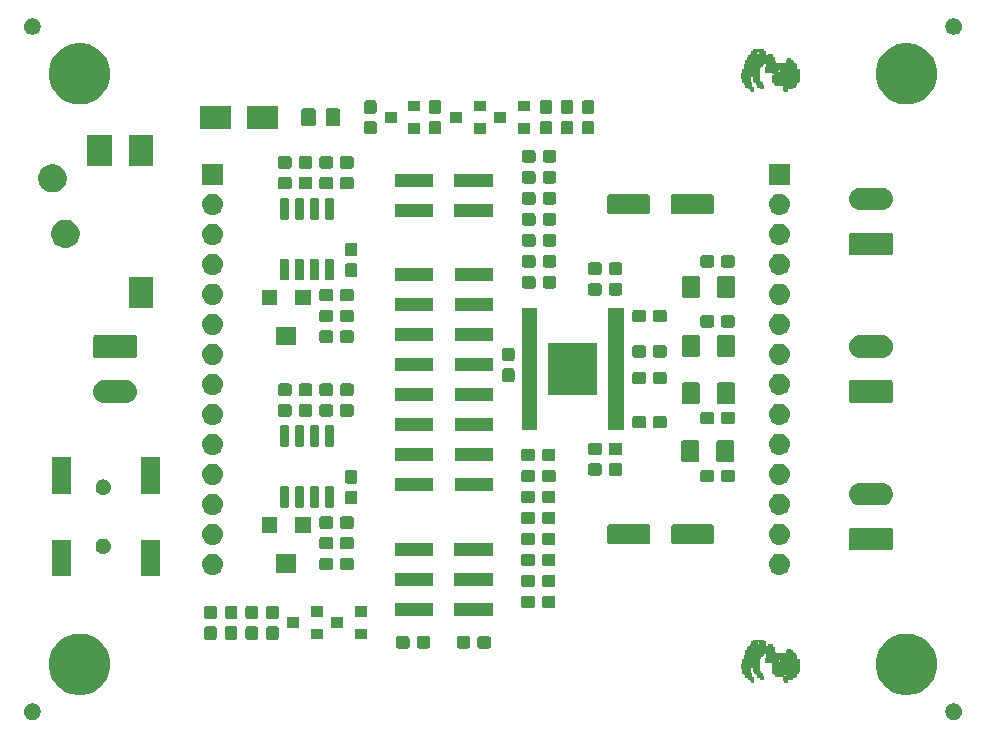
<source format=gts>
G04 #@! TF.GenerationSoftware,KiCad,Pcbnew,(5.1.2-1)-1*
G04 #@! TF.CreationDate,2023-07-05T23:23:54-04:00*
G04 #@! TF.ProjectId,AmpClassD_Daugher,416d7043-6c61-4737-9344-5f4461756768,rev?*
G04 #@! TF.SameCoordinates,Original*
G04 #@! TF.FileFunction,Soldermask,Top*
G04 #@! TF.FilePolarity,Negative*
%FSLAX46Y46*%
G04 Gerber Fmt 4.6, Leading zero omitted, Abs format (unit mm)*
G04 Created by KiCad (PCBNEW (5.1.2-1)-1) date 2023-07-05 23:23:54*
%MOMM*%
%LPD*%
G04 APERTURE LIST*
%ADD10C,0.010000*%
%ADD11C,0.100000*%
G04 APERTURE END LIST*
D10*
G36*
X126103000Y-89936500D02*
G01*
X126103000Y-89555500D01*
X126230000Y-89555500D01*
X126230000Y-89174500D01*
X126357000Y-89174500D01*
X126357000Y-88793500D01*
X126484000Y-88793500D01*
X126484000Y-88539500D01*
X126611000Y-88539500D01*
X126611000Y-88412500D01*
X126738000Y-88412500D01*
X126738000Y-88285500D01*
X126865000Y-88285500D01*
X126865000Y-88031500D01*
X126992000Y-88031500D01*
X126992000Y-87904500D01*
X127881000Y-87904500D01*
X127881000Y-88031500D01*
X128008000Y-88031500D01*
X128008000Y-88539500D01*
X128135000Y-88539500D01*
X128135000Y-88412500D01*
X128262000Y-88412500D01*
X128262000Y-88285500D01*
X128643000Y-88285500D01*
X128643000Y-88539500D01*
X128770000Y-88539500D01*
X128770000Y-88920500D01*
X128897000Y-88920500D01*
X128897000Y-89047500D01*
X129786000Y-89047500D01*
X129786000Y-88793500D01*
X129913000Y-88793500D01*
X129913000Y-88666500D01*
X130167000Y-88666500D01*
X130167000Y-88793500D01*
X130294000Y-88793500D01*
X130294000Y-88920500D01*
X130421000Y-88920500D01*
X130421000Y-89047500D01*
X130548000Y-89047500D01*
X130548000Y-89174500D01*
X130675000Y-89174500D01*
X130675000Y-89555500D01*
X130928975Y-89555500D01*
X130929622Y-90064135D01*
X130930270Y-90572770D01*
X130866051Y-90572052D01*
X130801832Y-90571333D01*
X130802551Y-90635552D01*
X130803270Y-90699770D01*
X130739135Y-90699052D01*
X130675000Y-90698333D01*
X130675000Y-90952500D01*
X130548000Y-90952500D01*
X130548000Y-91079500D01*
X130294000Y-91079500D01*
X130294000Y-91206500D01*
X129913000Y-91206500D01*
X129913000Y-91460500D01*
X129659000Y-91460500D01*
X129659000Y-91333500D01*
X129532000Y-91333500D01*
X129532000Y-90952500D01*
X129786000Y-90952500D01*
X129786000Y-90825500D01*
X129532000Y-90825500D01*
X129532000Y-90952500D01*
X129024000Y-90952500D01*
X129024000Y-89809500D01*
X129278000Y-89809500D01*
X129278000Y-89555500D01*
X129151000Y-89555500D01*
X129151000Y-89682500D01*
X129024000Y-89682500D01*
X129024000Y-89809500D01*
X129024000Y-90952500D01*
X128897000Y-90952500D01*
X128897000Y-90825500D01*
X128770000Y-90825500D01*
X128770000Y-90698500D01*
X128643000Y-90698500D01*
X128643000Y-90063500D01*
X128770000Y-90063500D01*
X128770000Y-89936500D01*
X128643000Y-89936500D01*
X128643000Y-89809500D01*
X128008000Y-89809500D01*
X128008000Y-89428500D01*
X128135000Y-89428500D01*
X128135000Y-89047500D01*
X127881000Y-89047500D01*
X127881000Y-89174500D01*
X127754000Y-89174500D01*
X127754000Y-89301500D01*
X127627000Y-89301500D01*
X127627000Y-89428500D01*
X127500000Y-89428500D01*
X127500000Y-90571500D01*
X127627000Y-90571500D01*
X127627000Y-90698500D01*
X127754000Y-90698500D01*
X127754000Y-90952500D01*
X127881000Y-90952500D01*
X127881000Y-91206500D01*
X127627000Y-91206500D01*
X127627000Y-91079500D01*
X127373000Y-91079500D01*
X127373000Y-90825500D01*
X127246000Y-90825500D01*
X127246000Y-90698500D01*
X127246000Y-88412500D01*
X127373000Y-88412500D01*
X127373000Y-88285500D01*
X127500000Y-88285500D01*
X127500000Y-88031500D01*
X127373000Y-88031500D01*
X127373000Y-88158500D01*
X127246000Y-88158500D01*
X127246000Y-88412500D01*
X127246000Y-90698500D01*
X127119000Y-90698500D01*
X127119000Y-90571500D01*
X126992000Y-90571500D01*
X126992000Y-90190500D01*
X126865000Y-90190500D01*
X126865000Y-89428500D01*
X126738000Y-89428500D01*
X126738000Y-90698500D01*
X126865000Y-90698500D01*
X126865000Y-91079500D01*
X126992000Y-91079500D01*
X126992000Y-91460500D01*
X126865000Y-91460500D01*
X126865000Y-91333500D01*
X126738000Y-91333500D01*
X126738000Y-91206500D01*
X126611000Y-91206500D01*
X126611000Y-91079500D01*
X126357000Y-91079500D01*
X126357000Y-90825500D01*
X126230000Y-90825500D01*
X126230000Y-90698500D01*
X126103000Y-90698500D01*
X126103000Y-90317500D01*
X125976000Y-90317500D01*
X125976000Y-89936500D01*
X126103000Y-89936500D01*
X126103000Y-89936500D01*
G37*
X126103000Y-89936500D02*
X126103000Y-89555500D01*
X126230000Y-89555500D01*
X126230000Y-89174500D01*
X126357000Y-89174500D01*
X126357000Y-88793500D01*
X126484000Y-88793500D01*
X126484000Y-88539500D01*
X126611000Y-88539500D01*
X126611000Y-88412500D01*
X126738000Y-88412500D01*
X126738000Y-88285500D01*
X126865000Y-88285500D01*
X126865000Y-88031500D01*
X126992000Y-88031500D01*
X126992000Y-87904500D01*
X127881000Y-87904500D01*
X127881000Y-88031500D01*
X128008000Y-88031500D01*
X128008000Y-88539500D01*
X128135000Y-88539500D01*
X128135000Y-88412500D01*
X128262000Y-88412500D01*
X128262000Y-88285500D01*
X128643000Y-88285500D01*
X128643000Y-88539500D01*
X128770000Y-88539500D01*
X128770000Y-88920500D01*
X128897000Y-88920500D01*
X128897000Y-89047500D01*
X129786000Y-89047500D01*
X129786000Y-88793500D01*
X129913000Y-88793500D01*
X129913000Y-88666500D01*
X130167000Y-88666500D01*
X130167000Y-88793500D01*
X130294000Y-88793500D01*
X130294000Y-88920500D01*
X130421000Y-88920500D01*
X130421000Y-89047500D01*
X130548000Y-89047500D01*
X130548000Y-89174500D01*
X130675000Y-89174500D01*
X130675000Y-89555500D01*
X130928975Y-89555500D01*
X130929622Y-90064135D01*
X130930270Y-90572770D01*
X130866051Y-90572052D01*
X130801832Y-90571333D01*
X130802551Y-90635552D01*
X130803270Y-90699770D01*
X130739135Y-90699052D01*
X130675000Y-90698333D01*
X130675000Y-90952500D01*
X130548000Y-90952500D01*
X130548000Y-91079500D01*
X130294000Y-91079500D01*
X130294000Y-91206500D01*
X129913000Y-91206500D01*
X129913000Y-91460500D01*
X129659000Y-91460500D01*
X129659000Y-91333500D01*
X129532000Y-91333500D01*
X129532000Y-90952500D01*
X129786000Y-90952500D01*
X129786000Y-90825500D01*
X129532000Y-90825500D01*
X129532000Y-90952500D01*
X129024000Y-90952500D01*
X129024000Y-89809500D01*
X129278000Y-89809500D01*
X129278000Y-89555500D01*
X129151000Y-89555500D01*
X129151000Y-89682500D01*
X129024000Y-89682500D01*
X129024000Y-89809500D01*
X129024000Y-90952500D01*
X128897000Y-90952500D01*
X128897000Y-90825500D01*
X128770000Y-90825500D01*
X128770000Y-90698500D01*
X128643000Y-90698500D01*
X128643000Y-90063500D01*
X128770000Y-90063500D01*
X128770000Y-89936500D01*
X128643000Y-89936500D01*
X128643000Y-89809500D01*
X128008000Y-89809500D01*
X128008000Y-89428500D01*
X128135000Y-89428500D01*
X128135000Y-89047500D01*
X127881000Y-89047500D01*
X127881000Y-89174500D01*
X127754000Y-89174500D01*
X127754000Y-89301500D01*
X127627000Y-89301500D01*
X127627000Y-89428500D01*
X127500000Y-89428500D01*
X127500000Y-90571500D01*
X127627000Y-90571500D01*
X127627000Y-90698500D01*
X127754000Y-90698500D01*
X127754000Y-90952500D01*
X127881000Y-90952500D01*
X127881000Y-91206500D01*
X127627000Y-91206500D01*
X127627000Y-91079500D01*
X127373000Y-91079500D01*
X127373000Y-90825500D01*
X127246000Y-90825500D01*
X127246000Y-90698500D01*
X127246000Y-88412500D01*
X127373000Y-88412500D01*
X127373000Y-88285500D01*
X127500000Y-88285500D01*
X127500000Y-88031500D01*
X127373000Y-88031500D01*
X127373000Y-88158500D01*
X127246000Y-88158500D01*
X127246000Y-88412500D01*
X127246000Y-90698500D01*
X127119000Y-90698500D01*
X127119000Y-90571500D01*
X126992000Y-90571500D01*
X126992000Y-90190500D01*
X126865000Y-90190500D01*
X126865000Y-89428500D01*
X126738000Y-89428500D01*
X126738000Y-90698500D01*
X126865000Y-90698500D01*
X126865000Y-91079500D01*
X126992000Y-91079500D01*
X126992000Y-91460500D01*
X126865000Y-91460500D01*
X126865000Y-91333500D01*
X126738000Y-91333500D01*
X126738000Y-91206500D01*
X126611000Y-91206500D01*
X126611000Y-91079500D01*
X126357000Y-91079500D01*
X126357000Y-90825500D01*
X126230000Y-90825500D01*
X126230000Y-90698500D01*
X126103000Y-90698500D01*
X126103000Y-90317500D01*
X125976000Y-90317500D01*
X125976000Y-89936500D01*
X126103000Y-89936500D01*
G36*
X126103000Y-39936500D02*
G01*
X126103000Y-39555500D01*
X126230000Y-39555500D01*
X126230000Y-39174500D01*
X126357000Y-39174500D01*
X126357000Y-38793500D01*
X126484000Y-38793500D01*
X126484000Y-38539500D01*
X126611000Y-38539500D01*
X126611000Y-38412500D01*
X126738000Y-38412500D01*
X126738000Y-38285500D01*
X126865000Y-38285500D01*
X126865000Y-38031500D01*
X126992000Y-38031500D01*
X126992000Y-37904500D01*
X127881000Y-37904500D01*
X127881000Y-38031500D01*
X128008000Y-38031500D01*
X128008000Y-38539500D01*
X128135000Y-38539500D01*
X128135000Y-38412500D01*
X128262000Y-38412500D01*
X128262000Y-38285500D01*
X128643000Y-38285500D01*
X128643000Y-38539500D01*
X128770000Y-38539500D01*
X128770000Y-38920500D01*
X128897000Y-38920500D01*
X128897000Y-39047500D01*
X129786000Y-39047500D01*
X129786000Y-38793500D01*
X129913000Y-38793500D01*
X129913000Y-38666500D01*
X130167000Y-38666500D01*
X130167000Y-38793500D01*
X130294000Y-38793500D01*
X130294000Y-38920500D01*
X130421000Y-38920500D01*
X130421000Y-39047500D01*
X130548000Y-39047500D01*
X130548000Y-39174500D01*
X130675000Y-39174500D01*
X130675000Y-39555500D01*
X130928975Y-39555500D01*
X130929622Y-40064135D01*
X130930270Y-40572770D01*
X130866051Y-40572052D01*
X130801832Y-40571333D01*
X130802551Y-40635552D01*
X130803270Y-40699770D01*
X130739135Y-40699052D01*
X130675000Y-40698333D01*
X130675000Y-40952500D01*
X130548000Y-40952500D01*
X130548000Y-41079500D01*
X130294000Y-41079500D01*
X130294000Y-41206500D01*
X129913000Y-41206500D01*
X129913000Y-41460500D01*
X129659000Y-41460500D01*
X129659000Y-41333500D01*
X129532000Y-41333500D01*
X129532000Y-40952500D01*
X129786000Y-40952500D01*
X129786000Y-40825500D01*
X129532000Y-40825500D01*
X129532000Y-40952500D01*
X129024000Y-40952500D01*
X129024000Y-39809500D01*
X129278000Y-39809500D01*
X129278000Y-39555500D01*
X129151000Y-39555500D01*
X129151000Y-39682500D01*
X129024000Y-39682500D01*
X129024000Y-39809500D01*
X129024000Y-40952500D01*
X128897000Y-40952500D01*
X128897000Y-40825500D01*
X128770000Y-40825500D01*
X128770000Y-40698500D01*
X128643000Y-40698500D01*
X128643000Y-40063500D01*
X128770000Y-40063500D01*
X128770000Y-39936500D01*
X128643000Y-39936500D01*
X128643000Y-39809500D01*
X128008000Y-39809500D01*
X128008000Y-39428500D01*
X128135000Y-39428500D01*
X128135000Y-39047500D01*
X127881000Y-39047500D01*
X127881000Y-39174500D01*
X127754000Y-39174500D01*
X127754000Y-39301500D01*
X127627000Y-39301500D01*
X127627000Y-39428500D01*
X127500000Y-39428500D01*
X127500000Y-40571500D01*
X127627000Y-40571500D01*
X127627000Y-40698500D01*
X127754000Y-40698500D01*
X127754000Y-40952500D01*
X127881000Y-40952500D01*
X127881000Y-41206500D01*
X127627000Y-41206500D01*
X127627000Y-41079500D01*
X127373000Y-41079500D01*
X127373000Y-40825500D01*
X127246000Y-40825500D01*
X127246000Y-40698500D01*
X127246000Y-38412500D01*
X127373000Y-38412500D01*
X127373000Y-38285500D01*
X127500000Y-38285500D01*
X127500000Y-38031500D01*
X127373000Y-38031500D01*
X127373000Y-38158500D01*
X127246000Y-38158500D01*
X127246000Y-38412500D01*
X127246000Y-40698500D01*
X127119000Y-40698500D01*
X127119000Y-40571500D01*
X126992000Y-40571500D01*
X126992000Y-40190500D01*
X126865000Y-40190500D01*
X126865000Y-39428500D01*
X126738000Y-39428500D01*
X126738000Y-40698500D01*
X126865000Y-40698500D01*
X126865000Y-41079500D01*
X126992000Y-41079500D01*
X126992000Y-41460500D01*
X126865000Y-41460500D01*
X126865000Y-41333500D01*
X126738000Y-41333500D01*
X126738000Y-41206500D01*
X126611000Y-41206500D01*
X126611000Y-41079500D01*
X126357000Y-41079500D01*
X126357000Y-40825500D01*
X126230000Y-40825500D01*
X126230000Y-40698500D01*
X126103000Y-40698500D01*
X126103000Y-40317500D01*
X125976000Y-40317500D01*
X125976000Y-39936500D01*
X126103000Y-39936500D01*
X126103000Y-39936500D01*
G37*
X126103000Y-39936500D02*
X126103000Y-39555500D01*
X126230000Y-39555500D01*
X126230000Y-39174500D01*
X126357000Y-39174500D01*
X126357000Y-38793500D01*
X126484000Y-38793500D01*
X126484000Y-38539500D01*
X126611000Y-38539500D01*
X126611000Y-38412500D01*
X126738000Y-38412500D01*
X126738000Y-38285500D01*
X126865000Y-38285500D01*
X126865000Y-38031500D01*
X126992000Y-38031500D01*
X126992000Y-37904500D01*
X127881000Y-37904500D01*
X127881000Y-38031500D01*
X128008000Y-38031500D01*
X128008000Y-38539500D01*
X128135000Y-38539500D01*
X128135000Y-38412500D01*
X128262000Y-38412500D01*
X128262000Y-38285500D01*
X128643000Y-38285500D01*
X128643000Y-38539500D01*
X128770000Y-38539500D01*
X128770000Y-38920500D01*
X128897000Y-38920500D01*
X128897000Y-39047500D01*
X129786000Y-39047500D01*
X129786000Y-38793500D01*
X129913000Y-38793500D01*
X129913000Y-38666500D01*
X130167000Y-38666500D01*
X130167000Y-38793500D01*
X130294000Y-38793500D01*
X130294000Y-38920500D01*
X130421000Y-38920500D01*
X130421000Y-39047500D01*
X130548000Y-39047500D01*
X130548000Y-39174500D01*
X130675000Y-39174500D01*
X130675000Y-39555500D01*
X130928975Y-39555500D01*
X130929622Y-40064135D01*
X130930270Y-40572770D01*
X130866051Y-40572052D01*
X130801832Y-40571333D01*
X130802551Y-40635552D01*
X130803270Y-40699770D01*
X130739135Y-40699052D01*
X130675000Y-40698333D01*
X130675000Y-40952500D01*
X130548000Y-40952500D01*
X130548000Y-41079500D01*
X130294000Y-41079500D01*
X130294000Y-41206500D01*
X129913000Y-41206500D01*
X129913000Y-41460500D01*
X129659000Y-41460500D01*
X129659000Y-41333500D01*
X129532000Y-41333500D01*
X129532000Y-40952500D01*
X129786000Y-40952500D01*
X129786000Y-40825500D01*
X129532000Y-40825500D01*
X129532000Y-40952500D01*
X129024000Y-40952500D01*
X129024000Y-39809500D01*
X129278000Y-39809500D01*
X129278000Y-39555500D01*
X129151000Y-39555500D01*
X129151000Y-39682500D01*
X129024000Y-39682500D01*
X129024000Y-39809500D01*
X129024000Y-40952500D01*
X128897000Y-40952500D01*
X128897000Y-40825500D01*
X128770000Y-40825500D01*
X128770000Y-40698500D01*
X128643000Y-40698500D01*
X128643000Y-40063500D01*
X128770000Y-40063500D01*
X128770000Y-39936500D01*
X128643000Y-39936500D01*
X128643000Y-39809500D01*
X128008000Y-39809500D01*
X128008000Y-39428500D01*
X128135000Y-39428500D01*
X128135000Y-39047500D01*
X127881000Y-39047500D01*
X127881000Y-39174500D01*
X127754000Y-39174500D01*
X127754000Y-39301500D01*
X127627000Y-39301500D01*
X127627000Y-39428500D01*
X127500000Y-39428500D01*
X127500000Y-40571500D01*
X127627000Y-40571500D01*
X127627000Y-40698500D01*
X127754000Y-40698500D01*
X127754000Y-40952500D01*
X127881000Y-40952500D01*
X127881000Y-41206500D01*
X127627000Y-41206500D01*
X127627000Y-41079500D01*
X127373000Y-41079500D01*
X127373000Y-40825500D01*
X127246000Y-40825500D01*
X127246000Y-40698500D01*
X127246000Y-38412500D01*
X127373000Y-38412500D01*
X127373000Y-38285500D01*
X127500000Y-38285500D01*
X127500000Y-38031500D01*
X127373000Y-38031500D01*
X127373000Y-38158500D01*
X127246000Y-38158500D01*
X127246000Y-38412500D01*
X127246000Y-40698500D01*
X127119000Y-40698500D01*
X127119000Y-40571500D01*
X126992000Y-40571500D01*
X126992000Y-40190500D01*
X126865000Y-40190500D01*
X126865000Y-39428500D01*
X126738000Y-39428500D01*
X126738000Y-40698500D01*
X126865000Y-40698500D01*
X126865000Y-41079500D01*
X126992000Y-41079500D01*
X126992000Y-41460500D01*
X126865000Y-41460500D01*
X126865000Y-41333500D01*
X126738000Y-41333500D01*
X126738000Y-41206500D01*
X126611000Y-41206500D01*
X126611000Y-41079500D01*
X126357000Y-41079500D01*
X126357000Y-40825500D01*
X126230000Y-40825500D01*
X126230000Y-40698500D01*
X126103000Y-40698500D01*
X126103000Y-40317500D01*
X125976000Y-40317500D01*
X125976000Y-39936500D01*
X126103000Y-39936500D01*
D11*
G36*
X144204473Y-93325938D02*
G01*
X144332049Y-93378782D01*
X144446859Y-93455495D01*
X144544505Y-93553141D01*
X144621218Y-93667951D01*
X144674062Y-93795527D01*
X144701000Y-93930956D01*
X144701000Y-94069044D01*
X144674062Y-94204473D01*
X144621218Y-94332049D01*
X144544505Y-94446859D01*
X144446859Y-94544505D01*
X144332049Y-94621218D01*
X144204473Y-94674062D01*
X144069044Y-94701000D01*
X143930956Y-94701000D01*
X143795527Y-94674062D01*
X143667951Y-94621218D01*
X143553141Y-94544505D01*
X143455495Y-94446859D01*
X143378782Y-94332049D01*
X143325938Y-94204473D01*
X143299000Y-94069044D01*
X143299000Y-93930956D01*
X143325938Y-93795527D01*
X143378782Y-93667951D01*
X143455495Y-93553141D01*
X143553141Y-93455495D01*
X143667951Y-93378782D01*
X143795527Y-93325938D01*
X143930956Y-93299000D01*
X144069044Y-93299000D01*
X144204473Y-93325938D01*
X144204473Y-93325938D01*
G37*
G36*
X66204473Y-93325938D02*
G01*
X66332049Y-93378782D01*
X66446859Y-93455495D01*
X66544505Y-93553141D01*
X66621218Y-93667951D01*
X66674062Y-93795527D01*
X66701000Y-93930956D01*
X66701000Y-94069044D01*
X66674062Y-94204473D01*
X66621218Y-94332049D01*
X66544505Y-94446859D01*
X66446859Y-94544505D01*
X66332049Y-94621218D01*
X66204473Y-94674062D01*
X66069044Y-94701000D01*
X65930956Y-94701000D01*
X65795527Y-94674062D01*
X65667951Y-94621218D01*
X65553141Y-94544505D01*
X65455495Y-94446859D01*
X65378782Y-94332049D01*
X65325938Y-94204473D01*
X65299000Y-94069044D01*
X65299000Y-93930956D01*
X65325938Y-93795527D01*
X65378782Y-93667951D01*
X65455495Y-93553141D01*
X65553141Y-93455495D01*
X65667951Y-93378782D01*
X65795527Y-93325938D01*
X65930956Y-93299000D01*
X66069044Y-93299000D01*
X66204473Y-93325938D01*
X66204473Y-93325938D01*
G37*
G36*
X140591318Y-87465052D02*
G01*
X140758859Y-87498378D01*
X141232320Y-87694492D01*
X141658423Y-87979205D01*
X142020795Y-88341577D01*
X142305508Y-88767680D01*
X142501622Y-89241141D01*
X142601600Y-89743765D01*
X142601600Y-90256235D01*
X142501622Y-90758859D01*
X142305508Y-91232320D01*
X142020795Y-91658423D01*
X141658423Y-92020795D01*
X141232320Y-92305508D01*
X140758859Y-92501622D01*
X140591318Y-92534948D01*
X140256237Y-92601600D01*
X139743763Y-92601600D01*
X139408682Y-92534948D01*
X139241141Y-92501622D01*
X138767680Y-92305508D01*
X138341577Y-92020795D01*
X137979205Y-91658423D01*
X137694492Y-91232320D01*
X137498378Y-90758859D01*
X137398400Y-90256235D01*
X137398400Y-89743765D01*
X137498378Y-89241141D01*
X137694492Y-88767680D01*
X137979205Y-88341577D01*
X138341577Y-87979205D01*
X138767680Y-87694492D01*
X139241141Y-87498378D01*
X139408682Y-87465052D01*
X139743763Y-87398400D01*
X140256237Y-87398400D01*
X140591318Y-87465052D01*
X140591318Y-87465052D01*
G37*
G36*
X70591318Y-87465052D02*
G01*
X70758859Y-87498378D01*
X71232320Y-87694492D01*
X71658423Y-87979205D01*
X72020795Y-88341577D01*
X72305508Y-88767680D01*
X72501622Y-89241141D01*
X72601600Y-89743765D01*
X72601600Y-90256235D01*
X72501622Y-90758859D01*
X72305508Y-91232320D01*
X72020795Y-91658423D01*
X71658423Y-92020795D01*
X71232320Y-92305508D01*
X70758859Y-92501622D01*
X70591318Y-92534948D01*
X70256237Y-92601600D01*
X69743763Y-92601600D01*
X69408682Y-92534948D01*
X69241141Y-92501622D01*
X68767680Y-92305508D01*
X68341577Y-92020795D01*
X67979205Y-91658423D01*
X67694492Y-91232320D01*
X67498378Y-90758859D01*
X67398400Y-90256235D01*
X67398400Y-89743765D01*
X67498378Y-89241141D01*
X67694492Y-88767680D01*
X67979205Y-88341577D01*
X68341577Y-87979205D01*
X68767680Y-87694492D01*
X69241141Y-87498378D01*
X69408682Y-87465052D01*
X69743763Y-87398400D01*
X70256237Y-87398400D01*
X70591318Y-87465052D01*
X70591318Y-87465052D01*
G37*
G36*
X102917499Y-87616445D02*
G01*
X102954995Y-87627820D01*
X102989554Y-87646292D01*
X103019847Y-87671153D01*
X103044708Y-87701446D01*
X103063180Y-87736005D01*
X103074555Y-87773501D01*
X103079000Y-87818638D01*
X103079000Y-88457362D01*
X103074555Y-88502499D01*
X103063180Y-88539995D01*
X103044708Y-88574554D01*
X103019847Y-88604847D01*
X102989554Y-88629708D01*
X102954995Y-88648180D01*
X102917499Y-88659555D01*
X102872362Y-88664000D01*
X102133638Y-88664000D01*
X102088501Y-88659555D01*
X102051005Y-88648180D01*
X102016446Y-88629708D01*
X101986153Y-88604847D01*
X101961292Y-88574554D01*
X101942820Y-88539995D01*
X101931445Y-88502499D01*
X101927000Y-88457362D01*
X101927000Y-87818638D01*
X101931445Y-87773501D01*
X101942820Y-87736005D01*
X101961292Y-87701446D01*
X101986153Y-87671153D01*
X102016446Y-87646292D01*
X102051005Y-87627820D01*
X102088501Y-87616445D01*
X102133638Y-87612000D01*
X102872362Y-87612000D01*
X102917499Y-87616445D01*
X102917499Y-87616445D01*
G37*
G36*
X97773999Y-87616445D02*
G01*
X97811495Y-87627820D01*
X97846054Y-87646292D01*
X97876347Y-87671153D01*
X97901208Y-87701446D01*
X97919680Y-87736005D01*
X97931055Y-87773501D01*
X97935500Y-87818638D01*
X97935500Y-88457362D01*
X97931055Y-88502499D01*
X97919680Y-88539995D01*
X97901208Y-88574554D01*
X97876347Y-88604847D01*
X97846054Y-88629708D01*
X97811495Y-88648180D01*
X97773999Y-88659555D01*
X97728862Y-88664000D01*
X96990138Y-88664000D01*
X96945001Y-88659555D01*
X96907505Y-88648180D01*
X96872946Y-88629708D01*
X96842653Y-88604847D01*
X96817792Y-88574554D01*
X96799320Y-88539995D01*
X96787945Y-88502499D01*
X96783500Y-88457362D01*
X96783500Y-87818638D01*
X96787945Y-87773501D01*
X96799320Y-87736005D01*
X96817792Y-87701446D01*
X96842653Y-87671153D01*
X96872946Y-87646292D01*
X96907505Y-87627820D01*
X96945001Y-87616445D01*
X96990138Y-87612000D01*
X97728862Y-87612000D01*
X97773999Y-87616445D01*
X97773999Y-87616445D01*
G37*
G36*
X99523999Y-87616445D02*
G01*
X99561495Y-87627820D01*
X99596054Y-87646292D01*
X99626347Y-87671153D01*
X99651208Y-87701446D01*
X99669680Y-87736005D01*
X99681055Y-87773501D01*
X99685500Y-87818638D01*
X99685500Y-88457362D01*
X99681055Y-88502499D01*
X99669680Y-88539995D01*
X99651208Y-88574554D01*
X99626347Y-88604847D01*
X99596054Y-88629708D01*
X99561495Y-88648180D01*
X99523999Y-88659555D01*
X99478862Y-88664000D01*
X98740138Y-88664000D01*
X98695001Y-88659555D01*
X98657505Y-88648180D01*
X98622946Y-88629708D01*
X98592653Y-88604847D01*
X98567792Y-88574554D01*
X98549320Y-88539995D01*
X98537945Y-88502499D01*
X98533500Y-88457362D01*
X98533500Y-87818638D01*
X98537945Y-87773501D01*
X98549320Y-87736005D01*
X98567792Y-87701446D01*
X98592653Y-87671153D01*
X98622946Y-87646292D01*
X98657505Y-87627820D01*
X98695001Y-87616445D01*
X98740138Y-87612000D01*
X99478862Y-87612000D01*
X99523999Y-87616445D01*
X99523999Y-87616445D01*
G37*
G36*
X104667499Y-87616445D02*
G01*
X104704995Y-87627820D01*
X104739554Y-87646292D01*
X104769847Y-87671153D01*
X104794708Y-87701446D01*
X104813180Y-87736005D01*
X104824555Y-87773501D01*
X104829000Y-87818638D01*
X104829000Y-88457362D01*
X104824555Y-88502499D01*
X104813180Y-88539995D01*
X104794708Y-88574554D01*
X104769847Y-88604847D01*
X104739554Y-88629708D01*
X104704995Y-88648180D01*
X104667499Y-88659555D01*
X104622362Y-88664000D01*
X103883638Y-88664000D01*
X103838501Y-88659555D01*
X103801005Y-88648180D01*
X103766446Y-88629708D01*
X103736153Y-88604847D01*
X103711292Y-88574554D01*
X103692820Y-88539995D01*
X103681445Y-88502499D01*
X103677000Y-88457362D01*
X103677000Y-87818638D01*
X103681445Y-87773501D01*
X103692820Y-87736005D01*
X103711292Y-87701446D01*
X103736153Y-87671153D01*
X103766446Y-87646292D01*
X103801005Y-87627820D01*
X103838501Y-87616445D01*
X103883638Y-87612000D01*
X104622362Y-87612000D01*
X104667499Y-87616445D01*
X104667499Y-87616445D01*
G37*
G36*
X84935499Y-86775445D02*
G01*
X84972995Y-86786820D01*
X85007554Y-86805292D01*
X85037847Y-86830153D01*
X85062708Y-86860446D01*
X85081180Y-86895005D01*
X85092555Y-86932501D01*
X85097000Y-86977638D01*
X85097000Y-87716362D01*
X85092555Y-87761499D01*
X85081180Y-87798995D01*
X85062708Y-87833554D01*
X85037847Y-87863847D01*
X85007554Y-87888708D01*
X84972995Y-87907180D01*
X84935499Y-87918555D01*
X84890362Y-87923000D01*
X84251638Y-87923000D01*
X84206501Y-87918555D01*
X84169005Y-87907180D01*
X84134446Y-87888708D01*
X84104153Y-87863847D01*
X84079292Y-87833554D01*
X84060820Y-87798995D01*
X84049445Y-87761499D01*
X84045000Y-87716362D01*
X84045000Y-86977638D01*
X84049445Y-86932501D01*
X84060820Y-86895005D01*
X84079292Y-86860446D01*
X84104153Y-86830153D01*
X84134446Y-86805292D01*
X84169005Y-86786820D01*
X84206501Y-86775445D01*
X84251638Y-86771000D01*
X84890362Y-86771000D01*
X84935499Y-86775445D01*
X84935499Y-86775445D01*
G37*
G36*
X81435499Y-86775445D02*
G01*
X81472995Y-86786820D01*
X81507554Y-86805292D01*
X81537847Y-86830153D01*
X81562708Y-86860446D01*
X81581180Y-86895005D01*
X81592555Y-86932501D01*
X81597000Y-86977638D01*
X81597000Y-87716362D01*
X81592555Y-87761499D01*
X81581180Y-87798995D01*
X81562708Y-87833554D01*
X81537847Y-87863847D01*
X81507554Y-87888708D01*
X81472995Y-87907180D01*
X81435499Y-87918555D01*
X81390362Y-87923000D01*
X80751638Y-87923000D01*
X80706501Y-87918555D01*
X80669005Y-87907180D01*
X80634446Y-87888708D01*
X80604153Y-87863847D01*
X80579292Y-87833554D01*
X80560820Y-87798995D01*
X80549445Y-87761499D01*
X80545000Y-87716362D01*
X80545000Y-86977638D01*
X80549445Y-86932501D01*
X80560820Y-86895005D01*
X80579292Y-86860446D01*
X80604153Y-86830153D01*
X80634446Y-86805292D01*
X80669005Y-86786820D01*
X80706501Y-86775445D01*
X80751638Y-86771000D01*
X81390362Y-86771000D01*
X81435499Y-86775445D01*
X81435499Y-86775445D01*
G37*
G36*
X86685499Y-86775445D02*
G01*
X86722995Y-86786820D01*
X86757554Y-86805292D01*
X86787847Y-86830153D01*
X86812708Y-86860446D01*
X86831180Y-86895005D01*
X86842555Y-86932501D01*
X86847000Y-86977638D01*
X86847000Y-87716362D01*
X86842555Y-87761499D01*
X86831180Y-87798995D01*
X86812708Y-87833554D01*
X86787847Y-87863847D01*
X86757554Y-87888708D01*
X86722995Y-87907180D01*
X86685499Y-87918555D01*
X86640362Y-87923000D01*
X86001638Y-87923000D01*
X85956501Y-87918555D01*
X85919005Y-87907180D01*
X85884446Y-87888708D01*
X85854153Y-87863847D01*
X85829292Y-87833554D01*
X85810820Y-87798995D01*
X85799445Y-87761499D01*
X85795000Y-87716362D01*
X85795000Y-86977638D01*
X85799445Y-86932501D01*
X85810820Y-86895005D01*
X85829292Y-86860446D01*
X85854153Y-86830153D01*
X85884446Y-86805292D01*
X85919005Y-86786820D01*
X85956501Y-86775445D01*
X86001638Y-86771000D01*
X86640362Y-86771000D01*
X86685499Y-86775445D01*
X86685499Y-86775445D01*
G37*
G36*
X83185499Y-86775445D02*
G01*
X83222995Y-86786820D01*
X83257554Y-86805292D01*
X83287847Y-86830153D01*
X83312708Y-86860446D01*
X83331180Y-86895005D01*
X83342555Y-86932501D01*
X83347000Y-86977638D01*
X83347000Y-87716362D01*
X83342555Y-87761499D01*
X83331180Y-87798995D01*
X83312708Y-87833554D01*
X83287847Y-87863847D01*
X83257554Y-87888708D01*
X83222995Y-87907180D01*
X83185499Y-87918555D01*
X83140362Y-87923000D01*
X82501638Y-87923000D01*
X82456501Y-87918555D01*
X82419005Y-87907180D01*
X82384446Y-87888708D01*
X82354153Y-87863847D01*
X82329292Y-87833554D01*
X82310820Y-87798995D01*
X82299445Y-87761499D01*
X82295000Y-87716362D01*
X82295000Y-86977638D01*
X82299445Y-86932501D01*
X82310820Y-86895005D01*
X82329292Y-86860446D01*
X82354153Y-86830153D01*
X82384446Y-86805292D01*
X82419005Y-86786820D01*
X82456501Y-86775445D01*
X82501638Y-86771000D01*
X83140362Y-86771000D01*
X83185499Y-86775445D01*
X83185499Y-86775445D01*
G37*
G36*
X94322000Y-87873000D02*
G01*
X93320000Y-87873000D01*
X93320000Y-86971000D01*
X94322000Y-86971000D01*
X94322000Y-87873000D01*
X94322000Y-87873000D01*
G37*
G36*
X90572000Y-87873000D02*
G01*
X89570000Y-87873000D01*
X89570000Y-86971000D01*
X90572000Y-86971000D01*
X90572000Y-87873000D01*
X90572000Y-87873000D01*
G37*
G36*
X92322000Y-86923000D02*
G01*
X91320000Y-86923000D01*
X91320000Y-86021000D01*
X92322000Y-86021000D01*
X92322000Y-86923000D01*
X92322000Y-86923000D01*
G37*
G36*
X88572000Y-86923000D02*
G01*
X87570000Y-86923000D01*
X87570000Y-86021000D01*
X88572000Y-86021000D01*
X88572000Y-86923000D01*
X88572000Y-86923000D01*
G37*
G36*
X84935499Y-85025445D02*
G01*
X84972995Y-85036820D01*
X85007554Y-85055292D01*
X85037847Y-85080153D01*
X85062708Y-85110446D01*
X85081180Y-85145005D01*
X85092555Y-85182501D01*
X85097000Y-85227638D01*
X85097000Y-85966362D01*
X85092555Y-86011499D01*
X85081180Y-86048995D01*
X85062708Y-86083554D01*
X85037847Y-86113847D01*
X85007554Y-86138708D01*
X84972995Y-86157180D01*
X84935499Y-86168555D01*
X84890362Y-86173000D01*
X84251638Y-86173000D01*
X84206501Y-86168555D01*
X84169005Y-86157180D01*
X84134446Y-86138708D01*
X84104153Y-86113847D01*
X84079292Y-86083554D01*
X84060820Y-86048995D01*
X84049445Y-86011499D01*
X84045000Y-85966362D01*
X84045000Y-85227638D01*
X84049445Y-85182501D01*
X84060820Y-85145005D01*
X84079292Y-85110446D01*
X84104153Y-85080153D01*
X84134446Y-85055292D01*
X84169005Y-85036820D01*
X84206501Y-85025445D01*
X84251638Y-85021000D01*
X84890362Y-85021000D01*
X84935499Y-85025445D01*
X84935499Y-85025445D01*
G37*
G36*
X83185499Y-85025445D02*
G01*
X83222995Y-85036820D01*
X83257554Y-85055292D01*
X83287847Y-85080153D01*
X83312708Y-85110446D01*
X83331180Y-85145005D01*
X83342555Y-85182501D01*
X83347000Y-85227638D01*
X83347000Y-85966362D01*
X83342555Y-86011499D01*
X83331180Y-86048995D01*
X83312708Y-86083554D01*
X83287847Y-86113847D01*
X83257554Y-86138708D01*
X83222995Y-86157180D01*
X83185499Y-86168555D01*
X83140362Y-86173000D01*
X82501638Y-86173000D01*
X82456501Y-86168555D01*
X82419005Y-86157180D01*
X82384446Y-86138708D01*
X82354153Y-86113847D01*
X82329292Y-86083554D01*
X82310820Y-86048995D01*
X82299445Y-86011499D01*
X82295000Y-85966362D01*
X82295000Y-85227638D01*
X82299445Y-85182501D01*
X82310820Y-85145005D01*
X82329292Y-85110446D01*
X82354153Y-85080153D01*
X82384446Y-85055292D01*
X82419005Y-85036820D01*
X82456501Y-85025445D01*
X82501638Y-85021000D01*
X83140362Y-85021000D01*
X83185499Y-85025445D01*
X83185499Y-85025445D01*
G37*
G36*
X86685499Y-85025445D02*
G01*
X86722995Y-85036820D01*
X86757554Y-85055292D01*
X86787847Y-85080153D01*
X86812708Y-85110446D01*
X86831180Y-85145005D01*
X86842555Y-85182501D01*
X86847000Y-85227638D01*
X86847000Y-85966362D01*
X86842555Y-86011499D01*
X86831180Y-86048995D01*
X86812708Y-86083554D01*
X86787847Y-86113847D01*
X86757554Y-86138708D01*
X86722995Y-86157180D01*
X86685499Y-86168555D01*
X86640362Y-86173000D01*
X86001638Y-86173000D01*
X85956501Y-86168555D01*
X85919005Y-86157180D01*
X85884446Y-86138708D01*
X85854153Y-86113847D01*
X85829292Y-86083554D01*
X85810820Y-86048995D01*
X85799445Y-86011499D01*
X85795000Y-85966362D01*
X85795000Y-85227638D01*
X85799445Y-85182501D01*
X85810820Y-85145005D01*
X85829292Y-85110446D01*
X85854153Y-85080153D01*
X85884446Y-85055292D01*
X85919005Y-85036820D01*
X85956501Y-85025445D01*
X86001638Y-85021000D01*
X86640362Y-85021000D01*
X86685499Y-85025445D01*
X86685499Y-85025445D01*
G37*
G36*
X81435499Y-85025445D02*
G01*
X81472995Y-85036820D01*
X81507554Y-85055292D01*
X81537847Y-85080153D01*
X81562708Y-85110446D01*
X81581180Y-85145005D01*
X81592555Y-85182501D01*
X81597000Y-85227638D01*
X81597000Y-85966362D01*
X81592555Y-86011499D01*
X81581180Y-86048995D01*
X81562708Y-86083554D01*
X81537847Y-86113847D01*
X81507554Y-86138708D01*
X81472995Y-86157180D01*
X81435499Y-86168555D01*
X81390362Y-86173000D01*
X80751638Y-86173000D01*
X80706501Y-86168555D01*
X80669005Y-86157180D01*
X80634446Y-86138708D01*
X80604153Y-86113847D01*
X80579292Y-86083554D01*
X80560820Y-86048995D01*
X80549445Y-86011499D01*
X80545000Y-85966362D01*
X80545000Y-85227638D01*
X80549445Y-85182501D01*
X80560820Y-85145005D01*
X80579292Y-85110446D01*
X80604153Y-85080153D01*
X80634446Y-85055292D01*
X80669005Y-85036820D01*
X80706501Y-85025445D01*
X80751638Y-85021000D01*
X81390362Y-85021000D01*
X81435499Y-85025445D01*
X81435499Y-85025445D01*
G37*
G36*
X90572000Y-85973000D02*
G01*
X89570000Y-85973000D01*
X89570000Y-85071000D01*
X90572000Y-85071000D01*
X90572000Y-85973000D01*
X90572000Y-85973000D01*
G37*
G36*
X94322000Y-85973000D02*
G01*
X93320000Y-85973000D01*
X93320000Y-85071000D01*
X94322000Y-85071000D01*
X94322000Y-85973000D01*
X94322000Y-85973000D01*
G37*
G36*
X99939000Y-85895000D02*
G01*
X96687000Y-85895000D01*
X96687000Y-84793000D01*
X99939000Y-84793000D01*
X99939000Y-85895000D01*
X99939000Y-85895000D01*
G37*
G36*
X104989000Y-85895000D02*
G01*
X101737000Y-85895000D01*
X101737000Y-84793000D01*
X104989000Y-84793000D01*
X104989000Y-85895000D01*
X104989000Y-85895000D01*
G37*
G36*
X110128499Y-84187445D02*
G01*
X110165995Y-84198820D01*
X110200554Y-84217292D01*
X110230847Y-84242153D01*
X110255708Y-84272446D01*
X110274180Y-84307005D01*
X110285555Y-84344501D01*
X110290000Y-84389638D01*
X110290000Y-85028362D01*
X110285555Y-85073499D01*
X110274180Y-85110995D01*
X110255708Y-85145554D01*
X110230847Y-85175847D01*
X110200554Y-85200708D01*
X110165995Y-85219180D01*
X110128499Y-85230555D01*
X110083362Y-85235000D01*
X109344638Y-85235000D01*
X109299501Y-85230555D01*
X109262005Y-85219180D01*
X109227446Y-85200708D01*
X109197153Y-85175847D01*
X109172292Y-85145554D01*
X109153820Y-85110995D01*
X109142445Y-85073499D01*
X109138000Y-85028362D01*
X109138000Y-84389638D01*
X109142445Y-84344501D01*
X109153820Y-84307005D01*
X109172292Y-84272446D01*
X109197153Y-84242153D01*
X109227446Y-84217292D01*
X109262005Y-84198820D01*
X109299501Y-84187445D01*
X109344638Y-84183000D01*
X110083362Y-84183000D01*
X110128499Y-84187445D01*
X110128499Y-84187445D01*
G37*
G36*
X108378499Y-84187445D02*
G01*
X108415995Y-84198820D01*
X108450554Y-84217292D01*
X108480847Y-84242153D01*
X108505708Y-84272446D01*
X108524180Y-84307005D01*
X108535555Y-84344501D01*
X108540000Y-84389638D01*
X108540000Y-85028362D01*
X108535555Y-85073499D01*
X108524180Y-85110995D01*
X108505708Y-85145554D01*
X108480847Y-85175847D01*
X108450554Y-85200708D01*
X108415995Y-85219180D01*
X108378499Y-85230555D01*
X108333362Y-85235000D01*
X107594638Y-85235000D01*
X107549501Y-85230555D01*
X107512005Y-85219180D01*
X107477446Y-85200708D01*
X107447153Y-85175847D01*
X107422292Y-85145554D01*
X107403820Y-85110995D01*
X107392445Y-85073499D01*
X107388000Y-85028362D01*
X107388000Y-84389638D01*
X107392445Y-84344501D01*
X107403820Y-84307005D01*
X107422292Y-84272446D01*
X107447153Y-84242153D01*
X107477446Y-84217292D01*
X107512005Y-84198820D01*
X107549501Y-84187445D01*
X107594638Y-84183000D01*
X108333362Y-84183000D01*
X108378499Y-84187445D01*
X108378499Y-84187445D01*
G37*
G36*
X108378499Y-82409445D02*
G01*
X108415995Y-82420820D01*
X108450554Y-82439292D01*
X108480847Y-82464153D01*
X108505708Y-82494446D01*
X108524180Y-82529005D01*
X108535555Y-82566501D01*
X108540000Y-82611638D01*
X108540000Y-83250362D01*
X108535555Y-83295499D01*
X108524180Y-83332995D01*
X108505708Y-83367554D01*
X108480847Y-83397847D01*
X108450554Y-83422708D01*
X108415995Y-83441180D01*
X108378499Y-83452555D01*
X108333362Y-83457000D01*
X107594638Y-83457000D01*
X107549501Y-83452555D01*
X107512005Y-83441180D01*
X107477446Y-83422708D01*
X107447153Y-83397847D01*
X107422292Y-83367554D01*
X107403820Y-83332995D01*
X107392445Y-83295499D01*
X107388000Y-83250362D01*
X107388000Y-82611638D01*
X107392445Y-82566501D01*
X107403820Y-82529005D01*
X107422292Y-82494446D01*
X107447153Y-82464153D01*
X107477446Y-82439292D01*
X107512005Y-82420820D01*
X107549501Y-82409445D01*
X107594638Y-82405000D01*
X108333362Y-82405000D01*
X108378499Y-82409445D01*
X108378499Y-82409445D01*
G37*
G36*
X110128499Y-82409445D02*
G01*
X110165995Y-82420820D01*
X110200554Y-82439292D01*
X110230847Y-82464153D01*
X110255708Y-82494446D01*
X110274180Y-82529005D01*
X110285555Y-82566501D01*
X110290000Y-82611638D01*
X110290000Y-83250362D01*
X110285555Y-83295499D01*
X110274180Y-83332995D01*
X110255708Y-83367554D01*
X110230847Y-83397847D01*
X110200554Y-83422708D01*
X110165995Y-83441180D01*
X110128499Y-83452555D01*
X110083362Y-83457000D01*
X109344638Y-83457000D01*
X109299501Y-83452555D01*
X109262005Y-83441180D01*
X109227446Y-83422708D01*
X109197153Y-83397847D01*
X109172292Y-83367554D01*
X109153820Y-83332995D01*
X109142445Y-83295499D01*
X109138000Y-83250362D01*
X109138000Y-82611638D01*
X109142445Y-82566501D01*
X109153820Y-82529005D01*
X109172292Y-82494446D01*
X109197153Y-82464153D01*
X109227446Y-82439292D01*
X109262005Y-82420820D01*
X109299501Y-82409445D01*
X109344638Y-82405000D01*
X110083362Y-82405000D01*
X110128499Y-82409445D01*
X110128499Y-82409445D01*
G37*
G36*
X104989000Y-83355000D02*
G01*
X101737000Y-83355000D01*
X101737000Y-82253000D01*
X104989000Y-82253000D01*
X104989000Y-83355000D01*
X104989000Y-83355000D01*
G37*
G36*
X99939000Y-83355000D02*
G01*
X96687000Y-83355000D01*
X96687000Y-82253000D01*
X99939000Y-82253000D01*
X99939000Y-83355000D01*
X99939000Y-83355000D01*
G37*
G36*
X69301000Y-82551000D02*
G01*
X67699000Y-82551000D01*
X67699000Y-79449000D01*
X69301000Y-79449000D01*
X69301000Y-82551000D01*
X69301000Y-82551000D01*
G37*
G36*
X76801000Y-82551000D02*
G01*
X75199000Y-82551000D01*
X75199000Y-79449000D01*
X76801000Y-79449000D01*
X76801000Y-82551000D01*
X76801000Y-82551000D01*
G37*
G36*
X81360442Y-80625518D02*
G01*
X81426627Y-80632037D01*
X81596466Y-80683557D01*
X81752991Y-80767222D01*
X81778919Y-80788501D01*
X81890186Y-80879814D01*
X81967481Y-80974000D01*
X82002778Y-81017009D01*
X82086443Y-81173534D01*
X82137963Y-81343373D01*
X82155359Y-81520000D01*
X82137963Y-81696627D01*
X82086443Y-81866466D01*
X82002778Y-82022991D01*
X81973448Y-82058729D01*
X81890186Y-82160186D01*
X81788729Y-82243448D01*
X81752991Y-82272778D01*
X81596466Y-82356443D01*
X81426627Y-82407963D01*
X81360443Y-82414481D01*
X81294260Y-82421000D01*
X81205740Y-82421000D01*
X81139557Y-82414481D01*
X81073373Y-82407963D01*
X80903534Y-82356443D01*
X80747009Y-82272778D01*
X80711271Y-82243448D01*
X80609814Y-82160186D01*
X80526552Y-82058729D01*
X80497222Y-82022991D01*
X80413557Y-81866466D01*
X80362037Y-81696627D01*
X80344641Y-81520000D01*
X80362037Y-81343373D01*
X80413557Y-81173534D01*
X80497222Y-81017009D01*
X80532519Y-80974000D01*
X80609814Y-80879814D01*
X80721081Y-80788501D01*
X80747009Y-80767222D01*
X80903534Y-80683557D01*
X81073373Y-80632037D01*
X81139558Y-80625518D01*
X81205740Y-80619000D01*
X81294260Y-80619000D01*
X81360442Y-80625518D01*
X81360442Y-80625518D01*
G37*
G36*
X129360442Y-80625518D02*
G01*
X129426627Y-80632037D01*
X129596466Y-80683557D01*
X129752991Y-80767222D01*
X129778919Y-80788501D01*
X129890186Y-80879814D01*
X129967481Y-80974000D01*
X130002778Y-81017009D01*
X130086443Y-81173534D01*
X130137963Y-81343373D01*
X130155359Y-81520000D01*
X130137963Y-81696627D01*
X130086443Y-81866466D01*
X130002778Y-82022991D01*
X129973448Y-82058729D01*
X129890186Y-82160186D01*
X129788729Y-82243448D01*
X129752991Y-82272778D01*
X129596466Y-82356443D01*
X129426627Y-82407963D01*
X129360443Y-82414481D01*
X129294260Y-82421000D01*
X129205740Y-82421000D01*
X129139557Y-82414481D01*
X129073373Y-82407963D01*
X128903534Y-82356443D01*
X128747009Y-82272778D01*
X128711271Y-82243448D01*
X128609814Y-82160186D01*
X128526552Y-82058729D01*
X128497222Y-82022991D01*
X128413557Y-81866466D01*
X128362037Y-81696627D01*
X128344641Y-81520000D01*
X128362037Y-81343373D01*
X128413557Y-81173534D01*
X128497222Y-81017009D01*
X128532519Y-80974000D01*
X128609814Y-80879814D01*
X128721081Y-80788501D01*
X128747009Y-80767222D01*
X128903534Y-80683557D01*
X129073373Y-80632037D01*
X129139558Y-80625518D01*
X129205740Y-80619000D01*
X129294260Y-80619000D01*
X129360442Y-80625518D01*
X129360442Y-80625518D01*
G37*
G36*
X88351000Y-82251000D02*
G01*
X86649000Y-82251000D01*
X86649000Y-80649000D01*
X88351000Y-80649000D01*
X88351000Y-82251000D01*
X88351000Y-82251000D01*
G37*
G36*
X91289499Y-80978445D02*
G01*
X91326995Y-80989820D01*
X91361554Y-81008292D01*
X91391847Y-81033153D01*
X91416708Y-81063446D01*
X91435180Y-81098005D01*
X91446555Y-81135501D01*
X91451000Y-81180638D01*
X91451000Y-81819362D01*
X91446555Y-81864499D01*
X91435180Y-81901995D01*
X91416708Y-81936554D01*
X91391847Y-81966847D01*
X91361554Y-81991708D01*
X91326995Y-82010180D01*
X91289499Y-82021555D01*
X91244362Y-82026000D01*
X90505638Y-82026000D01*
X90460501Y-82021555D01*
X90423005Y-82010180D01*
X90388446Y-81991708D01*
X90358153Y-81966847D01*
X90333292Y-81936554D01*
X90314820Y-81901995D01*
X90303445Y-81864499D01*
X90299000Y-81819362D01*
X90299000Y-81180638D01*
X90303445Y-81135501D01*
X90314820Y-81098005D01*
X90333292Y-81063446D01*
X90358153Y-81033153D01*
X90388446Y-81008292D01*
X90423005Y-80989820D01*
X90460501Y-80978445D01*
X90505638Y-80974000D01*
X91244362Y-80974000D01*
X91289499Y-80978445D01*
X91289499Y-80978445D01*
G37*
G36*
X93039499Y-80978445D02*
G01*
X93076995Y-80989820D01*
X93111554Y-81008292D01*
X93141847Y-81033153D01*
X93166708Y-81063446D01*
X93185180Y-81098005D01*
X93196555Y-81135501D01*
X93201000Y-81180638D01*
X93201000Y-81819362D01*
X93196555Y-81864499D01*
X93185180Y-81901995D01*
X93166708Y-81936554D01*
X93141847Y-81966847D01*
X93111554Y-81991708D01*
X93076995Y-82010180D01*
X93039499Y-82021555D01*
X92994362Y-82026000D01*
X92255638Y-82026000D01*
X92210501Y-82021555D01*
X92173005Y-82010180D01*
X92138446Y-81991708D01*
X92108153Y-81966847D01*
X92083292Y-81936554D01*
X92064820Y-81901995D01*
X92053445Y-81864499D01*
X92049000Y-81819362D01*
X92049000Y-81180638D01*
X92053445Y-81135501D01*
X92064820Y-81098005D01*
X92083292Y-81063446D01*
X92108153Y-81033153D01*
X92138446Y-81008292D01*
X92173005Y-80989820D01*
X92210501Y-80978445D01*
X92255638Y-80974000D01*
X92994362Y-80974000D01*
X93039499Y-80978445D01*
X93039499Y-80978445D01*
G37*
G36*
X108378499Y-80631445D02*
G01*
X108415995Y-80642820D01*
X108450554Y-80661292D01*
X108480847Y-80686153D01*
X108505708Y-80716446D01*
X108524180Y-80751005D01*
X108535555Y-80788501D01*
X108540000Y-80833638D01*
X108540000Y-81472362D01*
X108535555Y-81517499D01*
X108524180Y-81554995D01*
X108505708Y-81589554D01*
X108480847Y-81619847D01*
X108450554Y-81644708D01*
X108415995Y-81663180D01*
X108378499Y-81674555D01*
X108333362Y-81679000D01*
X107594638Y-81679000D01*
X107549501Y-81674555D01*
X107512005Y-81663180D01*
X107477446Y-81644708D01*
X107447153Y-81619847D01*
X107422292Y-81589554D01*
X107403820Y-81554995D01*
X107392445Y-81517499D01*
X107388000Y-81472362D01*
X107388000Y-80833638D01*
X107392445Y-80788501D01*
X107403820Y-80751005D01*
X107422292Y-80716446D01*
X107447153Y-80686153D01*
X107477446Y-80661292D01*
X107512005Y-80642820D01*
X107549501Y-80631445D01*
X107594638Y-80627000D01*
X108333362Y-80627000D01*
X108378499Y-80631445D01*
X108378499Y-80631445D01*
G37*
G36*
X110128499Y-80631445D02*
G01*
X110165995Y-80642820D01*
X110200554Y-80661292D01*
X110230847Y-80686153D01*
X110255708Y-80716446D01*
X110274180Y-80751005D01*
X110285555Y-80788501D01*
X110290000Y-80833638D01*
X110290000Y-81472362D01*
X110285555Y-81517499D01*
X110274180Y-81554995D01*
X110255708Y-81589554D01*
X110230847Y-81619847D01*
X110200554Y-81644708D01*
X110165995Y-81663180D01*
X110128499Y-81674555D01*
X110083362Y-81679000D01*
X109344638Y-81679000D01*
X109299501Y-81674555D01*
X109262005Y-81663180D01*
X109227446Y-81644708D01*
X109197153Y-81619847D01*
X109172292Y-81589554D01*
X109153820Y-81554995D01*
X109142445Y-81517499D01*
X109138000Y-81472362D01*
X109138000Y-80833638D01*
X109142445Y-80788501D01*
X109153820Y-80751005D01*
X109172292Y-80716446D01*
X109197153Y-80686153D01*
X109227446Y-80661292D01*
X109262005Y-80642820D01*
X109299501Y-80631445D01*
X109344638Y-80627000D01*
X110083362Y-80627000D01*
X110128499Y-80631445D01*
X110128499Y-80631445D01*
G37*
G36*
X104989000Y-80815000D02*
G01*
X101737000Y-80815000D01*
X101737000Y-79713000D01*
X104989000Y-79713000D01*
X104989000Y-80815000D01*
X104989000Y-80815000D01*
G37*
G36*
X99939000Y-80815000D02*
G01*
X96687000Y-80815000D01*
X96687000Y-79713000D01*
X99939000Y-79713000D01*
X99939000Y-80815000D01*
X99939000Y-80815000D01*
G37*
G36*
X72189890Y-79374017D02*
G01*
X72308364Y-79423091D01*
X72414988Y-79494335D01*
X72505665Y-79585012D01*
X72569691Y-79680833D01*
X72576910Y-79691638D01*
X72625983Y-79810110D01*
X72631907Y-79839890D01*
X72651000Y-79935882D01*
X72651000Y-80064118D01*
X72625983Y-80189890D01*
X72576909Y-80308364D01*
X72505665Y-80414988D01*
X72414988Y-80505665D01*
X72308364Y-80576909D01*
X72308363Y-80576910D01*
X72308362Y-80576910D01*
X72189890Y-80625983D01*
X72064119Y-80651000D01*
X71935881Y-80651000D01*
X71810110Y-80625983D01*
X71691638Y-80576910D01*
X71691637Y-80576910D01*
X71691636Y-80576909D01*
X71585012Y-80505665D01*
X71494335Y-80414988D01*
X71423091Y-80308364D01*
X71374017Y-80189890D01*
X71349000Y-80064118D01*
X71349000Y-79935882D01*
X71368094Y-79839890D01*
X71374017Y-79810110D01*
X71423090Y-79691638D01*
X71430310Y-79680833D01*
X71494335Y-79585012D01*
X71585012Y-79494335D01*
X71691636Y-79423091D01*
X71810110Y-79374017D01*
X71935881Y-79349000D01*
X72064119Y-79349000D01*
X72189890Y-79374017D01*
X72189890Y-79374017D01*
G37*
G36*
X138710915Y-78457934D02*
G01*
X138743424Y-78467795D01*
X138773382Y-78483809D01*
X138799641Y-78505359D01*
X138821191Y-78531618D01*
X138837205Y-78561576D01*
X138847066Y-78594085D01*
X138851000Y-78634029D01*
X138851000Y-80175971D01*
X138847066Y-80215915D01*
X138837205Y-80248424D01*
X138821191Y-80278382D01*
X138799641Y-80304641D01*
X138773382Y-80326191D01*
X138743424Y-80342205D01*
X138710915Y-80352066D01*
X138670971Y-80356000D01*
X135329029Y-80356000D01*
X135289085Y-80352066D01*
X135256576Y-80342205D01*
X135226618Y-80326191D01*
X135200359Y-80304641D01*
X135178809Y-80278382D01*
X135162795Y-80248424D01*
X135152934Y-80215915D01*
X135149000Y-80175971D01*
X135149000Y-78634029D01*
X135152934Y-78594085D01*
X135162795Y-78561576D01*
X135178809Y-78531618D01*
X135200359Y-78505359D01*
X135226618Y-78483809D01*
X135256576Y-78467795D01*
X135289085Y-78457934D01*
X135329029Y-78454000D01*
X138670971Y-78454000D01*
X138710915Y-78457934D01*
X138710915Y-78457934D01*
G37*
G36*
X91289499Y-79228445D02*
G01*
X91326995Y-79239820D01*
X91361554Y-79258292D01*
X91391847Y-79283153D01*
X91416708Y-79313446D01*
X91435180Y-79348005D01*
X91446555Y-79385501D01*
X91451000Y-79430638D01*
X91451000Y-80069362D01*
X91446555Y-80114499D01*
X91435180Y-80151995D01*
X91416708Y-80186554D01*
X91391847Y-80216847D01*
X91361554Y-80241708D01*
X91326995Y-80260180D01*
X91289499Y-80271555D01*
X91244362Y-80276000D01*
X90505638Y-80276000D01*
X90460501Y-80271555D01*
X90423005Y-80260180D01*
X90388446Y-80241708D01*
X90358153Y-80216847D01*
X90333292Y-80186554D01*
X90314820Y-80151995D01*
X90303445Y-80114499D01*
X90299000Y-80069362D01*
X90299000Y-79430638D01*
X90303445Y-79385501D01*
X90314820Y-79348005D01*
X90333292Y-79313446D01*
X90358153Y-79283153D01*
X90388446Y-79258292D01*
X90423005Y-79239820D01*
X90460501Y-79228445D01*
X90505638Y-79224000D01*
X91244362Y-79224000D01*
X91289499Y-79228445D01*
X91289499Y-79228445D01*
G37*
G36*
X93039499Y-79228445D02*
G01*
X93076995Y-79239820D01*
X93111554Y-79258292D01*
X93141847Y-79283153D01*
X93166708Y-79313446D01*
X93185180Y-79348005D01*
X93196555Y-79385501D01*
X93201000Y-79430638D01*
X93201000Y-80069362D01*
X93196555Y-80114499D01*
X93185180Y-80151995D01*
X93166708Y-80186554D01*
X93141847Y-80216847D01*
X93111554Y-80241708D01*
X93076995Y-80260180D01*
X93039499Y-80271555D01*
X92994362Y-80276000D01*
X92255638Y-80276000D01*
X92210501Y-80271555D01*
X92173005Y-80260180D01*
X92138446Y-80241708D01*
X92108153Y-80216847D01*
X92083292Y-80186554D01*
X92064820Y-80151995D01*
X92053445Y-80114499D01*
X92049000Y-80069362D01*
X92049000Y-79430638D01*
X92053445Y-79385501D01*
X92064820Y-79348005D01*
X92083292Y-79313446D01*
X92108153Y-79283153D01*
X92138446Y-79258292D01*
X92173005Y-79239820D01*
X92210501Y-79228445D01*
X92255638Y-79224000D01*
X92994362Y-79224000D01*
X93039499Y-79228445D01*
X93039499Y-79228445D01*
G37*
G36*
X110128499Y-78853445D02*
G01*
X110165995Y-78864820D01*
X110200554Y-78883292D01*
X110230847Y-78908153D01*
X110255708Y-78938446D01*
X110274180Y-78973005D01*
X110285555Y-79010501D01*
X110290000Y-79055638D01*
X110290000Y-79694362D01*
X110285555Y-79739499D01*
X110274180Y-79776995D01*
X110255708Y-79811554D01*
X110230847Y-79841847D01*
X110200554Y-79866708D01*
X110165995Y-79885180D01*
X110128499Y-79896555D01*
X110083362Y-79901000D01*
X109344638Y-79901000D01*
X109299501Y-79896555D01*
X109262005Y-79885180D01*
X109227446Y-79866708D01*
X109197153Y-79841847D01*
X109172292Y-79811554D01*
X109153820Y-79776995D01*
X109142445Y-79739499D01*
X109138000Y-79694362D01*
X109138000Y-79055638D01*
X109142445Y-79010501D01*
X109153820Y-78973005D01*
X109172292Y-78938446D01*
X109197153Y-78908153D01*
X109227446Y-78883292D01*
X109262005Y-78864820D01*
X109299501Y-78853445D01*
X109344638Y-78849000D01*
X110083362Y-78849000D01*
X110128499Y-78853445D01*
X110128499Y-78853445D01*
G37*
G36*
X108378499Y-78853445D02*
G01*
X108415995Y-78864820D01*
X108450554Y-78883292D01*
X108480847Y-78908153D01*
X108505708Y-78938446D01*
X108524180Y-78973005D01*
X108535555Y-79010501D01*
X108540000Y-79055638D01*
X108540000Y-79694362D01*
X108535555Y-79739499D01*
X108524180Y-79776995D01*
X108505708Y-79811554D01*
X108480847Y-79841847D01*
X108450554Y-79866708D01*
X108415995Y-79885180D01*
X108378499Y-79896555D01*
X108333362Y-79901000D01*
X107594638Y-79901000D01*
X107549501Y-79896555D01*
X107512005Y-79885180D01*
X107477446Y-79866708D01*
X107447153Y-79841847D01*
X107422292Y-79811554D01*
X107403820Y-79776995D01*
X107392445Y-79739499D01*
X107388000Y-79694362D01*
X107388000Y-79055638D01*
X107392445Y-79010501D01*
X107403820Y-78973005D01*
X107422292Y-78938446D01*
X107447153Y-78908153D01*
X107477446Y-78883292D01*
X107512005Y-78864820D01*
X107549501Y-78853445D01*
X107594638Y-78849000D01*
X108333362Y-78849000D01*
X108378499Y-78853445D01*
X108378499Y-78853445D01*
G37*
G36*
X81360442Y-78085518D02*
G01*
X81426627Y-78092037D01*
X81596466Y-78143557D01*
X81752991Y-78227222D01*
X81786044Y-78254348D01*
X81890186Y-78339814D01*
X81969577Y-78436554D01*
X82002778Y-78477009D01*
X82086443Y-78633534D01*
X82137963Y-78803373D01*
X82155359Y-78980000D01*
X82137963Y-79156627D01*
X82086443Y-79326466D01*
X82002778Y-79482991D01*
X81993468Y-79494335D01*
X81890186Y-79620186D01*
X81788729Y-79703448D01*
X81752991Y-79732778D01*
X81752989Y-79732779D01*
X81600734Y-79814162D01*
X81596466Y-79816443D01*
X81426627Y-79867963D01*
X81360442Y-79874482D01*
X81294260Y-79881000D01*
X81205740Y-79881000D01*
X81139558Y-79874482D01*
X81073373Y-79867963D01*
X80903534Y-79816443D01*
X80899267Y-79814162D01*
X80747011Y-79732779D01*
X80747009Y-79732778D01*
X80711271Y-79703448D01*
X80609814Y-79620186D01*
X80506532Y-79494335D01*
X80497222Y-79482991D01*
X80413557Y-79326466D01*
X80362037Y-79156627D01*
X80344641Y-78980000D01*
X80362037Y-78803373D01*
X80413557Y-78633534D01*
X80497222Y-78477009D01*
X80530423Y-78436554D01*
X80609814Y-78339814D01*
X80713956Y-78254348D01*
X80747009Y-78227222D01*
X80903534Y-78143557D01*
X81073373Y-78092037D01*
X81139558Y-78085518D01*
X81205740Y-78079000D01*
X81294260Y-78079000D01*
X81360442Y-78085518D01*
X81360442Y-78085518D01*
G37*
G36*
X129360442Y-78085518D02*
G01*
X129426627Y-78092037D01*
X129596466Y-78143557D01*
X129752991Y-78227222D01*
X129786044Y-78254348D01*
X129890186Y-78339814D01*
X129969577Y-78436554D01*
X130002778Y-78477009D01*
X130086443Y-78633534D01*
X130137963Y-78803373D01*
X130155359Y-78980000D01*
X130137963Y-79156627D01*
X130086443Y-79326466D01*
X130002778Y-79482991D01*
X129993468Y-79494335D01*
X129890186Y-79620186D01*
X129788729Y-79703448D01*
X129752991Y-79732778D01*
X129752989Y-79732779D01*
X129600734Y-79814162D01*
X129596466Y-79816443D01*
X129426627Y-79867963D01*
X129360442Y-79874482D01*
X129294260Y-79881000D01*
X129205740Y-79881000D01*
X129139558Y-79874482D01*
X129073373Y-79867963D01*
X128903534Y-79816443D01*
X128899267Y-79814162D01*
X128747011Y-79732779D01*
X128747009Y-79732778D01*
X128711271Y-79703448D01*
X128609814Y-79620186D01*
X128506532Y-79494335D01*
X128497222Y-79482991D01*
X128413557Y-79326466D01*
X128362037Y-79156627D01*
X128344641Y-78980000D01*
X128362037Y-78803373D01*
X128413557Y-78633534D01*
X128497222Y-78477009D01*
X128530423Y-78436554D01*
X128609814Y-78339814D01*
X128713956Y-78254348D01*
X128747009Y-78227222D01*
X128903534Y-78143557D01*
X129073373Y-78092037D01*
X129139558Y-78085518D01*
X129205740Y-78079000D01*
X129294260Y-78079000D01*
X129360442Y-78085518D01*
X129360442Y-78085518D01*
G37*
G36*
X123545497Y-78147051D02*
G01*
X123579152Y-78157261D01*
X123610165Y-78173838D01*
X123637351Y-78196149D01*
X123659662Y-78223335D01*
X123676239Y-78254348D01*
X123686449Y-78288003D01*
X123690500Y-78329138D01*
X123690500Y-79658862D01*
X123686449Y-79699997D01*
X123676239Y-79733652D01*
X123659662Y-79764665D01*
X123637351Y-79791851D01*
X123610165Y-79814162D01*
X123579152Y-79830739D01*
X123545497Y-79840949D01*
X123504362Y-79845000D01*
X120274638Y-79845000D01*
X120233503Y-79840949D01*
X120199848Y-79830739D01*
X120168835Y-79814162D01*
X120141649Y-79791851D01*
X120119338Y-79764665D01*
X120102761Y-79733652D01*
X120092551Y-79699997D01*
X120088500Y-79658862D01*
X120088500Y-78329138D01*
X120092551Y-78288003D01*
X120102761Y-78254348D01*
X120119338Y-78223335D01*
X120141649Y-78196149D01*
X120168835Y-78173838D01*
X120199848Y-78157261D01*
X120233503Y-78147051D01*
X120274638Y-78143000D01*
X123504362Y-78143000D01*
X123545497Y-78147051D01*
X123545497Y-78147051D01*
G37*
G36*
X118145497Y-78147051D02*
G01*
X118179152Y-78157261D01*
X118210165Y-78173838D01*
X118237351Y-78196149D01*
X118259662Y-78223335D01*
X118276239Y-78254348D01*
X118286449Y-78288003D01*
X118290500Y-78329138D01*
X118290500Y-79658862D01*
X118286449Y-79699997D01*
X118276239Y-79733652D01*
X118259662Y-79764665D01*
X118237351Y-79791851D01*
X118210165Y-79814162D01*
X118179152Y-79830739D01*
X118145497Y-79840949D01*
X118104362Y-79845000D01*
X114874638Y-79845000D01*
X114833503Y-79840949D01*
X114799848Y-79830739D01*
X114768835Y-79814162D01*
X114741649Y-79791851D01*
X114719338Y-79764665D01*
X114702761Y-79733652D01*
X114692551Y-79699997D01*
X114688500Y-79658862D01*
X114688500Y-78329138D01*
X114692551Y-78288003D01*
X114702761Y-78254348D01*
X114719338Y-78223335D01*
X114741649Y-78196149D01*
X114768835Y-78173838D01*
X114799848Y-78157261D01*
X114833503Y-78147051D01*
X114874638Y-78143000D01*
X118104362Y-78143000D01*
X118145497Y-78147051D01*
X118145497Y-78147051D01*
G37*
G36*
X89551000Y-78851000D02*
G01*
X88249000Y-78851000D01*
X88249000Y-77549000D01*
X89551000Y-77549000D01*
X89551000Y-78851000D01*
X89551000Y-78851000D01*
G37*
G36*
X86751000Y-78851000D02*
G01*
X85449000Y-78851000D01*
X85449000Y-77549000D01*
X86751000Y-77549000D01*
X86751000Y-78851000D01*
X86751000Y-78851000D01*
G37*
G36*
X91289499Y-77478445D02*
G01*
X91326995Y-77489820D01*
X91361554Y-77508292D01*
X91391847Y-77533153D01*
X91416708Y-77563446D01*
X91435180Y-77598005D01*
X91446555Y-77635501D01*
X91451000Y-77680638D01*
X91451000Y-78319362D01*
X91446555Y-78364499D01*
X91435180Y-78401995D01*
X91416708Y-78436554D01*
X91391847Y-78466847D01*
X91361554Y-78491708D01*
X91326995Y-78510180D01*
X91289499Y-78521555D01*
X91244362Y-78526000D01*
X90505638Y-78526000D01*
X90460501Y-78521555D01*
X90423005Y-78510180D01*
X90388446Y-78491708D01*
X90358153Y-78466847D01*
X90333292Y-78436554D01*
X90314820Y-78401995D01*
X90303445Y-78364499D01*
X90299000Y-78319362D01*
X90299000Y-77680638D01*
X90303445Y-77635501D01*
X90314820Y-77598005D01*
X90333292Y-77563446D01*
X90358153Y-77533153D01*
X90388446Y-77508292D01*
X90423005Y-77489820D01*
X90460501Y-77478445D01*
X90505638Y-77474000D01*
X91244362Y-77474000D01*
X91289499Y-77478445D01*
X91289499Y-77478445D01*
G37*
G36*
X93039499Y-77478445D02*
G01*
X93076995Y-77489820D01*
X93111554Y-77508292D01*
X93141847Y-77533153D01*
X93166708Y-77563446D01*
X93185180Y-77598005D01*
X93196555Y-77635501D01*
X93201000Y-77680638D01*
X93201000Y-78319362D01*
X93196555Y-78364499D01*
X93185180Y-78401995D01*
X93166708Y-78436554D01*
X93141847Y-78466847D01*
X93111554Y-78491708D01*
X93076995Y-78510180D01*
X93039499Y-78521555D01*
X92994362Y-78526000D01*
X92255638Y-78526000D01*
X92210501Y-78521555D01*
X92173005Y-78510180D01*
X92138446Y-78491708D01*
X92108153Y-78466847D01*
X92083292Y-78436554D01*
X92064820Y-78401995D01*
X92053445Y-78364499D01*
X92049000Y-78319362D01*
X92049000Y-77680638D01*
X92053445Y-77635501D01*
X92064820Y-77598005D01*
X92083292Y-77563446D01*
X92108153Y-77533153D01*
X92138446Y-77508292D01*
X92173005Y-77489820D01*
X92210501Y-77478445D01*
X92255638Y-77474000D01*
X92994362Y-77474000D01*
X93039499Y-77478445D01*
X93039499Y-77478445D01*
G37*
G36*
X108378499Y-77075445D02*
G01*
X108415995Y-77086820D01*
X108450554Y-77105292D01*
X108480847Y-77130153D01*
X108505708Y-77160446D01*
X108524180Y-77195005D01*
X108535555Y-77232501D01*
X108540000Y-77277638D01*
X108540000Y-77916362D01*
X108535555Y-77961499D01*
X108524180Y-77998995D01*
X108505708Y-78033554D01*
X108480847Y-78063847D01*
X108450554Y-78088708D01*
X108415995Y-78107180D01*
X108378499Y-78118555D01*
X108333362Y-78123000D01*
X107594638Y-78123000D01*
X107549501Y-78118555D01*
X107512005Y-78107180D01*
X107477446Y-78088708D01*
X107447153Y-78063847D01*
X107422292Y-78033554D01*
X107403820Y-77998995D01*
X107392445Y-77961499D01*
X107388000Y-77916362D01*
X107388000Y-77277638D01*
X107392445Y-77232501D01*
X107403820Y-77195005D01*
X107422292Y-77160446D01*
X107447153Y-77130153D01*
X107477446Y-77105292D01*
X107512005Y-77086820D01*
X107549501Y-77075445D01*
X107594638Y-77071000D01*
X108333362Y-77071000D01*
X108378499Y-77075445D01*
X108378499Y-77075445D01*
G37*
G36*
X110128499Y-77075445D02*
G01*
X110165995Y-77086820D01*
X110200554Y-77105292D01*
X110230847Y-77130153D01*
X110255708Y-77160446D01*
X110274180Y-77195005D01*
X110285555Y-77232501D01*
X110290000Y-77277638D01*
X110290000Y-77916362D01*
X110285555Y-77961499D01*
X110274180Y-77998995D01*
X110255708Y-78033554D01*
X110230847Y-78063847D01*
X110200554Y-78088708D01*
X110165995Y-78107180D01*
X110128499Y-78118555D01*
X110083362Y-78123000D01*
X109344638Y-78123000D01*
X109299501Y-78118555D01*
X109262005Y-78107180D01*
X109227446Y-78088708D01*
X109197153Y-78063847D01*
X109172292Y-78033554D01*
X109153820Y-77998995D01*
X109142445Y-77961499D01*
X109138000Y-77916362D01*
X109138000Y-77277638D01*
X109142445Y-77232501D01*
X109153820Y-77195005D01*
X109172292Y-77160446D01*
X109197153Y-77130153D01*
X109227446Y-77105292D01*
X109262005Y-77086820D01*
X109299501Y-77075445D01*
X109344638Y-77071000D01*
X110083362Y-77071000D01*
X110128499Y-77075445D01*
X110128499Y-77075445D01*
G37*
G36*
X81360442Y-75545518D02*
G01*
X81426627Y-75552037D01*
X81596466Y-75603557D01*
X81752991Y-75687222D01*
X81788729Y-75716552D01*
X81890186Y-75799814D01*
X81973448Y-75901271D01*
X82002778Y-75937009D01*
X82086443Y-76093534D01*
X82137963Y-76263373D01*
X82155359Y-76440000D01*
X82137963Y-76616627D01*
X82086443Y-76786466D01*
X82002778Y-76942991D01*
X81973448Y-76978729D01*
X81890186Y-77080186D01*
X81807515Y-77148031D01*
X81752991Y-77192778D01*
X81596466Y-77276443D01*
X81426627Y-77327963D01*
X81365331Y-77334000D01*
X81294260Y-77341000D01*
X81205740Y-77341000D01*
X81134669Y-77334000D01*
X81073373Y-77327963D01*
X80903534Y-77276443D01*
X80747009Y-77192778D01*
X80692485Y-77148031D01*
X80609814Y-77080186D01*
X80526552Y-76978729D01*
X80497222Y-76942991D01*
X80413557Y-76786466D01*
X80362037Y-76616627D01*
X80344641Y-76440000D01*
X80362037Y-76263373D01*
X80413557Y-76093534D01*
X80497222Y-75937009D01*
X80526552Y-75901271D01*
X80609814Y-75799814D01*
X80711271Y-75716552D01*
X80747009Y-75687222D01*
X80903534Y-75603557D01*
X81073373Y-75552037D01*
X81139558Y-75545518D01*
X81205740Y-75539000D01*
X81294260Y-75539000D01*
X81360442Y-75545518D01*
X81360442Y-75545518D01*
G37*
G36*
X129360442Y-75545518D02*
G01*
X129426627Y-75552037D01*
X129596466Y-75603557D01*
X129752991Y-75687222D01*
X129788729Y-75716552D01*
X129890186Y-75799814D01*
X129973448Y-75901271D01*
X130002778Y-75937009D01*
X130086443Y-76093534D01*
X130137963Y-76263373D01*
X130155359Y-76440000D01*
X130137963Y-76616627D01*
X130086443Y-76786466D01*
X130002778Y-76942991D01*
X129973448Y-76978729D01*
X129890186Y-77080186D01*
X129807515Y-77148031D01*
X129752991Y-77192778D01*
X129596466Y-77276443D01*
X129426627Y-77327963D01*
X129365331Y-77334000D01*
X129294260Y-77341000D01*
X129205740Y-77341000D01*
X129134669Y-77334000D01*
X129073373Y-77327963D01*
X128903534Y-77276443D01*
X128747009Y-77192778D01*
X128692485Y-77148031D01*
X128609814Y-77080186D01*
X128526552Y-76978729D01*
X128497222Y-76942991D01*
X128413557Y-76786466D01*
X128362037Y-76616627D01*
X128344641Y-76440000D01*
X128362037Y-76263373D01*
X128413557Y-76093534D01*
X128497222Y-75937009D01*
X128526552Y-75901271D01*
X128609814Y-75799814D01*
X128711271Y-75716552D01*
X128747009Y-75687222D01*
X128903534Y-75603557D01*
X129073373Y-75552037D01*
X129139558Y-75545518D01*
X129205740Y-75539000D01*
X129294260Y-75539000D01*
X129360442Y-75545518D01*
X129360442Y-75545518D01*
G37*
G36*
X88874928Y-74901764D02*
G01*
X88896009Y-74908160D01*
X88915445Y-74918548D01*
X88932476Y-74932524D01*
X88946452Y-74949555D01*
X88956840Y-74968991D01*
X88963236Y-74990072D01*
X88966000Y-75018140D01*
X88966000Y-76631860D01*
X88963236Y-76659928D01*
X88956840Y-76681009D01*
X88946452Y-76700445D01*
X88932476Y-76717476D01*
X88915445Y-76731452D01*
X88896009Y-76741840D01*
X88874928Y-76748236D01*
X88846860Y-76751000D01*
X88383140Y-76751000D01*
X88355072Y-76748236D01*
X88333991Y-76741840D01*
X88314555Y-76731452D01*
X88297524Y-76717476D01*
X88283548Y-76700445D01*
X88273160Y-76681009D01*
X88266764Y-76659928D01*
X88264000Y-76631860D01*
X88264000Y-75018140D01*
X88266764Y-74990072D01*
X88273160Y-74968991D01*
X88283548Y-74949555D01*
X88297524Y-74932524D01*
X88314555Y-74918548D01*
X88333991Y-74908160D01*
X88355072Y-74901764D01*
X88383140Y-74899000D01*
X88846860Y-74899000D01*
X88874928Y-74901764D01*
X88874928Y-74901764D01*
G37*
G36*
X91414928Y-74901764D02*
G01*
X91436009Y-74908160D01*
X91455445Y-74918548D01*
X91472476Y-74932524D01*
X91486452Y-74949555D01*
X91496840Y-74968991D01*
X91503236Y-74990072D01*
X91506000Y-75018140D01*
X91506000Y-76631860D01*
X91503236Y-76659928D01*
X91496840Y-76681009D01*
X91486452Y-76700445D01*
X91472476Y-76717476D01*
X91455445Y-76731452D01*
X91436009Y-76741840D01*
X91414928Y-76748236D01*
X91386860Y-76751000D01*
X90923140Y-76751000D01*
X90895072Y-76748236D01*
X90873991Y-76741840D01*
X90854555Y-76731452D01*
X90837524Y-76717476D01*
X90823548Y-76700445D01*
X90813160Y-76681009D01*
X90806764Y-76659928D01*
X90804000Y-76631860D01*
X90804000Y-75018140D01*
X90806764Y-74990072D01*
X90813160Y-74968991D01*
X90823548Y-74949555D01*
X90837524Y-74932524D01*
X90854555Y-74918548D01*
X90873991Y-74908160D01*
X90895072Y-74901764D01*
X90923140Y-74899000D01*
X91386860Y-74899000D01*
X91414928Y-74901764D01*
X91414928Y-74901764D01*
G37*
G36*
X90144928Y-74901764D02*
G01*
X90166009Y-74908160D01*
X90185445Y-74918548D01*
X90202476Y-74932524D01*
X90216452Y-74949555D01*
X90226840Y-74968991D01*
X90233236Y-74990072D01*
X90236000Y-75018140D01*
X90236000Y-76631860D01*
X90233236Y-76659928D01*
X90226840Y-76681009D01*
X90216452Y-76700445D01*
X90202476Y-76717476D01*
X90185445Y-76731452D01*
X90166009Y-76741840D01*
X90144928Y-76748236D01*
X90116860Y-76751000D01*
X89653140Y-76751000D01*
X89625072Y-76748236D01*
X89603991Y-76741840D01*
X89584555Y-76731452D01*
X89567524Y-76717476D01*
X89553548Y-76700445D01*
X89543160Y-76681009D01*
X89536764Y-76659928D01*
X89534000Y-76631860D01*
X89534000Y-75018140D01*
X89536764Y-74990072D01*
X89543160Y-74968991D01*
X89553548Y-74949555D01*
X89567524Y-74932524D01*
X89584555Y-74918548D01*
X89603991Y-74908160D01*
X89625072Y-74901764D01*
X89653140Y-74899000D01*
X90116860Y-74899000D01*
X90144928Y-74901764D01*
X90144928Y-74901764D01*
G37*
G36*
X87604928Y-74901764D02*
G01*
X87626009Y-74908160D01*
X87645445Y-74918548D01*
X87662476Y-74932524D01*
X87676452Y-74949555D01*
X87686840Y-74968991D01*
X87693236Y-74990072D01*
X87696000Y-75018140D01*
X87696000Y-76631860D01*
X87693236Y-76659928D01*
X87686840Y-76681009D01*
X87676452Y-76700445D01*
X87662476Y-76717476D01*
X87645445Y-76731452D01*
X87626009Y-76741840D01*
X87604928Y-76748236D01*
X87576860Y-76751000D01*
X87113140Y-76751000D01*
X87085072Y-76748236D01*
X87063991Y-76741840D01*
X87044555Y-76731452D01*
X87027524Y-76717476D01*
X87013548Y-76700445D01*
X87003160Y-76681009D01*
X86996764Y-76659928D01*
X86994000Y-76631860D01*
X86994000Y-75018140D01*
X86996764Y-74990072D01*
X87003160Y-74968991D01*
X87013548Y-74949555D01*
X87027524Y-74932524D01*
X87044555Y-74918548D01*
X87063991Y-74908160D01*
X87085072Y-74901764D01*
X87113140Y-74899000D01*
X87576860Y-74899000D01*
X87604928Y-74901764D01*
X87604928Y-74901764D01*
G37*
G36*
X138086425Y-74657760D02*
G01*
X138086428Y-74657761D01*
X138086429Y-74657761D01*
X138265693Y-74712140D01*
X138265696Y-74712142D01*
X138265697Y-74712142D01*
X138430903Y-74800446D01*
X138575712Y-74919288D01*
X138694554Y-75064097D01*
X138700114Y-75074500D01*
X138782860Y-75229307D01*
X138825548Y-75370031D01*
X138837240Y-75408575D01*
X138855601Y-75595000D01*
X138837240Y-75781425D01*
X138837239Y-75781428D01*
X138837239Y-75781429D01*
X138782860Y-75960693D01*
X138782858Y-75960696D01*
X138782858Y-75960697D01*
X138694554Y-76125903D01*
X138575712Y-76270712D01*
X138430903Y-76389554D01*
X138265697Y-76477858D01*
X138265693Y-76477860D01*
X138086429Y-76532239D01*
X138086428Y-76532239D01*
X138086425Y-76532240D01*
X137946718Y-76546000D01*
X136053282Y-76546000D01*
X135913575Y-76532240D01*
X135913572Y-76532239D01*
X135913571Y-76532239D01*
X135734307Y-76477860D01*
X135734303Y-76477858D01*
X135569097Y-76389554D01*
X135424288Y-76270712D01*
X135305446Y-76125903D01*
X135217142Y-75960697D01*
X135217142Y-75960696D01*
X135217140Y-75960693D01*
X135162761Y-75781429D01*
X135162761Y-75781428D01*
X135162760Y-75781425D01*
X135144399Y-75595000D01*
X135162760Y-75408575D01*
X135174452Y-75370031D01*
X135217140Y-75229307D01*
X135299886Y-75074500D01*
X135305446Y-75064097D01*
X135424288Y-74919288D01*
X135569097Y-74800446D01*
X135734303Y-74712142D01*
X135734304Y-74712142D01*
X135734307Y-74712140D01*
X135913571Y-74657761D01*
X135913572Y-74657761D01*
X135913575Y-74657760D01*
X136053282Y-74644000D01*
X137946718Y-74644000D01*
X138086425Y-74657760D01*
X138086425Y-74657760D01*
G37*
G36*
X93364499Y-75303445D02*
G01*
X93401995Y-75314820D01*
X93436554Y-75333292D01*
X93466847Y-75358153D01*
X93491708Y-75388446D01*
X93510180Y-75423005D01*
X93521555Y-75460501D01*
X93526000Y-75505638D01*
X93526000Y-76244362D01*
X93521555Y-76289499D01*
X93510180Y-76326995D01*
X93491708Y-76361554D01*
X93466847Y-76391847D01*
X93436554Y-76416708D01*
X93401995Y-76435180D01*
X93364499Y-76446555D01*
X93319362Y-76451000D01*
X92680638Y-76451000D01*
X92635501Y-76446555D01*
X92598005Y-76435180D01*
X92563446Y-76416708D01*
X92533153Y-76391847D01*
X92508292Y-76361554D01*
X92489820Y-76326995D01*
X92478445Y-76289499D01*
X92474000Y-76244362D01*
X92474000Y-75505638D01*
X92478445Y-75460501D01*
X92489820Y-75423005D01*
X92508292Y-75388446D01*
X92533153Y-75358153D01*
X92563446Y-75333292D01*
X92598005Y-75314820D01*
X92635501Y-75303445D01*
X92680638Y-75299000D01*
X93319362Y-75299000D01*
X93364499Y-75303445D01*
X93364499Y-75303445D01*
G37*
G36*
X108378499Y-75297445D02*
G01*
X108415995Y-75308820D01*
X108450554Y-75327292D01*
X108480847Y-75352153D01*
X108505708Y-75382446D01*
X108524180Y-75417005D01*
X108535555Y-75454501D01*
X108540000Y-75499638D01*
X108540000Y-76138362D01*
X108535555Y-76183499D01*
X108524180Y-76220995D01*
X108505708Y-76255554D01*
X108480847Y-76285847D01*
X108450554Y-76310708D01*
X108415995Y-76329180D01*
X108378499Y-76340555D01*
X108333362Y-76345000D01*
X107594638Y-76345000D01*
X107549501Y-76340555D01*
X107512005Y-76329180D01*
X107477446Y-76310708D01*
X107447153Y-76285847D01*
X107422292Y-76255554D01*
X107403820Y-76220995D01*
X107392445Y-76183499D01*
X107388000Y-76138362D01*
X107388000Y-75499638D01*
X107392445Y-75454501D01*
X107403820Y-75417005D01*
X107422292Y-75382446D01*
X107447153Y-75352153D01*
X107477446Y-75327292D01*
X107512005Y-75308820D01*
X107549501Y-75297445D01*
X107594638Y-75293000D01*
X108333362Y-75293000D01*
X108378499Y-75297445D01*
X108378499Y-75297445D01*
G37*
G36*
X110128499Y-75297445D02*
G01*
X110165995Y-75308820D01*
X110200554Y-75327292D01*
X110230847Y-75352153D01*
X110255708Y-75382446D01*
X110274180Y-75417005D01*
X110285555Y-75454501D01*
X110290000Y-75499638D01*
X110290000Y-76138362D01*
X110285555Y-76183499D01*
X110274180Y-76220995D01*
X110255708Y-76255554D01*
X110230847Y-76285847D01*
X110200554Y-76310708D01*
X110165995Y-76329180D01*
X110128499Y-76340555D01*
X110083362Y-76345000D01*
X109344638Y-76345000D01*
X109299501Y-76340555D01*
X109262005Y-76329180D01*
X109227446Y-76310708D01*
X109197153Y-76285847D01*
X109172292Y-76255554D01*
X109153820Y-76220995D01*
X109142445Y-76183499D01*
X109138000Y-76138362D01*
X109138000Y-75499638D01*
X109142445Y-75454501D01*
X109153820Y-75417005D01*
X109172292Y-75382446D01*
X109197153Y-75352153D01*
X109227446Y-75327292D01*
X109262005Y-75308820D01*
X109299501Y-75297445D01*
X109344638Y-75293000D01*
X110083362Y-75293000D01*
X110128499Y-75297445D01*
X110128499Y-75297445D01*
G37*
G36*
X72189890Y-74374017D02*
G01*
X72263835Y-74404646D01*
X72308364Y-74423091D01*
X72414988Y-74494335D01*
X72505665Y-74585012D01*
X72560253Y-74666708D01*
X72576910Y-74691638D01*
X72625983Y-74810110D01*
X72651000Y-74935881D01*
X72651000Y-75064119D01*
X72625983Y-75189890D01*
X72609658Y-75229303D01*
X72576909Y-75308364D01*
X72505665Y-75414988D01*
X72414988Y-75505665D01*
X72308364Y-75576909D01*
X72308363Y-75576910D01*
X72308362Y-75576910D01*
X72189890Y-75625983D01*
X72064119Y-75651000D01*
X71935881Y-75651000D01*
X71810110Y-75625983D01*
X71691638Y-75576910D01*
X71691637Y-75576910D01*
X71691636Y-75576909D01*
X71585012Y-75505665D01*
X71494335Y-75414988D01*
X71423091Y-75308364D01*
X71390343Y-75229303D01*
X71374017Y-75189890D01*
X71349000Y-75064119D01*
X71349000Y-74935881D01*
X71374017Y-74810110D01*
X71423090Y-74691638D01*
X71439748Y-74666708D01*
X71494335Y-74585012D01*
X71585012Y-74494335D01*
X71691636Y-74423091D01*
X71736166Y-74404646D01*
X71810110Y-74374017D01*
X71935881Y-74349000D01*
X72064119Y-74349000D01*
X72189890Y-74374017D01*
X72189890Y-74374017D01*
G37*
G36*
X76801000Y-75551000D02*
G01*
X75199000Y-75551000D01*
X75199000Y-72449000D01*
X76801000Y-72449000D01*
X76801000Y-75551000D01*
X76801000Y-75551000D01*
G37*
G36*
X69301000Y-75551000D02*
G01*
X67699000Y-75551000D01*
X67699000Y-72449000D01*
X69301000Y-72449000D01*
X69301000Y-75551000D01*
X69301000Y-75551000D01*
G37*
G36*
X99958000Y-75361000D02*
G01*
X96706000Y-75361000D01*
X96706000Y-74259000D01*
X99958000Y-74259000D01*
X99958000Y-75361000D01*
X99958000Y-75361000D01*
G37*
G36*
X105008000Y-75361000D02*
G01*
X101756000Y-75361000D01*
X101756000Y-74259000D01*
X105008000Y-74259000D01*
X105008000Y-75361000D01*
X105008000Y-75361000D01*
G37*
G36*
X81360443Y-73005519D02*
G01*
X81426627Y-73012037D01*
X81596466Y-73063557D01*
X81752991Y-73147222D01*
X81788729Y-73176552D01*
X81890186Y-73259814D01*
X81973448Y-73361271D01*
X82002778Y-73397009D01*
X82086443Y-73553534D01*
X82137963Y-73723373D01*
X82155359Y-73900000D01*
X82137963Y-74076627D01*
X82086443Y-74246466D01*
X82002778Y-74402991D01*
X81986283Y-74423090D01*
X81890186Y-74540186D01*
X81788729Y-74623448D01*
X81752991Y-74652778D01*
X81596466Y-74736443D01*
X81426627Y-74787963D01*
X81360443Y-74794481D01*
X81294260Y-74801000D01*
X81205740Y-74801000D01*
X81139557Y-74794481D01*
X81073373Y-74787963D01*
X80903534Y-74736443D01*
X80747009Y-74652778D01*
X80711271Y-74623448D01*
X80609814Y-74540186D01*
X80513717Y-74423090D01*
X80497222Y-74402991D01*
X80413557Y-74246466D01*
X80362037Y-74076627D01*
X80344641Y-73900000D01*
X80362037Y-73723373D01*
X80413557Y-73553534D01*
X80497222Y-73397009D01*
X80526552Y-73361271D01*
X80609814Y-73259814D01*
X80711271Y-73176552D01*
X80747009Y-73147222D01*
X80903534Y-73063557D01*
X81073373Y-73012037D01*
X81139557Y-73005519D01*
X81205740Y-72999000D01*
X81294260Y-72999000D01*
X81360443Y-73005519D01*
X81360443Y-73005519D01*
G37*
G36*
X129360443Y-73005519D02*
G01*
X129426627Y-73012037D01*
X129596466Y-73063557D01*
X129752991Y-73147222D01*
X129788729Y-73176552D01*
X129890186Y-73259814D01*
X129973448Y-73361271D01*
X130002778Y-73397009D01*
X130086443Y-73553534D01*
X130137963Y-73723373D01*
X130155359Y-73900000D01*
X130137963Y-74076627D01*
X130086443Y-74246466D01*
X130002778Y-74402991D01*
X129986283Y-74423090D01*
X129890186Y-74540186D01*
X129788729Y-74623448D01*
X129752991Y-74652778D01*
X129596466Y-74736443D01*
X129426627Y-74787963D01*
X129360443Y-74794481D01*
X129294260Y-74801000D01*
X129205740Y-74801000D01*
X129139557Y-74794481D01*
X129073373Y-74787963D01*
X128903534Y-74736443D01*
X128747009Y-74652778D01*
X128711271Y-74623448D01*
X128609814Y-74540186D01*
X128513717Y-74423090D01*
X128497222Y-74402991D01*
X128413557Y-74246466D01*
X128362037Y-74076627D01*
X128344641Y-73900000D01*
X128362037Y-73723373D01*
X128413557Y-73553534D01*
X128497222Y-73397009D01*
X128526552Y-73361271D01*
X128609814Y-73259814D01*
X128711271Y-73176552D01*
X128747009Y-73147222D01*
X128903534Y-73063557D01*
X129073373Y-73012037D01*
X129139557Y-73005519D01*
X129205740Y-72999000D01*
X129294260Y-72999000D01*
X129360443Y-73005519D01*
X129360443Y-73005519D01*
G37*
G36*
X93364499Y-73553445D02*
G01*
X93401995Y-73564820D01*
X93436554Y-73583292D01*
X93466847Y-73608153D01*
X93491708Y-73638446D01*
X93510180Y-73673005D01*
X93521555Y-73710501D01*
X93526000Y-73755638D01*
X93526000Y-74494362D01*
X93521555Y-74539499D01*
X93510180Y-74576995D01*
X93491708Y-74611554D01*
X93466847Y-74641847D01*
X93436554Y-74666708D01*
X93401995Y-74685180D01*
X93364499Y-74696555D01*
X93319362Y-74701000D01*
X92680638Y-74701000D01*
X92635501Y-74696555D01*
X92598005Y-74685180D01*
X92563446Y-74666708D01*
X92533153Y-74641847D01*
X92508292Y-74611554D01*
X92489820Y-74576995D01*
X92478445Y-74539499D01*
X92474000Y-74494362D01*
X92474000Y-73755638D01*
X92478445Y-73710501D01*
X92489820Y-73673005D01*
X92508292Y-73638446D01*
X92533153Y-73608153D01*
X92563446Y-73583292D01*
X92598005Y-73564820D01*
X92635501Y-73553445D01*
X92680638Y-73549000D01*
X93319362Y-73549000D01*
X93364499Y-73553445D01*
X93364499Y-73553445D01*
G37*
G36*
X123554999Y-73519445D02*
G01*
X123592495Y-73530820D01*
X123627054Y-73549292D01*
X123657347Y-73574153D01*
X123682208Y-73604446D01*
X123700680Y-73639005D01*
X123712055Y-73676501D01*
X123716500Y-73721638D01*
X123716500Y-74360362D01*
X123712055Y-74405499D01*
X123700680Y-74442995D01*
X123682208Y-74477554D01*
X123657347Y-74507847D01*
X123627054Y-74532708D01*
X123592495Y-74551180D01*
X123554999Y-74562555D01*
X123509862Y-74567000D01*
X122771138Y-74567000D01*
X122726001Y-74562555D01*
X122688505Y-74551180D01*
X122653946Y-74532708D01*
X122623653Y-74507847D01*
X122598792Y-74477554D01*
X122580320Y-74442995D01*
X122568945Y-74405499D01*
X122564500Y-74360362D01*
X122564500Y-73721638D01*
X122568945Y-73676501D01*
X122580320Y-73639005D01*
X122598792Y-73604446D01*
X122623653Y-73574153D01*
X122653946Y-73549292D01*
X122688505Y-73530820D01*
X122726001Y-73519445D01*
X122771138Y-73515000D01*
X123509862Y-73515000D01*
X123554999Y-73519445D01*
X123554999Y-73519445D01*
G37*
G36*
X125304999Y-73519445D02*
G01*
X125342495Y-73530820D01*
X125377054Y-73549292D01*
X125407347Y-73574153D01*
X125432208Y-73604446D01*
X125450680Y-73639005D01*
X125462055Y-73676501D01*
X125466500Y-73721638D01*
X125466500Y-74360362D01*
X125462055Y-74405499D01*
X125450680Y-74442995D01*
X125432208Y-74477554D01*
X125407347Y-74507847D01*
X125377054Y-74532708D01*
X125342495Y-74551180D01*
X125304999Y-74562555D01*
X125259862Y-74567000D01*
X124521138Y-74567000D01*
X124476001Y-74562555D01*
X124438505Y-74551180D01*
X124403946Y-74532708D01*
X124373653Y-74507847D01*
X124348792Y-74477554D01*
X124330320Y-74442995D01*
X124318945Y-74405499D01*
X124314500Y-74360362D01*
X124314500Y-73721638D01*
X124318945Y-73676501D01*
X124330320Y-73639005D01*
X124348792Y-73604446D01*
X124373653Y-73574153D01*
X124403946Y-73549292D01*
X124438505Y-73530820D01*
X124476001Y-73519445D01*
X124521138Y-73515000D01*
X125259862Y-73515000D01*
X125304999Y-73519445D01*
X125304999Y-73519445D01*
G37*
G36*
X108392499Y-73519445D02*
G01*
X108429995Y-73530820D01*
X108464554Y-73549292D01*
X108494847Y-73574153D01*
X108519708Y-73604446D01*
X108538180Y-73639005D01*
X108549555Y-73676501D01*
X108554000Y-73721638D01*
X108554000Y-74360362D01*
X108549555Y-74405499D01*
X108538180Y-74442995D01*
X108519708Y-74477554D01*
X108494847Y-74507847D01*
X108464554Y-74532708D01*
X108429995Y-74551180D01*
X108392499Y-74562555D01*
X108347362Y-74567000D01*
X107608638Y-74567000D01*
X107563501Y-74562555D01*
X107526005Y-74551180D01*
X107491446Y-74532708D01*
X107461153Y-74507847D01*
X107436292Y-74477554D01*
X107417820Y-74442995D01*
X107406445Y-74405499D01*
X107402000Y-74360362D01*
X107402000Y-73721638D01*
X107406445Y-73676501D01*
X107417820Y-73639005D01*
X107436292Y-73604446D01*
X107461153Y-73574153D01*
X107491446Y-73549292D01*
X107526005Y-73530820D01*
X107563501Y-73519445D01*
X107608638Y-73515000D01*
X108347362Y-73515000D01*
X108392499Y-73519445D01*
X108392499Y-73519445D01*
G37*
G36*
X110142499Y-73519445D02*
G01*
X110179995Y-73530820D01*
X110214554Y-73549292D01*
X110244847Y-73574153D01*
X110269708Y-73604446D01*
X110288180Y-73639005D01*
X110299555Y-73676501D01*
X110304000Y-73721638D01*
X110304000Y-74360362D01*
X110299555Y-74405499D01*
X110288180Y-74442995D01*
X110269708Y-74477554D01*
X110244847Y-74507847D01*
X110214554Y-74532708D01*
X110179995Y-74551180D01*
X110142499Y-74562555D01*
X110097362Y-74567000D01*
X109358638Y-74567000D01*
X109313501Y-74562555D01*
X109276005Y-74551180D01*
X109241446Y-74532708D01*
X109211153Y-74507847D01*
X109186292Y-74477554D01*
X109167820Y-74442995D01*
X109156445Y-74405499D01*
X109152000Y-74360362D01*
X109152000Y-73721638D01*
X109156445Y-73676501D01*
X109167820Y-73639005D01*
X109186292Y-73604446D01*
X109211153Y-73574153D01*
X109241446Y-73549292D01*
X109276005Y-73530820D01*
X109313501Y-73519445D01*
X109358638Y-73515000D01*
X110097362Y-73515000D01*
X110142499Y-73519445D01*
X110142499Y-73519445D01*
G37*
G36*
X115789499Y-72978445D02*
G01*
X115826995Y-72989820D01*
X115861554Y-73008292D01*
X115891847Y-73033153D01*
X115916708Y-73063446D01*
X115935180Y-73098005D01*
X115946555Y-73135501D01*
X115951000Y-73180638D01*
X115951000Y-73819362D01*
X115946555Y-73864499D01*
X115935180Y-73901995D01*
X115916708Y-73936554D01*
X115891847Y-73966847D01*
X115861554Y-73991708D01*
X115826995Y-74010180D01*
X115789499Y-74021555D01*
X115744362Y-74026000D01*
X115005638Y-74026000D01*
X114960501Y-74021555D01*
X114923005Y-74010180D01*
X114888446Y-73991708D01*
X114858153Y-73966847D01*
X114833292Y-73936554D01*
X114814820Y-73901995D01*
X114803445Y-73864499D01*
X114799000Y-73819362D01*
X114799000Y-73180638D01*
X114803445Y-73135501D01*
X114814820Y-73098005D01*
X114833292Y-73063446D01*
X114858153Y-73033153D01*
X114888446Y-73008292D01*
X114923005Y-72989820D01*
X114960501Y-72978445D01*
X115005638Y-72974000D01*
X115744362Y-72974000D01*
X115789499Y-72978445D01*
X115789499Y-72978445D01*
G37*
G36*
X114039499Y-72978445D02*
G01*
X114076995Y-72989820D01*
X114111554Y-73008292D01*
X114141847Y-73033153D01*
X114166708Y-73063446D01*
X114185180Y-73098005D01*
X114196555Y-73135501D01*
X114201000Y-73180638D01*
X114201000Y-73819362D01*
X114196555Y-73864499D01*
X114185180Y-73901995D01*
X114166708Y-73936554D01*
X114141847Y-73966847D01*
X114111554Y-73991708D01*
X114076995Y-74010180D01*
X114039499Y-74021555D01*
X113994362Y-74026000D01*
X113255638Y-74026000D01*
X113210501Y-74021555D01*
X113173005Y-74010180D01*
X113138446Y-73991708D01*
X113108153Y-73966847D01*
X113083292Y-73936554D01*
X113064820Y-73901995D01*
X113053445Y-73864499D01*
X113049000Y-73819362D01*
X113049000Y-73180638D01*
X113053445Y-73135501D01*
X113064820Y-73098005D01*
X113083292Y-73063446D01*
X113108153Y-73033153D01*
X113138446Y-73008292D01*
X113173005Y-72989820D01*
X113210501Y-72978445D01*
X113255638Y-72974000D01*
X113994362Y-72974000D01*
X114039499Y-72978445D01*
X114039499Y-72978445D01*
G37*
G36*
X125290562Y-71023681D02*
G01*
X125325481Y-71034274D01*
X125357663Y-71051476D01*
X125385873Y-71074627D01*
X125409024Y-71102837D01*
X125426226Y-71135019D01*
X125436819Y-71169938D01*
X125441000Y-71212395D01*
X125441000Y-72678605D01*
X125436819Y-72721062D01*
X125426226Y-72755981D01*
X125409024Y-72788163D01*
X125385873Y-72816373D01*
X125357663Y-72839524D01*
X125325481Y-72856726D01*
X125290562Y-72867319D01*
X125248105Y-72871500D01*
X124106895Y-72871500D01*
X124064438Y-72867319D01*
X124029519Y-72856726D01*
X123997337Y-72839524D01*
X123969127Y-72816373D01*
X123945976Y-72788163D01*
X123928774Y-72755981D01*
X123918181Y-72721062D01*
X123914000Y-72678605D01*
X123914000Y-71212395D01*
X123918181Y-71169938D01*
X123928774Y-71135019D01*
X123945976Y-71102837D01*
X123969127Y-71074627D01*
X123997337Y-71051476D01*
X124029519Y-71034274D01*
X124064438Y-71023681D01*
X124106895Y-71019500D01*
X125248105Y-71019500D01*
X125290562Y-71023681D01*
X125290562Y-71023681D01*
G37*
G36*
X122315562Y-71023681D02*
G01*
X122350481Y-71034274D01*
X122382663Y-71051476D01*
X122410873Y-71074627D01*
X122434024Y-71102837D01*
X122451226Y-71135019D01*
X122461819Y-71169938D01*
X122466000Y-71212395D01*
X122466000Y-72678605D01*
X122461819Y-72721062D01*
X122451226Y-72755981D01*
X122434024Y-72788163D01*
X122410873Y-72816373D01*
X122382663Y-72839524D01*
X122350481Y-72856726D01*
X122315562Y-72867319D01*
X122273105Y-72871500D01*
X121131895Y-72871500D01*
X121089438Y-72867319D01*
X121054519Y-72856726D01*
X121022337Y-72839524D01*
X120994127Y-72816373D01*
X120970976Y-72788163D01*
X120953774Y-72755981D01*
X120943181Y-72721062D01*
X120939000Y-72678605D01*
X120939000Y-71212395D01*
X120943181Y-71169938D01*
X120953774Y-71135019D01*
X120970976Y-71102837D01*
X120994127Y-71074627D01*
X121022337Y-71051476D01*
X121054519Y-71034274D01*
X121089438Y-71023681D01*
X121131895Y-71019500D01*
X122273105Y-71019500D01*
X122315562Y-71023681D01*
X122315562Y-71023681D01*
G37*
G36*
X99958000Y-72821000D02*
G01*
X96706000Y-72821000D01*
X96706000Y-71719000D01*
X99958000Y-71719000D01*
X99958000Y-72821000D01*
X99958000Y-72821000D01*
G37*
G36*
X105008000Y-72821000D02*
G01*
X101756000Y-72821000D01*
X101756000Y-71719000D01*
X105008000Y-71719000D01*
X105008000Y-72821000D01*
X105008000Y-72821000D01*
G37*
G36*
X110128499Y-71741445D02*
G01*
X110165995Y-71752820D01*
X110200554Y-71771292D01*
X110230847Y-71796153D01*
X110255708Y-71826446D01*
X110274180Y-71861005D01*
X110285555Y-71898501D01*
X110290000Y-71943638D01*
X110290000Y-72582362D01*
X110285555Y-72627499D01*
X110274180Y-72664995D01*
X110255708Y-72699554D01*
X110230847Y-72729847D01*
X110200554Y-72754708D01*
X110165995Y-72773180D01*
X110128499Y-72784555D01*
X110083362Y-72789000D01*
X109344638Y-72789000D01*
X109299501Y-72784555D01*
X109262005Y-72773180D01*
X109227446Y-72754708D01*
X109197153Y-72729847D01*
X109172292Y-72699554D01*
X109153820Y-72664995D01*
X109142445Y-72627499D01*
X109138000Y-72582362D01*
X109138000Y-71943638D01*
X109142445Y-71898501D01*
X109153820Y-71861005D01*
X109172292Y-71826446D01*
X109197153Y-71796153D01*
X109227446Y-71771292D01*
X109262005Y-71752820D01*
X109299501Y-71741445D01*
X109344638Y-71737000D01*
X110083362Y-71737000D01*
X110128499Y-71741445D01*
X110128499Y-71741445D01*
G37*
G36*
X108378499Y-71741445D02*
G01*
X108415995Y-71752820D01*
X108450554Y-71771292D01*
X108480847Y-71796153D01*
X108505708Y-71826446D01*
X108524180Y-71861005D01*
X108535555Y-71898501D01*
X108540000Y-71943638D01*
X108540000Y-72582362D01*
X108535555Y-72627499D01*
X108524180Y-72664995D01*
X108505708Y-72699554D01*
X108480847Y-72729847D01*
X108450554Y-72754708D01*
X108415995Y-72773180D01*
X108378499Y-72784555D01*
X108333362Y-72789000D01*
X107594638Y-72789000D01*
X107549501Y-72784555D01*
X107512005Y-72773180D01*
X107477446Y-72754708D01*
X107447153Y-72729847D01*
X107422292Y-72699554D01*
X107403820Y-72664995D01*
X107392445Y-72627499D01*
X107388000Y-72582362D01*
X107388000Y-71943638D01*
X107392445Y-71898501D01*
X107403820Y-71861005D01*
X107422292Y-71826446D01*
X107447153Y-71796153D01*
X107477446Y-71771292D01*
X107512005Y-71752820D01*
X107549501Y-71741445D01*
X107594638Y-71737000D01*
X108333362Y-71737000D01*
X108378499Y-71741445D01*
X108378499Y-71741445D01*
G37*
G36*
X115789499Y-71228445D02*
G01*
X115826995Y-71239820D01*
X115861554Y-71258292D01*
X115891847Y-71283153D01*
X115916708Y-71313446D01*
X115935180Y-71348005D01*
X115946555Y-71385501D01*
X115951000Y-71430638D01*
X115951000Y-72069362D01*
X115946555Y-72114499D01*
X115935180Y-72151995D01*
X115916708Y-72186554D01*
X115891847Y-72216847D01*
X115861554Y-72241708D01*
X115826995Y-72260180D01*
X115789499Y-72271555D01*
X115744362Y-72276000D01*
X115005638Y-72276000D01*
X114960501Y-72271555D01*
X114923005Y-72260180D01*
X114888446Y-72241708D01*
X114858153Y-72216847D01*
X114833292Y-72186554D01*
X114814820Y-72151995D01*
X114803445Y-72114499D01*
X114799000Y-72069362D01*
X114799000Y-71430638D01*
X114803445Y-71385501D01*
X114814820Y-71348005D01*
X114833292Y-71313446D01*
X114858153Y-71283153D01*
X114888446Y-71258292D01*
X114923005Y-71239820D01*
X114960501Y-71228445D01*
X115005638Y-71224000D01*
X115744362Y-71224000D01*
X115789499Y-71228445D01*
X115789499Y-71228445D01*
G37*
G36*
X114039499Y-71228445D02*
G01*
X114076995Y-71239820D01*
X114111554Y-71258292D01*
X114141847Y-71283153D01*
X114166708Y-71313446D01*
X114185180Y-71348005D01*
X114196555Y-71385501D01*
X114201000Y-71430638D01*
X114201000Y-72069362D01*
X114196555Y-72114499D01*
X114185180Y-72151995D01*
X114166708Y-72186554D01*
X114141847Y-72216847D01*
X114111554Y-72241708D01*
X114076995Y-72260180D01*
X114039499Y-72271555D01*
X113994362Y-72276000D01*
X113255638Y-72276000D01*
X113210501Y-72271555D01*
X113173005Y-72260180D01*
X113138446Y-72241708D01*
X113108153Y-72216847D01*
X113083292Y-72186554D01*
X113064820Y-72151995D01*
X113053445Y-72114499D01*
X113049000Y-72069362D01*
X113049000Y-71430638D01*
X113053445Y-71385501D01*
X113064820Y-71348005D01*
X113083292Y-71313446D01*
X113108153Y-71283153D01*
X113138446Y-71258292D01*
X113173005Y-71239820D01*
X113210501Y-71228445D01*
X113255638Y-71224000D01*
X113994362Y-71224000D01*
X114039499Y-71228445D01*
X114039499Y-71228445D01*
G37*
G36*
X81360442Y-70465518D02*
G01*
X81426627Y-70472037D01*
X81596466Y-70523557D01*
X81752991Y-70607222D01*
X81788729Y-70636552D01*
X81890186Y-70719814D01*
X81973448Y-70821271D01*
X82002778Y-70857009D01*
X82086443Y-71013534D01*
X82137963Y-71183373D01*
X82155359Y-71360000D01*
X82137963Y-71536627D01*
X82086443Y-71706466D01*
X82002778Y-71862991D01*
X81973635Y-71898501D01*
X81890186Y-72000186D01*
X81788729Y-72083448D01*
X81752991Y-72112778D01*
X81596466Y-72196443D01*
X81426627Y-72247963D01*
X81360443Y-72254481D01*
X81294260Y-72261000D01*
X81205740Y-72261000D01*
X81139557Y-72254481D01*
X81073373Y-72247963D01*
X80903534Y-72196443D01*
X80747009Y-72112778D01*
X80711271Y-72083448D01*
X80609814Y-72000186D01*
X80526365Y-71898501D01*
X80497222Y-71862991D01*
X80413557Y-71706466D01*
X80362037Y-71536627D01*
X80344641Y-71360000D01*
X80362037Y-71183373D01*
X80413557Y-71013534D01*
X80497222Y-70857009D01*
X80526552Y-70821271D01*
X80609814Y-70719814D01*
X80711271Y-70636552D01*
X80747009Y-70607222D01*
X80903534Y-70523557D01*
X81073373Y-70472037D01*
X81139558Y-70465518D01*
X81205740Y-70459000D01*
X81294260Y-70459000D01*
X81360442Y-70465518D01*
X81360442Y-70465518D01*
G37*
G36*
X129360442Y-70465518D02*
G01*
X129426627Y-70472037D01*
X129596466Y-70523557D01*
X129752991Y-70607222D01*
X129788729Y-70636552D01*
X129890186Y-70719814D01*
X129973448Y-70821271D01*
X130002778Y-70857009D01*
X130086443Y-71013534D01*
X130137963Y-71183373D01*
X130155359Y-71360000D01*
X130137963Y-71536627D01*
X130086443Y-71706466D01*
X130002778Y-71862991D01*
X129973635Y-71898501D01*
X129890186Y-72000186D01*
X129788729Y-72083448D01*
X129752991Y-72112778D01*
X129596466Y-72196443D01*
X129426627Y-72247963D01*
X129360443Y-72254481D01*
X129294260Y-72261000D01*
X129205740Y-72261000D01*
X129139557Y-72254481D01*
X129073373Y-72247963D01*
X128903534Y-72196443D01*
X128747009Y-72112778D01*
X128711271Y-72083448D01*
X128609814Y-72000186D01*
X128526365Y-71898501D01*
X128497222Y-71862991D01*
X128413557Y-71706466D01*
X128362037Y-71536627D01*
X128344641Y-71360000D01*
X128362037Y-71183373D01*
X128413557Y-71013534D01*
X128497222Y-70857009D01*
X128526552Y-70821271D01*
X128609814Y-70719814D01*
X128711271Y-70636552D01*
X128747009Y-70607222D01*
X128903534Y-70523557D01*
X129073373Y-70472037D01*
X129139558Y-70465518D01*
X129205740Y-70459000D01*
X129294260Y-70459000D01*
X129360442Y-70465518D01*
X129360442Y-70465518D01*
G37*
G36*
X90144928Y-69751764D02*
G01*
X90166009Y-69758160D01*
X90185445Y-69768548D01*
X90202476Y-69782524D01*
X90216452Y-69799555D01*
X90226840Y-69818991D01*
X90233236Y-69840072D01*
X90236000Y-69868140D01*
X90236000Y-71481860D01*
X90233236Y-71509928D01*
X90226840Y-71531009D01*
X90216452Y-71550445D01*
X90202476Y-71567476D01*
X90185445Y-71581452D01*
X90166009Y-71591840D01*
X90144928Y-71598236D01*
X90116860Y-71601000D01*
X89653140Y-71601000D01*
X89625072Y-71598236D01*
X89603991Y-71591840D01*
X89584555Y-71581452D01*
X89567524Y-71567476D01*
X89553548Y-71550445D01*
X89543160Y-71531009D01*
X89536764Y-71509928D01*
X89534000Y-71481860D01*
X89534000Y-69868140D01*
X89536764Y-69840072D01*
X89543160Y-69818991D01*
X89553548Y-69799555D01*
X89567524Y-69782524D01*
X89584555Y-69768548D01*
X89603991Y-69758160D01*
X89625072Y-69751764D01*
X89653140Y-69749000D01*
X90116860Y-69749000D01*
X90144928Y-69751764D01*
X90144928Y-69751764D01*
G37*
G36*
X88874928Y-69751764D02*
G01*
X88896009Y-69758160D01*
X88915445Y-69768548D01*
X88932476Y-69782524D01*
X88946452Y-69799555D01*
X88956840Y-69818991D01*
X88963236Y-69840072D01*
X88966000Y-69868140D01*
X88966000Y-71481860D01*
X88963236Y-71509928D01*
X88956840Y-71531009D01*
X88946452Y-71550445D01*
X88932476Y-71567476D01*
X88915445Y-71581452D01*
X88896009Y-71591840D01*
X88874928Y-71598236D01*
X88846860Y-71601000D01*
X88383140Y-71601000D01*
X88355072Y-71598236D01*
X88333991Y-71591840D01*
X88314555Y-71581452D01*
X88297524Y-71567476D01*
X88283548Y-71550445D01*
X88273160Y-71531009D01*
X88266764Y-71509928D01*
X88264000Y-71481860D01*
X88264000Y-69868140D01*
X88266764Y-69840072D01*
X88273160Y-69818991D01*
X88283548Y-69799555D01*
X88297524Y-69782524D01*
X88314555Y-69768548D01*
X88333991Y-69758160D01*
X88355072Y-69751764D01*
X88383140Y-69749000D01*
X88846860Y-69749000D01*
X88874928Y-69751764D01*
X88874928Y-69751764D01*
G37*
G36*
X87604928Y-69751764D02*
G01*
X87626009Y-69758160D01*
X87645445Y-69768548D01*
X87662476Y-69782524D01*
X87676452Y-69799555D01*
X87686840Y-69818991D01*
X87693236Y-69840072D01*
X87696000Y-69868140D01*
X87696000Y-71481860D01*
X87693236Y-71509928D01*
X87686840Y-71531009D01*
X87676452Y-71550445D01*
X87662476Y-71567476D01*
X87645445Y-71581452D01*
X87626009Y-71591840D01*
X87604928Y-71598236D01*
X87576860Y-71601000D01*
X87113140Y-71601000D01*
X87085072Y-71598236D01*
X87063991Y-71591840D01*
X87044555Y-71581452D01*
X87027524Y-71567476D01*
X87013548Y-71550445D01*
X87003160Y-71531009D01*
X86996764Y-71509928D01*
X86994000Y-71481860D01*
X86994000Y-69868140D01*
X86996764Y-69840072D01*
X87003160Y-69818991D01*
X87013548Y-69799555D01*
X87027524Y-69782524D01*
X87044555Y-69768548D01*
X87063991Y-69758160D01*
X87085072Y-69751764D01*
X87113140Y-69749000D01*
X87576860Y-69749000D01*
X87604928Y-69751764D01*
X87604928Y-69751764D01*
G37*
G36*
X91414928Y-69751764D02*
G01*
X91436009Y-69758160D01*
X91455445Y-69768548D01*
X91472476Y-69782524D01*
X91486452Y-69799555D01*
X91496840Y-69818991D01*
X91503236Y-69840072D01*
X91506000Y-69868140D01*
X91506000Y-71481860D01*
X91503236Y-71509928D01*
X91496840Y-71531009D01*
X91486452Y-71550445D01*
X91472476Y-71567476D01*
X91455445Y-71581452D01*
X91436009Y-71591840D01*
X91414928Y-71598236D01*
X91386860Y-71601000D01*
X90923140Y-71601000D01*
X90895072Y-71598236D01*
X90873991Y-71591840D01*
X90854555Y-71581452D01*
X90837524Y-71567476D01*
X90823548Y-71550445D01*
X90813160Y-71531009D01*
X90806764Y-71509928D01*
X90804000Y-71481860D01*
X90804000Y-69868140D01*
X90806764Y-69840072D01*
X90813160Y-69818991D01*
X90823548Y-69799555D01*
X90837524Y-69782524D01*
X90854555Y-69768548D01*
X90873991Y-69758160D01*
X90895072Y-69751764D01*
X90923140Y-69749000D01*
X91386860Y-69749000D01*
X91414928Y-69751764D01*
X91414928Y-69751764D01*
G37*
G36*
X99958000Y-70281000D02*
G01*
X96706000Y-70281000D01*
X96706000Y-69179000D01*
X99958000Y-69179000D01*
X99958000Y-70281000D01*
X99958000Y-70281000D01*
G37*
G36*
X105008000Y-70281000D02*
G01*
X101756000Y-70281000D01*
X101756000Y-69179000D01*
X105008000Y-69179000D01*
X105008000Y-70281000D01*
X105008000Y-70281000D01*
G37*
G36*
X116051000Y-70126000D02*
G01*
X114749000Y-70126000D01*
X114749000Y-59874000D01*
X116051000Y-59874000D01*
X116051000Y-70126000D01*
X116051000Y-70126000D01*
G37*
G36*
X108751000Y-70126000D02*
G01*
X107449000Y-70126000D01*
X107449000Y-59874000D01*
X108751000Y-59874000D01*
X108751000Y-70126000D01*
X108751000Y-70126000D01*
G37*
G36*
X119539499Y-68978445D02*
G01*
X119576995Y-68989820D01*
X119611554Y-69008292D01*
X119641847Y-69033153D01*
X119666708Y-69063446D01*
X119685180Y-69098005D01*
X119696555Y-69135501D01*
X119701000Y-69180638D01*
X119701000Y-69819362D01*
X119696555Y-69864499D01*
X119685180Y-69901995D01*
X119666708Y-69936554D01*
X119641847Y-69966847D01*
X119611554Y-69991708D01*
X119576995Y-70010180D01*
X119539499Y-70021555D01*
X119494362Y-70026000D01*
X118755638Y-70026000D01*
X118710501Y-70021555D01*
X118673005Y-70010180D01*
X118638446Y-69991708D01*
X118608153Y-69966847D01*
X118583292Y-69936554D01*
X118564820Y-69901995D01*
X118553445Y-69864499D01*
X118549000Y-69819362D01*
X118549000Y-69180638D01*
X118553445Y-69135501D01*
X118564820Y-69098005D01*
X118583292Y-69063446D01*
X118608153Y-69033153D01*
X118638446Y-69008292D01*
X118673005Y-68989820D01*
X118710501Y-68978445D01*
X118755638Y-68974000D01*
X119494362Y-68974000D01*
X119539499Y-68978445D01*
X119539499Y-68978445D01*
G37*
G36*
X117789499Y-68978445D02*
G01*
X117826995Y-68989820D01*
X117861554Y-69008292D01*
X117891847Y-69033153D01*
X117916708Y-69063446D01*
X117935180Y-69098005D01*
X117946555Y-69135501D01*
X117951000Y-69180638D01*
X117951000Y-69819362D01*
X117946555Y-69864499D01*
X117935180Y-69901995D01*
X117916708Y-69936554D01*
X117891847Y-69966847D01*
X117861554Y-69991708D01*
X117826995Y-70010180D01*
X117789499Y-70021555D01*
X117744362Y-70026000D01*
X117005638Y-70026000D01*
X116960501Y-70021555D01*
X116923005Y-70010180D01*
X116888446Y-69991708D01*
X116858153Y-69966847D01*
X116833292Y-69936554D01*
X116814820Y-69901995D01*
X116803445Y-69864499D01*
X116799000Y-69819362D01*
X116799000Y-69180638D01*
X116803445Y-69135501D01*
X116814820Y-69098005D01*
X116833292Y-69063446D01*
X116858153Y-69033153D01*
X116888446Y-69008292D01*
X116923005Y-68989820D01*
X116960501Y-68978445D01*
X117005638Y-68974000D01*
X117744362Y-68974000D01*
X117789499Y-68978445D01*
X117789499Y-68978445D01*
G37*
G36*
X81360443Y-67925519D02*
G01*
X81426627Y-67932037D01*
X81596466Y-67983557D01*
X81752991Y-68067222D01*
X81781824Y-68090885D01*
X81890186Y-68179814D01*
X81973448Y-68281271D01*
X82002778Y-68317009D01*
X82086443Y-68473534D01*
X82137963Y-68643373D01*
X82155359Y-68820000D01*
X82137963Y-68996627D01*
X82086443Y-69166466D01*
X82002778Y-69322991D01*
X81973448Y-69358729D01*
X81890186Y-69460186D01*
X81788729Y-69543448D01*
X81752991Y-69572778D01*
X81596466Y-69656443D01*
X81426627Y-69707963D01*
X81360442Y-69714482D01*
X81294260Y-69721000D01*
X81205740Y-69721000D01*
X81139558Y-69714482D01*
X81073373Y-69707963D01*
X80903534Y-69656443D01*
X80747009Y-69572778D01*
X80711271Y-69543448D01*
X80609814Y-69460186D01*
X80526552Y-69358729D01*
X80497222Y-69322991D01*
X80413557Y-69166466D01*
X80362037Y-68996627D01*
X80344641Y-68820000D01*
X80362037Y-68643373D01*
X80413557Y-68473534D01*
X80497222Y-68317009D01*
X80526552Y-68281271D01*
X80609814Y-68179814D01*
X80718176Y-68090885D01*
X80747009Y-68067222D01*
X80903534Y-67983557D01*
X81073373Y-67932037D01*
X81139557Y-67925519D01*
X81205740Y-67919000D01*
X81294260Y-67919000D01*
X81360443Y-67925519D01*
X81360443Y-67925519D01*
G37*
G36*
X129360443Y-67925519D02*
G01*
X129426627Y-67932037D01*
X129596466Y-67983557D01*
X129752991Y-68067222D01*
X129781824Y-68090885D01*
X129890186Y-68179814D01*
X129973448Y-68281271D01*
X130002778Y-68317009D01*
X130086443Y-68473534D01*
X130137963Y-68643373D01*
X130155359Y-68820000D01*
X130137963Y-68996627D01*
X130086443Y-69166466D01*
X130002778Y-69322991D01*
X129973448Y-69358729D01*
X129890186Y-69460186D01*
X129788729Y-69543448D01*
X129752991Y-69572778D01*
X129596466Y-69656443D01*
X129426627Y-69707963D01*
X129360442Y-69714482D01*
X129294260Y-69721000D01*
X129205740Y-69721000D01*
X129139558Y-69714482D01*
X129073373Y-69707963D01*
X128903534Y-69656443D01*
X128747009Y-69572778D01*
X128711271Y-69543448D01*
X128609814Y-69460186D01*
X128526552Y-69358729D01*
X128497222Y-69322991D01*
X128413557Y-69166466D01*
X128362037Y-68996627D01*
X128344641Y-68820000D01*
X128362037Y-68643373D01*
X128413557Y-68473534D01*
X128497222Y-68317009D01*
X128526552Y-68281271D01*
X128609814Y-68179814D01*
X128718176Y-68090885D01*
X128747009Y-68067222D01*
X128903534Y-67983557D01*
X129073373Y-67932037D01*
X129139557Y-67925519D01*
X129205740Y-67919000D01*
X129294260Y-67919000D01*
X129360443Y-67925519D01*
X129360443Y-67925519D01*
G37*
G36*
X125304999Y-68629945D02*
G01*
X125342495Y-68641320D01*
X125377054Y-68659792D01*
X125407347Y-68684653D01*
X125432208Y-68714946D01*
X125450680Y-68749505D01*
X125462055Y-68787001D01*
X125466500Y-68832138D01*
X125466500Y-69470862D01*
X125462055Y-69515999D01*
X125450680Y-69553495D01*
X125432208Y-69588054D01*
X125407347Y-69618347D01*
X125377054Y-69643208D01*
X125342495Y-69661680D01*
X125304999Y-69673055D01*
X125259862Y-69677500D01*
X124521138Y-69677500D01*
X124476001Y-69673055D01*
X124438505Y-69661680D01*
X124403946Y-69643208D01*
X124373653Y-69618347D01*
X124348792Y-69588054D01*
X124330320Y-69553495D01*
X124318945Y-69515999D01*
X124314500Y-69470862D01*
X124314500Y-68832138D01*
X124318945Y-68787001D01*
X124330320Y-68749505D01*
X124348792Y-68714946D01*
X124373653Y-68684653D01*
X124403946Y-68659792D01*
X124438505Y-68641320D01*
X124476001Y-68629945D01*
X124521138Y-68625500D01*
X125259862Y-68625500D01*
X125304999Y-68629945D01*
X125304999Y-68629945D01*
G37*
G36*
X123554999Y-68629945D02*
G01*
X123592495Y-68641320D01*
X123627054Y-68659792D01*
X123657347Y-68684653D01*
X123682208Y-68714946D01*
X123700680Y-68749505D01*
X123712055Y-68787001D01*
X123716500Y-68832138D01*
X123716500Y-69470862D01*
X123712055Y-69515999D01*
X123700680Y-69553495D01*
X123682208Y-69588054D01*
X123657347Y-69618347D01*
X123627054Y-69643208D01*
X123592495Y-69661680D01*
X123554999Y-69673055D01*
X123509862Y-69677500D01*
X122771138Y-69677500D01*
X122726001Y-69673055D01*
X122688505Y-69661680D01*
X122653946Y-69643208D01*
X122623653Y-69618347D01*
X122598792Y-69588054D01*
X122580320Y-69553495D01*
X122568945Y-69515999D01*
X122564500Y-69470862D01*
X122564500Y-68832138D01*
X122568945Y-68787001D01*
X122580320Y-68749505D01*
X122598792Y-68714946D01*
X122623653Y-68684653D01*
X122653946Y-68659792D01*
X122688505Y-68641320D01*
X122726001Y-68629945D01*
X122771138Y-68625500D01*
X123509862Y-68625500D01*
X123554999Y-68629945D01*
X123554999Y-68629945D01*
G37*
G36*
X91289499Y-67978445D02*
G01*
X91326995Y-67989820D01*
X91361554Y-68008292D01*
X91391847Y-68033153D01*
X91416708Y-68063446D01*
X91435180Y-68098005D01*
X91446555Y-68135501D01*
X91451000Y-68180638D01*
X91451000Y-68819362D01*
X91446555Y-68864499D01*
X91435180Y-68901995D01*
X91416708Y-68936554D01*
X91391847Y-68966847D01*
X91361554Y-68991708D01*
X91326995Y-69010180D01*
X91289499Y-69021555D01*
X91244362Y-69026000D01*
X90505638Y-69026000D01*
X90460501Y-69021555D01*
X90423005Y-69010180D01*
X90388446Y-68991708D01*
X90358153Y-68966847D01*
X90333292Y-68936554D01*
X90314820Y-68901995D01*
X90303445Y-68864499D01*
X90299000Y-68819362D01*
X90299000Y-68180638D01*
X90303445Y-68135501D01*
X90314820Y-68098005D01*
X90333292Y-68063446D01*
X90358153Y-68033153D01*
X90388446Y-68008292D01*
X90423005Y-67989820D01*
X90460501Y-67978445D01*
X90505638Y-67974000D01*
X91244362Y-67974000D01*
X91289499Y-67978445D01*
X91289499Y-67978445D01*
G37*
G36*
X89539499Y-67978445D02*
G01*
X89576995Y-67989820D01*
X89611554Y-68008292D01*
X89641847Y-68033153D01*
X89666708Y-68063446D01*
X89685180Y-68098005D01*
X89696555Y-68135501D01*
X89701000Y-68180638D01*
X89701000Y-68819362D01*
X89696555Y-68864499D01*
X89685180Y-68901995D01*
X89666708Y-68936554D01*
X89641847Y-68966847D01*
X89611554Y-68991708D01*
X89576995Y-69010180D01*
X89539499Y-69021555D01*
X89494362Y-69026000D01*
X88755638Y-69026000D01*
X88710501Y-69021555D01*
X88673005Y-69010180D01*
X88638446Y-68991708D01*
X88608153Y-68966847D01*
X88583292Y-68936554D01*
X88564820Y-68901995D01*
X88553445Y-68864499D01*
X88549000Y-68819362D01*
X88549000Y-68180638D01*
X88553445Y-68135501D01*
X88564820Y-68098005D01*
X88583292Y-68063446D01*
X88608153Y-68033153D01*
X88638446Y-68008292D01*
X88673005Y-67989820D01*
X88710501Y-67978445D01*
X88755638Y-67974000D01*
X89494362Y-67974000D01*
X89539499Y-67978445D01*
X89539499Y-67978445D01*
G37*
G36*
X87789499Y-67978445D02*
G01*
X87826995Y-67989820D01*
X87861554Y-68008292D01*
X87891847Y-68033153D01*
X87916708Y-68063446D01*
X87935180Y-68098005D01*
X87946555Y-68135501D01*
X87951000Y-68180638D01*
X87951000Y-68819362D01*
X87946555Y-68864499D01*
X87935180Y-68901995D01*
X87916708Y-68936554D01*
X87891847Y-68966847D01*
X87861554Y-68991708D01*
X87826995Y-69010180D01*
X87789499Y-69021555D01*
X87744362Y-69026000D01*
X87005638Y-69026000D01*
X86960501Y-69021555D01*
X86923005Y-69010180D01*
X86888446Y-68991708D01*
X86858153Y-68966847D01*
X86833292Y-68936554D01*
X86814820Y-68901995D01*
X86803445Y-68864499D01*
X86799000Y-68819362D01*
X86799000Y-68180638D01*
X86803445Y-68135501D01*
X86814820Y-68098005D01*
X86833292Y-68063446D01*
X86858153Y-68033153D01*
X86888446Y-68008292D01*
X86923005Y-67989820D01*
X86960501Y-67978445D01*
X87005638Y-67974000D01*
X87744362Y-67974000D01*
X87789499Y-67978445D01*
X87789499Y-67978445D01*
G37*
G36*
X93039499Y-67978445D02*
G01*
X93076995Y-67989820D01*
X93111554Y-68008292D01*
X93141847Y-68033153D01*
X93166708Y-68063446D01*
X93185180Y-68098005D01*
X93196555Y-68135501D01*
X93201000Y-68180638D01*
X93201000Y-68819362D01*
X93196555Y-68864499D01*
X93185180Y-68901995D01*
X93166708Y-68936554D01*
X93141847Y-68966847D01*
X93111554Y-68991708D01*
X93076995Y-69010180D01*
X93039499Y-69021555D01*
X92994362Y-69026000D01*
X92255638Y-69026000D01*
X92210501Y-69021555D01*
X92173005Y-69010180D01*
X92138446Y-68991708D01*
X92108153Y-68966847D01*
X92083292Y-68936554D01*
X92064820Y-68901995D01*
X92053445Y-68864499D01*
X92049000Y-68819362D01*
X92049000Y-68180638D01*
X92053445Y-68135501D01*
X92064820Y-68098005D01*
X92083292Y-68063446D01*
X92108153Y-68033153D01*
X92138446Y-68008292D01*
X92173005Y-67989820D01*
X92210501Y-67978445D01*
X92255638Y-67974000D01*
X92994362Y-67974000D01*
X93039499Y-67978445D01*
X93039499Y-67978445D01*
G37*
G36*
X122366362Y-66134181D02*
G01*
X122401281Y-66144774D01*
X122433463Y-66161976D01*
X122461673Y-66185127D01*
X122484824Y-66213337D01*
X122502026Y-66245519D01*
X122512619Y-66280438D01*
X122516800Y-66322895D01*
X122516800Y-67789105D01*
X122512619Y-67831562D01*
X122502026Y-67866481D01*
X122484824Y-67898663D01*
X122461673Y-67926873D01*
X122433463Y-67950024D01*
X122401281Y-67967226D01*
X122366362Y-67977819D01*
X122323905Y-67982000D01*
X121182695Y-67982000D01*
X121140238Y-67977819D01*
X121105319Y-67967226D01*
X121073137Y-67950024D01*
X121044927Y-67926873D01*
X121021776Y-67898663D01*
X121004574Y-67866481D01*
X120993981Y-67831562D01*
X120989800Y-67789105D01*
X120989800Y-66322895D01*
X120993981Y-66280438D01*
X121004574Y-66245519D01*
X121021776Y-66213337D01*
X121044927Y-66185127D01*
X121073137Y-66161976D01*
X121105319Y-66144774D01*
X121140238Y-66134181D01*
X121182695Y-66130000D01*
X122323905Y-66130000D01*
X122366362Y-66134181D01*
X122366362Y-66134181D01*
G37*
G36*
X125341362Y-66134181D02*
G01*
X125376281Y-66144774D01*
X125408463Y-66161976D01*
X125436673Y-66185127D01*
X125459824Y-66213337D01*
X125477026Y-66245519D01*
X125487619Y-66280438D01*
X125491800Y-66322895D01*
X125491800Y-67789105D01*
X125487619Y-67831562D01*
X125477026Y-67866481D01*
X125459824Y-67898663D01*
X125436673Y-67926873D01*
X125408463Y-67950024D01*
X125376281Y-67967226D01*
X125341362Y-67977819D01*
X125298905Y-67982000D01*
X124157695Y-67982000D01*
X124115238Y-67977819D01*
X124080319Y-67967226D01*
X124048137Y-67950024D01*
X124019927Y-67926873D01*
X123996776Y-67898663D01*
X123979574Y-67866481D01*
X123968981Y-67831562D01*
X123964800Y-67789105D01*
X123964800Y-66322895D01*
X123968981Y-66280438D01*
X123979574Y-66245519D01*
X123996776Y-66213337D01*
X124019927Y-66185127D01*
X124048137Y-66161976D01*
X124080319Y-66144774D01*
X124115238Y-66134181D01*
X124157695Y-66130000D01*
X125298905Y-66130000D01*
X125341362Y-66134181D01*
X125341362Y-66134181D01*
G37*
G36*
X138710915Y-65957934D02*
G01*
X138743424Y-65967795D01*
X138773382Y-65983809D01*
X138799641Y-66005359D01*
X138821191Y-66031618D01*
X138837205Y-66061576D01*
X138847066Y-66094085D01*
X138851000Y-66134029D01*
X138851000Y-67675971D01*
X138847066Y-67715915D01*
X138837205Y-67748424D01*
X138821191Y-67778382D01*
X138799641Y-67804641D01*
X138773382Y-67826191D01*
X138743424Y-67842205D01*
X138710915Y-67852066D01*
X138670971Y-67856000D01*
X135329029Y-67856000D01*
X135289085Y-67852066D01*
X135256576Y-67842205D01*
X135226618Y-67826191D01*
X135200359Y-67804641D01*
X135178809Y-67778382D01*
X135162795Y-67748424D01*
X135152934Y-67715915D01*
X135149000Y-67675971D01*
X135149000Y-66134029D01*
X135152934Y-66094085D01*
X135162795Y-66061576D01*
X135178809Y-66031618D01*
X135200359Y-66005359D01*
X135226618Y-65983809D01*
X135256576Y-65967795D01*
X135289085Y-65957934D01*
X135329029Y-65954000D01*
X138670971Y-65954000D01*
X138710915Y-65957934D01*
X138710915Y-65957934D01*
G37*
G36*
X74086425Y-65967760D02*
G01*
X74086428Y-65967761D01*
X74086429Y-65967761D01*
X74265693Y-66022140D01*
X74265696Y-66022142D01*
X74265697Y-66022142D01*
X74430903Y-66110446D01*
X74575712Y-66229288D01*
X74694554Y-66374097D01*
X74782858Y-66539303D01*
X74782860Y-66539307D01*
X74813101Y-66639000D01*
X74837240Y-66718575D01*
X74855601Y-66905000D01*
X74837240Y-67091425D01*
X74837239Y-67091428D01*
X74837239Y-67091429D01*
X74782860Y-67270693D01*
X74782858Y-67270696D01*
X74782858Y-67270697D01*
X74694554Y-67435903D01*
X74575712Y-67580712D01*
X74430903Y-67699554D01*
X74305900Y-67766369D01*
X74265693Y-67787860D01*
X74086429Y-67842239D01*
X74086428Y-67842239D01*
X74086425Y-67842240D01*
X73946718Y-67856000D01*
X72053282Y-67856000D01*
X71913575Y-67842240D01*
X71913572Y-67842239D01*
X71913571Y-67842239D01*
X71734307Y-67787860D01*
X71694100Y-67766369D01*
X71569097Y-67699554D01*
X71424288Y-67580712D01*
X71305446Y-67435903D01*
X71217142Y-67270697D01*
X71217142Y-67270696D01*
X71217140Y-67270693D01*
X71162761Y-67091429D01*
X71162761Y-67091428D01*
X71162760Y-67091425D01*
X71144399Y-66905000D01*
X71162760Y-66718575D01*
X71186899Y-66639000D01*
X71217140Y-66539307D01*
X71217142Y-66539303D01*
X71305446Y-66374097D01*
X71424288Y-66229288D01*
X71569097Y-66110446D01*
X71734303Y-66022142D01*
X71734304Y-66022142D01*
X71734307Y-66022140D01*
X71913571Y-65967761D01*
X71913572Y-65967761D01*
X71913575Y-65967760D01*
X72053282Y-65954000D01*
X73946718Y-65954000D01*
X74086425Y-65967760D01*
X74086425Y-65967760D01*
G37*
G36*
X105008000Y-67741000D02*
G01*
X101756000Y-67741000D01*
X101756000Y-66639000D01*
X105008000Y-66639000D01*
X105008000Y-67741000D01*
X105008000Y-67741000D01*
G37*
G36*
X99958000Y-67741000D02*
G01*
X96706000Y-67741000D01*
X96706000Y-66639000D01*
X99958000Y-66639000D01*
X99958000Y-67741000D01*
X99958000Y-67741000D01*
G37*
G36*
X93039499Y-66228445D02*
G01*
X93076995Y-66239820D01*
X93111554Y-66258292D01*
X93141847Y-66283153D01*
X93166708Y-66313446D01*
X93185180Y-66348005D01*
X93196555Y-66385501D01*
X93201000Y-66430638D01*
X93201000Y-67069362D01*
X93196555Y-67114499D01*
X93185180Y-67151995D01*
X93166708Y-67186554D01*
X93141847Y-67216847D01*
X93111554Y-67241708D01*
X93076995Y-67260180D01*
X93039499Y-67271555D01*
X92994362Y-67276000D01*
X92255638Y-67276000D01*
X92210501Y-67271555D01*
X92173005Y-67260180D01*
X92138446Y-67241708D01*
X92108153Y-67216847D01*
X92083292Y-67186554D01*
X92064820Y-67151995D01*
X92053445Y-67114499D01*
X92049000Y-67069362D01*
X92049000Y-66430638D01*
X92053445Y-66385501D01*
X92064820Y-66348005D01*
X92083292Y-66313446D01*
X92108153Y-66283153D01*
X92138446Y-66258292D01*
X92173005Y-66239820D01*
X92210501Y-66228445D01*
X92255638Y-66224000D01*
X92994362Y-66224000D01*
X93039499Y-66228445D01*
X93039499Y-66228445D01*
G37*
G36*
X87789499Y-66228445D02*
G01*
X87826995Y-66239820D01*
X87861554Y-66258292D01*
X87891847Y-66283153D01*
X87916708Y-66313446D01*
X87935180Y-66348005D01*
X87946555Y-66385501D01*
X87951000Y-66430638D01*
X87951000Y-67069362D01*
X87946555Y-67114499D01*
X87935180Y-67151995D01*
X87916708Y-67186554D01*
X87891847Y-67216847D01*
X87861554Y-67241708D01*
X87826995Y-67260180D01*
X87789499Y-67271555D01*
X87744362Y-67276000D01*
X87005638Y-67276000D01*
X86960501Y-67271555D01*
X86923005Y-67260180D01*
X86888446Y-67241708D01*
X86858153Y-67216847D01*
X86833292Y-67186554D01*
X86814820Y-67151995D01*
X86803445Y-67114499D01*
X86799000Y-67069362D01*
X86799000Y-66430638D01*
X86803445Y-66385501D01*
X86814820Y-66348005D01*
X86833292Y-66313446D01*
X86858153Y-66283153D01*
X86888446Y-66258292D01*
X86923005Y-66239820D01*
X86960501Y-66228445D01*
X87005638Y-66224000D01*
X87744362Y-66224000D01*
X87789499Y-66228445D01*
X87789499Y-66228445D01*
G37*
G36*
X91289499Y-66228445D02*
G01*
X91326995Y-66239820D01*
X91361554Y-66258292D01*
X91391847Y-66283153D01*
X91416708Y-66313446D01*
X91435180Y-66348005D01*
X91446555Y-66385501D01*
X91451000Y-66430638D01*
X91451000Y-67069362D01*
X91446555Y-67114499D01*
X91435180Y-67151995D01*
X91416708Y-67186554D01*
X91391847Y-67216847D01*
X91361554Y-67241708D01*
X91326995Y-67260180D01*
X91289499Y-67271555D01*
X91244362Y-67276000D01*
X90505638Y-67276000D01*
X90460501Y-67271555D01*
X90423005Y-67260180D01*
X90388446Y-67241708D01*
X90358153Y-67216847D01*
X90333292Y-67186554D01*
X90314820Y-67151995D01*
X90303445Y-67114499D01*
X90299000Y-67069362D01*
X90299000Y-66430638D01*
X90303445Y-66385501D01*
X90314820Y-66348005D01*
X90333292Y-66313446D01*
X90358153Y-66283153D01*
X90388446Y-66258292D01*
X90423005Y-66239820D01*
X90460501Y-66228445D01*
X90505638Y-66224000D01*
X91244362Y-66224000D01*
X91289499Y-66228445D01*
X91289499Y-66228445D01*
G37*
G36*
X89539499Y-66228445D02*
G01*
X89576995Y-66239820D01*
X89611554Y-66258292D01*
X89641847Y-66283153D01*
X89666708Y-66313446D01*
X89685180Y-66348005D01*
X89696555Y-66385501D01*
X89701000Y-66430638D01*
X89701000Y-67069362D01*
X89696555Y-67114499D01*
X89685180Y-67151995D01*
X89666708Y-67186554D01*
X89641847Y-67216847D01*
X89611554Y-67241708D01*
X89576995Y-67260180D01*
X89539499Y-67271555D01*
X89494362Y-67276000D01*
X88755638Y-67276000D01*
X88710501Y-67271555D01*
X88673005Y-67260180D01*
X88638446Y-67241708D01*
X88608153Y-67216847D01*
X88583292Y-67186554D01*
X88564820Y-67151995D01*
X88553445Y-67114499D01*
X88549000Y-67069362D01*
X88549000Y-66430638D01*
X88553445Y-66385501D01*
X88564820Y-66348005D01*
X88583292Y-66313446D01*
X88608153Y-66283153D01*
X88638446Y-66258292D01*
X88673005Y-66239820D01*
X88710501Y-66228445D01*
X88755638Y-66224000D01*
X89494362Y-66224000D01*
X89539499Y-66228445D01*
X89539499Y-66228445D01*
G37*
G36*
X81360265Y-65385501D02*
G01*
X81426627Y-65392037D01*
X81596466Y-65443557D01*
X81752991Y-65527222D01*
X81788729Y-65556552D01*
X81890186Y-65639814D01*
X81973448Y-65741271D01*
X82002778Y-65777009D01*
X82086443Y-65933534D01*
X82137963Y-66103373D01*
X82155359Y-66280000D01*
X82137963Y-66456627D01*
X82086443Y-66626466D01*
X82002778Y-66782991D01*
X81973448Y-66818729D01*
X81890186Y-66920186D01*
X81788729Y-67003448D01*
X81752991Y-67032778D01*
X81596466Y-67116443D01*
X81426627Y-67167963D01*
X81360442Y-67174482D01*
X81294260Y-67181000D01*
X81205740Y-67181000D01*
X81139558Y-67174482D01*
X81073373Y-67167963D01*
X80903534Y-67116443D01*
X80747009Y-67032778D01*
X80711271Y-67003448D01*
X80609814Y-66920186D01*
X80526552Y-66818729D01*
X80497222Y-66782991D01*
X80413557Y-66626466D01*
X80362037Y-66456627D01*
X80344641Y-66280000D01*
X80362037Y-66103373D01*
X80413557Y-65933534D01*
X80497222Y-65777009D01*
X80526552Y-65741271D01*
X80609814Y-65639814D01*
X80711271Y-65556552D01*
X80747009Y-65527222D01*
X80903534Y-65443557D01*
X81073373Y-65392037D01*
X81139735Y-65385501D01*
X81205740Y-65379000D01*
X81294260Y-65379000D01*
X81360265Y-65385501D01*
X81360265Y-65385501D01*
G37*
G36*
X129360265Y-65385501D02*
G01*
X129426627Y-65392037D01*
X129596466Y-65443557D01*
X129752991Y-65527222D01*
X129788729Y-65556552D01*
X129890186Y-65639814D01*
X129973448Y-65741271D01*
X130002778Y-65777009D01*
X130086443Y-65933534D01*
X130137963Y-66103373D01*
X130155359Y-66280000D01*
X130137963Y-66456627D01*
X130086443Y-66626466D01*
X130002778Y-66782991D01*
X129973448Y-66818729D01*
X129890186Y-66920186D01*
X129788729Y-67003448D01*
X129752991Y-67032778D01*
X129596466Y-67116443D01*
X129426627Y-67167963D01*
X129360442Y-67174482D01*
X129294260Y-67181000D01*
X129205740Y-67181000D01*
X129139558Y-67174482D01*
X129073373Y-67167963D01*
X128903534Y-67116443D01*
X128747009Y-67032778D01*
X128711271Y-67003448D01*
X128609814Y-66920186D01*
X128526552Y-66818729D01*
X128497222Y-66782991D01*
X128413557Y-66626466D01*
X128362037Y-66456627D01*
X128344641Y-66280000D01*
X128362037Y-66103373D01*
X128413557Y-65933534D01*
X128497222Y-65777009D01*
X128526552Y-65741271D01*
X128609814Y-65639814D01*
X128711271Y-65556552D01*
X128747009Y-65527222D01*
X128903534Y-65443557D01*
X129073373Y-65392037D01*
X129139735Y-65385501D01*
X129205740Y-65379000D01*
X129294260Y-65379000D01*
X129360265Y-65385501D01*
X129360265Y-65385501D01*
G37*
G36*
X113805000Y-67180000D02*
G01*
X109695000Y-67180000D01*
X109695000Y-62820000D01*
X113805000Y-62820000D01*
X113805000Y-67180000D01*
X113805000Y-67180000D01*
G37*
G36*
X119539499Y-65228445D02*
G01*
X119576995Y-65239820D01*
X119611554Y-65258292D01*
X119641847Y-65283153D01*
X119666708Y-65313446D01*
X119685180Y-65348005D01*
X119696555Y-65385501D01*
X119701000Y-65430638D01*
X119701000Y-66069362D01*
X119696555Y-66114499D01*
X119685180Y-66151995D01*
X119666708Y-66186554D01*
X119641847Y-66216847D01*
X119611554Y-66241708D01*
X119576995Y-66260180D01*
X119539499Y-66271555D01*
X119494362Y-66276000D01*
X118755638Y-66276000D01*
X118710501Y-66271555D01*
X118673005Y-66260180D01*
X118638446Y-66241708D01*
X118608153Y-66216847D01*
X118583292Y-66186554D01*
X118564820Y-66151995D01*
X118553445Y-66114499D01*
X118549000Y-66069362D01*
X118549000Y-65430638D01*
X118553445Y-65385501D01*
X118564820Y-65348005D01*
X118583292Y-65313446D01*
X118608153Y-65283153D01*
X118638446Y-65258292D01*
X118673005Y-65239820D01*
X118710501Y-65228445D01*
X118755638Y-65224000D01*
X119494362Y-65224000D01*
X119539499Y-65228445D01*
X119539499Y-65228445D01*
G37*
G36*
X117789499Y-65228445D02*
G01*
X117826995Y-65239820D01*
X117861554Y-65258292D01*
X117891847Y-65283153D01*
X117916708Y-65313446D01*
X117935180Y-65348005D01*
X117946555Y-65385501D01*
X117951000Y-65430638D01*
X117951000Y-66069362D01*
X117946555Y-66114499D01*
X117935180Y-66151995D01*
X117916708Y-66186554D01*
X117891847Y-66216847D01*
X117861554Y-66241708D01*
X117826995Y-66260180D01*
X117789499Y-66271555D01*
X117744362Y-66276000D01*
X117005638Y-66276000D01*
X116960501Y-66271555D01*
X116923005Y-66260180D01*
X116888446Y-66241708D01*
X116858153Y-66216847D01*
X116833292Y-66186554D01*
X116814820Y-66151995D01*
X116803445Y-66114499D01*
X116799000Y-66069362D01*
X116799000Y-65430638D01*
X116803445Y-65385501D01*
X116814820Y-65348005D01*
X116833292Y-65313446D01*
X116858153Y-65283153D01*
X116888446Y-65258292D01*
X116923005Y-65239820D01*
X116960501Y-65228445D01*
X117005638Y-65224000D01*
X117744362Y-65224000D01*
X117789499Y-65228445D01*
X117789499Y-65228445D01*
G37*
G36*
X106663499Y-64946445D02*
G01*
X106700995Y-64957820D01*
X106735554Y-64976292D01*
X106765847Y-65001153D01*
X106790708Y-65031446D01*
X106809180Y-65066005D01*
X106820555Y-65103501D01*
X106825000Y-65148638D01*
X106825000Y-65887362D01*
X106820555Y-65932499D01*
X106809180Y-65969995D01*
X106790708Y-66004554D01*
X106765847Y-66034847D01*
X106735554Y-66059708D01*
X106700995Y-66078180D01*
X106663499Y-66089555D01*
X106618362Y-66094000D01*
X105979638Y-66094000D01*
X105934501Y-66089555D01*
X105897005Y-66078180D01*
X105862446Y-66059708D01*
X105832153Y-66034847D01*
X105807292Y-66004554D01*
X105788820Y-65969995D01*
X105777445Y-65932499D01*
X105773000Y-65887362D01*
X105773000Y-65148638D01*
X105777445Y-65103501D01*
X105788820Y-65066005D01*
X105807292Y-65031446D01*
X105832153Y-65001153D01*
X105862446Y-64976292D01*
X105897005Y-64957820D01*
X105934501Y-64946445D01*
X105979638Y-64942000D01*
X106618362Y-64942000D01*
X106663499Y-64946445D01*
X106663499Y-64946445D01*
G37*
G36*
X105008000Y-65201000D02*
G01*
X101756000Y-65201000D01*
X101756000Y-64099000D01*
X105008000Y-64099000D01*
X105008000Y-65201000D01*
X105008000Y-65201000D01*
G37*
G36*
X99958000Y-65201000D02*
G01*
X96706000Y-65201000D01*
X96706000Y-64099000D01*
X99958000Y-64099000D01*
X99958000Y-65201000D01*
X99958000Y-65201000D01*
G37*
G36*
X129360442Y-62845518D02*
G01*
X129426627Y-62852037D01*
X129596466Y-62903557D01*
X129596468Y-62903558D01*
X129605854Y-62908575D01*
X129752991Y-62987222D01*
X129788729Y-63016552D01*
X129890186Y-63099814D01*
X129960662Y-63185691D01*
X130002778Y-63237009D01*
X130086443Y-63393534D01*
X130137963Y-63563373D01*
X130155359Y-63740000D01*
X130137963Y-63916627D01*
X130086443Y-64086466D01*
X130002778Y-64242991D01*
X129975688Y-64276000D01*
X129890186Y-64380186D01*
X129788729Y-64463448D01*
X129752991Y-64492778D01*
X129596466Y-64576443D01*
X129426627Y-64627963D01*
X129360443Y-64634481D01*
X129294260Y-64641000D01*
X129205740Y-64641000D01*
X129139557Y-64634481D01*
X129073373Y-64627963D01*
X128903534Y-64576443D01*
X128747009Y-64492778D01*
X128711271Y-64463448D01*
X128609814Y-64380186D01*
X128524312Y-64276000D01*
X128497222Y-64242991D01*
X128413557Y-64086466D01*
X128362037Y-63916627D01*
X128344641Y-63740000D01*
X128362037Y-63563373D01*
X128413557Y-63393534D01*
X128497222Y-63237009D01*
X128539338Y-63185691D01*
X128609814Y-63099814D01*
X128711271Y-63016552D01*
X128747009Y-62987222D01*
X128894146Y-62908575D01*
X128903532Y-62903558D01*
X128903534Y-62903557D01*
X129073373Y-62852037D01*
X129139558Y-62845518D01*
X129205740Y-62839000D01*
X129294260Y-62839000D01*
X129360442Y-62845518D01*
X129360442Y-62845518D01*
G37*
G36*
X81360442Y-62845518D02*
G01*
X81426627Y-62852037D01*
X81596466Y-62903557D01*
X81596468Y-62903558D01*
X81605854Y-62908575D01*
X81752991Y-62987222D01*
X81788729Y-63016552D01*
X81890186Y-63099814D01*
X81960662Y-63185691D01*
X82002778Y-63237009D01*
X82086443Y-63393534D01*
X82137963Y-63563373D01*
X82155359Y-63740000D01*
X82137963Y-63916627D01*
X82086443Y-64086466D01*
X82002778Y-64242991D01*
X81975688Y-64276000D01*
X81890186Y-64380186D01*
X81788729Y-64463448D01*
X81752991Y-64492778D01*
X81596466Y-64576443D01*
X81426627Y-64627963D01*
X81360443Y-64634481D01*
X81294260Y-64641000D01*
X81205740Y-64641000D01*
X81139557Y-64634481D01*
X81073373Y-64627963D01*
X80903534Y-64576443D01*
X80747009Y-64492778D01*
X80711271Y-64463448D01*
X80609814Y-64380186D01*
X80524312Y-64276000D01*
X80497222Y-64242991D01*
X80413557Y-64086466D01*
X80362037Y-63916627D01*
X80344641Y-63740000D01*
X80362037Y-63563373D01*
X80413557Y-63393534D01*
X80497222Y-63237009D01*
X80539338Y-63185691D01*
X80609814Y-63099814D01*
X80711271Y-63016552D01*
X80747009Y-62987222D01*
X80894146Y-62908575D01*
X80903532Y-62903558D01*
X80903534Y-62903557D01*
X81073373Y-62852037D01*
X81139558Y-62845518D01*
X81205740Y-62839000D01*
X81294260Y-62839000D01*
X81360442Y-62845518D01*
X81360442Y-62845518D01*
G37*
G36*
X106663499Y-63196445D02*
G01*
X106700995Y-63207820D01*
X106735554Y-63226292D01*
X106765847Y-63251153D01*
X106790708Y-63281446D01*
X106809180Y-63316005D01*
X106820555Y-63353501D01*
X106825000Y-63398638D01*
X106825000Y-64137362D01*
X106820555Y-64182499D01*
X106809180Y-64219995D01*
X106790708Y-64254554D01*
X106765847Y-64284847D01*
X106735554Y-64309708D01*
X106700995Y-64328180D01*
X106663499Y-64339555D01*
X106618362Y-64344000D01*
X105979638Y-64344000D01*
X105934501Y-64339555D01*
X105897005Y-64328180D01*
X105862446Y-64309708D01*
X105832153Y-64284847D01*
X105807292Y-64254554D01*
X105788820Y-64219995D01*
X105777445Y-64182499D01*
X105773000Y-64137362D01*
X105773000Y-63398638D01*
X105777445Y-63353501D01*
X105788820Y-63316005D01*
X105807292Y-63281446D01*
X105832153Y-63251153D01*
X105862446Y-63226292D01*
X105897005Y-63207820D01*
X105934501Y-63196445D01*
X105979638Y-63192000D01*
X106618362Y-63192000D01*
X106663499Y-63196445D01*
X106663499Y-63196445D01*
G37*
G36*
X138086425Y-62157760D02*
G01*
X138086428Y-62157761D01*
X138086429Y-62157761D01*
X138265693Y-62212140D01*
X138265696Y-62212142D01*
X138265697Y-62212142D01*
X138430903Y-62300446D01*
X138575712Y-62419288D01*
X138694554Y-62564097D01*
X138746349Y-62661000D01*
X138782860Y-62729307D01*
X138835718Y-62903557D01*
X138837240Y-62908575D01*
X138855601Y-63095000D01*
X138837240Y-63281425D01*
X138837239Y-63281428D01*
X138837239Y-63281429D01*
X138782860Y-63460693D01*
X138782858Y-63460696D01*
X138782858Y-63460697D01*
X138694554Y-63625903D01*
X138575712Y-63770712D01*
X138430903Y-63889554D01*
X138288220Y-63965819D01*
X138265693Y-63977860D01*
X138086429Y-64032239D01*
X138086428Y-64032239D01*
X138086425Y-64032240D01*
X137946718Y-64046000D01*
X136053282Y-64046000D01*
X135913575Y-64032240D01*
X135913572Y-64032239D01*
X135913571Y-64032239D01*
X135734307Y-63977860D01*
X135711780Y-63965819D01*
X135569097Y-63889554D01*
X135424288Y-63770712D01*
X135305446Y-63625903D01*
X135217142Y-63460697D01*
X135217142Y-63460696D01*
X135217140Y-63460693D01*
X135162761Y-63281429D01*
X135162761Y-63281428D01*
X135162760Y-63281425D01*
X135144399Y-63095000D01*
X135162760Y-62908575D01*
X135164282Y-62903557D01*
X135217140Y-62729307D01*
X135253651Y-62661000D01*
X135305446Y-62564097D01*
X135424288Y-62419288D01*
X135569097Y-62300446D01*
X135734303Y-62212142D01*
X135734304Y-62212142D01*
X135734307Y-62212140D01*
X135913571Y-62157761D01*
X135913572Y-62157761D01*
X135913575Y-62157760D01*
X136053282Y-62144000D01*
X137946718Y-62144000D01*
X138086425Y-62157760D01*
X138086425Y-62157760D01*
G37*
G36*
X74710915Y-62147934D02*
G01*
X74743424Y-62157795D01*
X74773382Y-62173809D01*
X74799641Y-62195359D01*
X74821191Y-62221618D01*
X74837205Y-62251576D01*
X74847066Y-62284085D01*
X74851000Y-62324029D01*
X74851000Y-63865971D01*
X74847066Y-63905915D01*
X74837205Y-63938424D01*
X74821191Y-63968382D01*
X74799641Y-63994641D01*
X74773382Y-64016191D01*
X74743424Y-64032205D01*
X74710915Y-64042066D01*
X74670971Y-64046000D01*
X71329029Y-64046000D01*
X71289085Y-64042066D01*
X71256576Y-64032205D01*
X71226618Y-64016191D01*
X71200359Y-63994641D01*
X71178809Y-63968382D01*
X71162795Y-63938424D01*
X71152934Y-63905915D01*
X71149000Y-63865971D01*
X71149000Y-62324029D01*
X71152934Y-62284085D01*
X71162795Y-62251576D01*
X71178809Y-62221618D01*
X71200359Y-62195359D01*
X71226618Y-62173809D01*
X71256576Y-62157795D01*
X71289085Y-62147934D01*
X71329029Y-62144000D01*
X74670971Y-62144000D01*
X74710915Y-62147934D01*
X74710915Y-62147934D01*
G37*
G36*
X119539499Y-62978445D02*
G01*
X119576995Y-62989820D01*
X119611554Y-63008292D01*
X119641847Y-63033153D01*
X119666708Y-63063446D01*
X119685180Y-63098005D01*
X119696555Y-63135501D01*
X119701000Y-63180638D01*
X119701000Y-63819362D01*
X119696555Y-63864499D01*
X119685180Y-63901995D01*
X119666708Y-63936554D01*
X119641847Y-63966847D01*
X119611554Y-63991708D01*
X119576995Y-64010180D01*
X119539499Y-64021555D01*
X119494362Y-64026000D01*
X118755638Y-64026000D01*
X118710501Y-64021555D01*
X118673005Y-64010180D01*
X118638446Y-63991708D01*
X118608153Y-63966847D01*
X118583292Y-63936554D01*
X118564820Y-63901995D01*
X118553445Y-63864499D01*
X118549000Y-63819362D01*
X118549000Y-63180638D01*
X118553445Y-63135501D01*
X118564820Y-63098005D01*
X118583292Y-63063446D01*
X118608153Y-63033153D01*
X118638446Y-63008292D01*
X118673005Y-62989820D01*
X118710501Y-62978445D01*
X118755638Y-62974000D01*
X119494362Y-62974000D01*
X119539499Y-62978445D01*
X119539499Y-62978445D01*
G37*
G36*
X117789499Y-62978445D02*
G01*
X117826995Y-62989820D01*
X117861554Y-63008292D01*
X117891847Y-63033153D01*
X117916708Y-63063446D01*
X117935180Y-63098005D01*
X117946555Y-63135501D01*
X117951000Y-63180638D01*
X117951000Y-63819362D01*
X117946555Y-63864499D01*
X117935180Y-63901995D01*
X117916708Y-63936554D01*
X117891847Y-63966847D01*
X117861554Y-63991708D01*
X117826995Y-64010180D01*
X117789499Y-64021555D01*
X117744362Y-64026000D01*
X117005638Y-64026000D01*
X116960501Y-64021555D01*
X116923005Y-64010180D01*
X116888446Y-63991708D01*
X116858153Y-63966847D01*
X116833292Y-63936554D01*
X116814820Y-63901995D01*
X116803445Y-63864499D01*
X116799000Y-63819362D01*
X116799000Y-63180638D01*
X116803445Y-63135501D01*
X116814820Y-63098005D01*
X116833292Y-63063446D01*
X116858153Y-63033153D01*
X116888446Y-63008292D01*
X116923005Y-62989820D01*
X116960501Y-62978445D01*
X117005638Y-62974000D01*
X117744362Y-62974000D01*
X117789499Y-62978445D01*
X117789499Y-62978445D01*
G37*
G36*
X125350562Y-62122181D02*
G01*
X125385481Y-62132774D01*
X125417663Y-62149976D01*
X125445873Y-62173127D01*
X125469024Y-62201337D01*
X125486226Y-62233519D01*
X125496819Y-62268438D01*
X125501000Y-62310895D01*
X125501000Y-63777105D01*
X125496819Y-63819562D01*
X125486226Y-63854481D01*
X125469024Y-63886663D01*
X125445873Y-63914873D01*
X125417663Y-63938024D01*
X125385481Y-63955226D01*
X125350562Y-63965819D01*
X125308105Y-63970000D01*
X124166895Y-63970000D01*
X124124438Y-63965819D01*
X124089519Y-63955226D01*
X124057337Y-63938024D01*
X124029127Y-63914873D01*
X124005976Y-63886663D01*
X123988774Y-63854481D01*
X123978181Y-63819562D01*
X123974000Y-63777105D01*
X123974000Y-62310895D01*
X123978181Y-62268438D01*
X123988774Y-62233519D01*
X124005976Y-62201337D01*
X124029127Y-62173127D01*
X124057337Y-62149976D01*
X124089519Y-62132774D01*
X124124438Y-62122181D01*
X124166895Y-62118000D01*
X125308105Y-62118000D01*
X125350562Y-62122181D01*
X125350562Y-62122181D01*
G37*
G36*
X122375562Y-62122181D02*
G01*
X122410481Y-62132774D01*
X122442663Y-62149976D01*
X122470873Y-62173127D01*
X122494024Y-62201337D01*
X122511226Y-62233519D01*
X122521819Y-62268438D01*
X122526000Y-62310895D01*
X122526000Y-63777105D01*
X122521819Y-63819562D01*
X122511226Y-63854481D01*
X122494024Y-63886663D01*
X122470873Y-63914873D01*
X122442663Y-63938024D01*
X122410481Y-63955226D01*
X122375562Y-63965819D01*
X122333105Y-63970000D01*
X121191895Y-63970000D01*
X121149438Y-63965819D01*
X121114519Y-63955226D01*
X121082337Y-63938024D01*
X121054127Y-63914873D01*
X121030976Y-63886663D01*
X121013774Y-63854481D01*
X121003181Y-63819562D01*
X120999000Y-63777105D01*
X120999000Y-62310895D01*
X121003181Y-62268438D01*
X121013774Y-62233519D01*
X121030976Y-62201337D01*
X121054127Y-62173127D01*
X121082337Y-62149976D01*
X121114519Y-62132774D01*
X121149438Y-62122181D01*
X121191895Y-62118000D01*
X122333105Y-62118000D01*
X122375562Y-62122181D01*
X122375562Y-62122181D01*
G37*
G36*
X88351000Y-63001000D02*
G01*
X86649000Y-63001000D01*
X86649000Y-61399000D01*
X88351000Y-61399000D01*
X88351000Y-63001000D01*
X88351000Y-63001000D01*
G37*
G36*
X91289499Y-61728445D02*
G01*
X91326995Y-61739820D01*
X91361554Y-61758292D01*
X91391847Y-61783153D01*
X91416708Y-61813446D01*
X91435180Y-61848005D01*
X91446555Y-61885501D01*
X91451000Y-61930638D01*
X91451000Y-62569362D01*
X91446555Y-62614499D01*
X91435180Y-62651995D01*
X91416708Y-62686554D01*
X91391847Y-62716847D01*
X91361554Y-62741708D01*
X91326995Y-62760180D01*
X91289499Y-62771555D01*
X91244362Y-62776000D01*
X90505638Y-62776000D01*
X90460501Y-62771555D01*
X90423005Y-62760180D01*
X90388446Y-62741708D01*
X90358153Y-62716847D01*
X90333292Y-62686554D01*
X90314820Y-62651995D01*
X90303445Y-62614499D01*
X90299000Y-62569362D01*
X90299000Y-61930638D01*
X90303445Y-61885501D01*
X90314820Y-61848005D01*
X90333292Y-61813446D01*
X90358153Y-61783153D01*
X90388446Y-61758292D01*
X90423005Y-61739820D01*
X90460501Y-61728445D01*
X90505638Y-61724000D01*
X91244362Y-61724000D01*
X91289499Y-61728445D01*
X91289499Y-61728445D01*
G37*
G36*
X93039499Y-61728445D02*
G01*
X93076995Y-61739820D01*
X93111554Y-61758292D01*
X93141847Y-61783153D01*
X93166708Y-61813446D01*
X93185180Y-61848005D01*
X93196555Y-61885501D01*
X93201000Y-61930638D01*
X93201000Y-62569362D01*
X93196555Y-62614499D01*
X93185180Y-62651995D01*
X93166708Y-62686554D01*
X93141847Y-62716847D01*
X93111554Y-62741708D01*
X93076995Y-62760180D01*
X93039499Y-62771555D01*
X92994362Y-62776000D01*
X92255638Y-62776000D01*
X92210501Y-62771555D01*
X92173005Y-62760180D01*
X92138446Y-62741708D01*
X92108153Y-62716847D01*
X92083292Y-62686554D01*
X92064820Y-62651995D01*
X92053445Y-62614499D01*
X92049000Y-62569362D01*
X92049000Y-61930638D01*
X92053445Y-61885501D01*
X92064820Y-61848005D01*
X92083292Y-61813446D01*
X92108153Y-61783153D01*
X92138446Y-61758292D01*
X92173005Y-61739820D01*
X92210501Y-61728445D01*
X92255638Y-61724000D01*
X92994362Y-61724000D01*
X93039499Y-61728445D01*
X93039499Y-61728445D01*
G37*
G36*
X105008000Y-62661000D02*
G01*
X101756000Y-62661000D01*
X101756000Y-61559000D01*
X105008000Y-61559000D01*
X105008000Y-62661000D01*
X105008000Y-62661000D01*
G37*
G36*
X99958000Y-62661000D02*
G01*
X96706000Y-62661000D01*
X96706000Y-61559000D01*
X99958000Y-61559000D01*
X99958000Y-62661000D01*
X99958000Y-62661000D01*
G37*
G36*
X129360443Y-60305519D02*
G01*
X129426627Y-60312037D01*
X129596466Y-60363557D01*
X129752991Y-60447222D01*
X129788729Y-60476552D01*
X129890186Y-60559814D01*
X129960662Y-60645691D01*
X130002778Y-60697009D01*
X130086443Y-60853534D01*
X130137963Y-61023373D01*
X130155359Y-61200000D01*
X130137963Y-61376627D01*
X130086443Y-61546466D01*
X130002778Y-61702991D01*
X129985536Y-61724000D01*
X129890186Y-61840186D01*
X129788729Y-61923448D01*
X129752991Y-61952778D01*
X129596466Y-62036443D01*
X129426627Y-62087963D01*
X129360443Y-62094481D01*
X129294260Y-62101000D01*
X129205740Y-62101000D01*
X129139557Y-62094481D01*
X129073373Y-62087963D01*
X128903534Y-62036443D01*
X128747009Y-61952778D01*
X128711271Y-61923448D01*
X128609814Y-61840186D01*
X128514464Y-61724000D01*
X128497222Y-61702991D01*
X128413557Y-61546466D01*
X128362037Y-61376627D01*
X128344641Y-61200000D01*
X128362037Y-61023373D01*
X128413557Y-60853534D01*
X128497222Y-60697009D01*
X128539338Y-60645691D01*
X128609814Y-60559814D01*
X128711271Y-60476552D01*
X128747009Y-60447222D01*
X128903534Y-60363557D01*
X129073373Y-60312037D01*
X129139557Y-60305519D01*
X129205740Y-60299000D01*
X129294260Y-60299000D01*
X129360443Y-60305519D01*
X129360443Y-60305519D01*
G37*
G36*
X81360443Y-60305519D02*
G01*
X81426627Y-60312037D01*
X81596466Y-60363557D01*
X81752991Y-60447222D01*
X81788729Y-60476552D01*
X81890186Y-60559814D01*
X81960662Y-60645691D01*
X82002778Y-60697009D01*
X82086443Y-60853534D01*
X82137963Y-61023373D01*
X82155359Y-61200000D01*
X82137963Y-61376627D01*
X82086443Y-61546466D01*
X82002778Y-61702991D01*
X81985536Y-61724000D01*
X81890186Y-61840186D01*
X81788729Y-61923448D01*
X81752991Y-61952778D01*
X81596466Y-62036443D01*
X81426627Y-62087963D01*
X81360443Y-62094481D01*
X81294260Y-62101000D01*
X81205740Y-62101000D01*
X81139557Y-62094481D01*
X81073373Y-62087963D01*
X80903534Y-62036443D01*
X80747009Y-61952778D01*
X80711271Y-61923448D01*
X80609814Y-61840186D01*
X80514464Y-61724000D01*
X80497222Y-61702991D01*
X80413557Y-61546466D01*
X80362037Y-61376627D01*
X80344641Y-61200000D01*
X80362037Y-61023373D01*
X80413557Y-60853534D01*
X80497222Y-60697009D01*
X80539338Y-60645691D01*
X80609814Y-60559814D01*
X80711271Y-60476552D01*
X80747009Y-60447222D01*
X80903534Y-60363557D01*
X81073373Y-60312037D01*
X81139557Y-60305519D01*
X81205740Y-60299000D01*
X81294260Y-60299000D01*
X81360443Y-60305519D01*
X81360443Y-60305519D01*
G37*
G36*
X123551499Y-60438445D02*
G01*
X123588995Y-60449820D01*
X123623554Y-60468292D01*
X123653847Y-60493153D01*
X123678708Y-60523446D01*
X123697180Y-60558005D01*
X123708555Y-60595501D01*
X123713000Y-60640638D01*
X123713000Y-61279362D01*
X123708555Y-61324499D01*
X123697180Y-61361995D01*
X123678708Y-61396554D01*
X123653847Y-61426847D01*
X123623554Y-61451708D01*
X123588995Y-61470180D01*
X123551499Y-61481555D01*
X123506362Y-61486000D01*
X122767638Y-61486000D01*
X122722501Y-61481555D01*
X122685005Y-61470180D01*
X122650446Y-61451708D01*
X122620153Y-61426847D01*
X122595292Y-61396554D01*
X122576820Y-61361995D01*
X122565445Y-61324499D01*
X122561000Y-61279362D01*
X122561000Y-60640638D01*
X122565445Y-60595501D01*
X122576820Y-60558005D01*
X122595292Y-60523446D01*
X122620153Y-60493153D01*
X122650446Y-60468292D01*
X122685005Y-60449820D01*
X122722501Y-60438445D01*
X122767638Y-60434000D01*
X123506362Y-60434000D01*
X123551499Y-60438445D01*
X123551499Y-60438445D01*
G37*
G36*
X125301499Y-60438445D02*
G01*
X125338995Y-60449820D01*
X125373554Y-60468292D01*
X125403847Y-60493153D01*
X125428708Y-60523446D01*
X125447180Y-60558005D01*
X125458555Y-60595501D01*
X125463000Y-60640638D01*
X125463000Y-61279362D01*
X125458555Y-61324499D01*
X125447180Y-61361995D01*
X125428708Y-61396554D01*
X125403847Y-61426847D01*
X125373554Y-61451708D01*
X125338995Y-61470180D01*
X125301499Y-61481555D01*
X125256362Y-61486000D01*
X124517638Y-61486000D01*
X124472501Y-61481555D01*
X124435005Y-61470180D01*
X124400446Y-61451708D01*
X124370153Y-61426847D01*
X124345292Y-61396554D01*
X124326820Y-61361995D01*
X124315445Y-61324499D01*
X124311000Y-61279362D01*
X124311000Y-60640638D01*
X124315445Y-60595501D01*
X124326820Y-60558005D01*
X124345292Y-60523446D01*
X124370153Y-60493153D01*
X124400446Y-60468292D01*
X124435005Y-60449820D01*
X124472501Y-60438445D01*
X124517638Y-60434000D01*
X125256362Y-60434000D01*
X125301499Y-60438445D01*
X125301499Y-60438445D01*
G37*
G36*
X119539499Y-59978445D02*
G01*
X119576995Y-59989820D01*
X119611554Y-60008292D01*
X119641847Y-60033153D01*
X119666708Y-60063446D01*
X119685180Y-60098005D01*
X119696555Y-60135501D01*
X119701000Y-60180638D01*
X119701000Y-60819362D01*
X119696555Y-60864499D01*
X119685180Y-60901995D01*
X119666708Y-60936554D01*
X119641847Y-60966847D01*
X119611554Y-60991708D01*
X119576995Y-61010180D01*
X119539499Y-61021555D01*
X119494362Y-61026000D01*
X118755638Y-61026000D01*
X118710501Y-61021555D01*
X118673005Y-61010180D01*
X118638446Y-60991708D01*
X118608153Y-60966847D01*
X118583292Y-60936554D01*
X118564820Y-60901995D01*
X118553445Y-60864499D01*
X118549000Y-60819362D01*
X118549000Y-60180638D01*
X118553445Y-60135501D01*
X118564820Y-60098005D01*
X118583292Y-60063446D01*
X118608153Y-60033153D01*
X118638446Y-60008292D01*
X118673005Y-59989820D01*
X118710501Y-59978445D01*
X118755638Y-59974000D01*
X119494362Y-59974000D01*
X119539499Y-59978445D01*
X119539499Y-59978445D01*
G37*
G36*
X117789499Y-59978445D02*
G01*
X117826995Y-59989820D01*
X117861554Y-60008292D01*
X117891847Y-60033153D01*
X117916708Y-60063446D01*
X117935180Y-60098005D01*
X117946555Y-60135501D01*
X117951000Y-60180638D01*
X117951000Y-60819362D01*
X117946555Y-60864499D01*
X117935180Y-60901995D01*
X117916708Y-60936554D01*
X117891847Y-60966847D01*
X117861554Y-60991708D01*
X117826995Y-61010180D01*
X117789499Y-61021555D01*
X117744362Y-61026000D01*
X117005638Y-61026000D01*
X116960501Y-61021555D01*
X116923005Y-61010180D01*
X116888446Y-60991708D01*
X116858153Y-60966847D01*
X116833292Y-60936554D01*
X116814820Y-60901995D01*
X116803445Y-60864499D01*
X116799000Y-60819362D01*
X116799000Y-60180638D01*
X116803445Y-60135501D01*
X116814820Y-60098005D01*
X116833292Y-60063446D01*
X116858153Y-60033153D01*
X116888446Y-60008292D01*
X116923005Y-59989820D01*
X116960501Y-59978445D01*
X117005638Y-59974000D01*
X117744362Y-59974000D01*
X117789499Y-59978445D01*
X117789499Y-59978445D01*
G37*
G36*
X93039499Y-59978445D02*
G01*
X93076995Y-59989820D01*
X93111554Y-60008292D01*
X93141847Y-60033153D01*
X93166708Y-60063446D01*
X93185180Y-60098005D01*
X93196555Y-60135501D01*
X93201000Y-60180638D01*
X93201000Y-60819362D01*
X93196555Y-60864499D01*
X93185180Y-60901995D01*
X93166708Y-60936554D01*
X93141847Y-60966847D01*
X93111554Y-60991708D01*
X93076995Y-61010180D01*
X93039499Y-61021555D01*
X92994362Y-61026000D01*
X92255638Y-61026000D01*
X92210501Y-61021555D01*
X92173005Y-61010180D01*
X92138446Y-60991708D01*
X92108153Y-60966847D01*
X92083292Y-60936554D01*
X92064820Y-60901995D01*
X92053445Y-60864499D01*
X92049000Y-60819362D01*
X92049000Y-60180638D01*
X92053445Y-60135501D01*
X92064820Y-60098005D01*
X92083292Y-60063446D01*
X92108153Y-60033153D01*
X92138446Y-60008292D01*
X92173005Y-59989820D01*
X92210501Y-59978445D01*
X92255638Y-59974000D01*
X92994362Y-59974000D01*
X93039499Y-59978445D01*
X93039499Y-59978445D01*
G37*
G36*
X91289499Y-59978445D02*
G01*
X91326995Y-59989820D01*
X91361554Y-60008292D01*
X91391847Y-60033153D01*
X91416708Y-60063446D01*
X91435180Y-60098005D01*
X91446555Y-60135501D01*
X91451000Y-60180638D01*
X91451000Y-60819362D01*
X91446555Y-60864499D01*
X91435180Y-60901995D01*
X91416708Y-60936554D01*
X91391847Y-60966847D01*
X91361554Y-60991708D01*
X91326995Y-61010180D01*
X91289499Y-61021555D01*
X91244362Y-61026000D01*
X90505638Y-61026000D01*
X90460501Y-61021555D01*
X90423005Y-61010180D01*
X90388446Y-60991708D01*
X90358153Y-60966847D01*
X90333292Y-60936554D01*
X90314820Y-60901995D01*
X90303445Y-60864499D01*
X90299000Y-60819362D01*
X90299000Y-60180638D01*
X90303445Y-60135501D01*
X90314820Y-60098005D01*
X90333292Y-60063446D01*
X90358153Y-60033153D01*
X90388446Y-60008292D01*
X90423005Y-59989820D01*
X90460501Y-59978445D01*
X90505638Y-59974000D01*
X91244362Y-59974000D01*
X91289499Y-59978445D01*
X91289499Y-59978445D01*
G37*
G36*
X105008000Y-60121000D02*
G01*
X101756000Y-60121000D01*
X101756000Y-59019000D01*
X105008000Y-59019000D01*
X105008000Y-60121000D01*
X105008000Y-60121000D01*
G37*
G36*
X99958000Y-60121000D02*
G01*
X96706000Y-60121000D01*
X96706000Y-59019000D01*
X99958000Y-59019000D01*
X99958000Y-60121000D01*
X99958000Y-60121000D01*
G37*
G36*
X76251000Y-59801000D02*
G01*
X74149000Y-59801000D01*
X74149000Y-57199000D01*
X76251000Y-57199000D01*
X76251000Y-59801000D01*
X76251000Y-59801000D01*
G37*
G36*
X86751000Y-59601000D02*
G01*
X85449000Y-59601000D01*
X85449000Y-58299000D01*
X86751000Y-58299000D01*
X86751000Y-59601000D01*
X86751000Y-59601000D01*
G37*
G36*
X89551000Y-59601000D02*
G01*
X88249000Y-59601000D01*
X88249000Y-58299000D01*
X89551000Y-58299000D01*
X89551000Y-59601000D01*
X89551000Y-59601000D01*
G37*
G36*
X129360443Y-57765519D02*
G01*
X129426627Y-57772037D01*
X129596466Y-57823557D01*
X129752991Y-57907222D01*
X129769779Y-57921000D01*
X129890186Y-58019814D01*
X129961711Y-58106969D01*
X130002778Y-58157009D01*
X130086443Y-58313534D01*
X130137963Y-58483373D01*
X130155359Y-58660000D01*
X130137963Y-58836627D01*
X130086443Y-59006466D01*
X130086442Y-59006468D01*
X130079743Y-59019000D01*
X130002778Y-59162991D01*
X129983440Y-59186554D01*
X129890186Y-59300186D01*
X129788729Y-59383448D01*
X129752991Y-59412778D01*
X129596466Y-59496443D01*
X129426627Y-59547963D01*
X129360442Y-59554482D01*
X129294260Y-59561000D01*
X129205740Y-59561000D01*
X129139558Y-59554482D01*
X129073373Y-59547963D01*
X128903534Y-59496443D01*
X128747009Y-59412778D01*
X128711271Y-59383448D01*
X128609814Y-59300186D01*
X128516560Y-59186554D01*
X128497222Y-59162991D01*
X128420257Y-59019000D01*
X128413558Y-59006468D01*
X128413557Y-59006466D01*
X128362037Y-58836627D01*
X128344641Y-58660000D01*
X128362037Y-58483373D01*
X128413557Y-58313534D01*
X128497222Y-58157009D01*
X128538289Y-58106969D01*
X128609814Y-58019814D01*
X128730221Y-57921000D01*
X128747009Y-57907222D01*
X128903534Y-57823557D01*
X129073373Y-57772037D01*
X129139557Y-57765519D01*
X129205740Y-57759000D01*
X129294260Y-57759000D01*
X129360443Y-57765519D01*
X129360443Y-57765519D01*
G37*
G36*
X81360443Y-57765519D02*
G01*
X81426627Y-57772037D01*
X81596466Y-57823557D01*
X81752991Y-57907222D01*
X81769779Y-57921000D01*
X81890186Y-58019814D01*
X81961711Y-58106969D01*
X82002778Y-58157009D01*
X82086443Y-58313534D01*
X82137963Y-58483373D01*
X82155359Y-58660000D01*
X82137963Y-58836627D01*
X82086443Y-59006466D01*
X82086442Y-59006468D01*
X82079743Y-59019000D01*
X82002778Y-59162991D01*
X81983440Y-59186554D01*
X81890186Y-59300186D01*
X81788729Y-59383448D01*
X81752991Y-59412778D01*
X81596466Y-59496443D01*
X81426627Y-59547963D01*
X81360442Y-59554482D01*
X81294260Y-59561000D01*
X81205740Y-59561000D01*
X81139558Y-59554482D01*
X81073373Y-59547963D01*
X80903534Y-59496443D01*
X80747009Y-59412778D01*
X80711271Y-59383448D01*
X80609814Y-59300186D01*
X80516560Y-59186554D01*
X80497222Y-59162991D01*
X80420257Y-59019000D01*
X80413558Y-59006468D01*
X80413557Y-59006466D01*
X80362037Y-58836627D01*
X80344641Y-58660000D01*
X80362037Y-58483373D01*
X80413557Y-58313534D01*
X80497222Y-58157009D01*
X80538289Y-58106969D01*
X80609814Y-58019814D01*
X80730221Y-57921000D01*
X80747009Y-57907222D01*
X80903534Y-57823557D01*
X81073373Y-57772037D01*
X81139557Y-57765519D01*
X81205740Y-57759000D01*
X81294260Y-57759000D01*
X81360443Y-57765519D01*
X81360443Y-57765519D01*
G37*
G36*
X93039499Y-58228445D02*
G01*
X93076995Y-58239820D01*
X93111554Y-58258292D01*
X93141847Y-58283153D01*
X93166708Y-58313446D01*
X93185180Y-58348005D01*
X93196555Y-58385501D01*
X93201000Y-58430638D01*
X93201000Y-59069362D01*
X93196555Y-59114499D01*
X93185180Y-59151995D01*
X93166708Y-59186554D01*
X93141847Y-59216847D01*
X93111554Y-59241708D01*
X93076995Y-59260180D01*
X93039499Y-59271555D01*
X92994362Y-59276000D01*
X92255638Y-59276000D01*
X92210501Y-59271555D01*
X92173005Y-59260180D01*
X92138446Y-59241708D01*
X92108153Y-59216847D01*
X92083292Y-59186554D01*
X92064820Y-59151995D01*
X92053445Y-59114499D01*
X92049000Y-59069362D01*
X92049000Y-58430638D01*
X92053445Y-58385501D01*
X92064820Y-58348005D01*
X92083292Y-58313446D01*
X92108153Y-58283153D01*
X92138446Y-58258292D01*
X92173005Y-58239820D01*
X92210501Y-58228445D01*
X92255638Y-58224000D01*
X92994362Y-58224000D01*
X93039499Y-58228445D01*
X93039499Y-58228445D01*
G37*
G36*
X91289499Y-58228445D02*
G01*
X91326995Y-58239820D01*
X91361554Y-58258292D01*
X91391847Y-58283153D01*
X91416708Y-58313446D01*
X91435180Y-58348005D01*
X91446555Y-58385501D01*
X91451000Y-58430638D01*
X91451000Y-59069362D01*
X91446555Y-59114499D01*
X91435180Y-59151995D01*
X91416708Y-59186554D01*
X91391847Y-59216847D01*
X91361554Y-59241708D01*
X91326995Y-59260180D01*
X91289499Y-59271555D01*
X91244362Y-59276000D01*
X90505638Y-59276000D01*
X90460501Y-59271555D01*
X90423005Y-59260180D01*
X90388446Y-59241708D01*
X90358153Y-59216847D01*
X90333292Y-59186554D01*
X90314820Y-59151995D01*
X90303445Y-59114499D01*
X90299000Y-59069362D01*
X90299000Y-58430638D01*
X90303445Y-58385501D01*
X90314820Y-58348005D01*
X90333292Y-58313446D01*
X90358153Y-58283153D01*
X90388446Y-58258292D01*
X90423005Y-58239820D01*
X90460501Y-58228445D01*
X90505638Y-58224000D01*
X91244362Y-58224000D01*
X91289499Y-58228445D01*
X91289499Y-58228445D01*
G37*
G36*
X125354062Y-57117181D02*
G01*
X125388981Y-57127774D01*
X125421163Y-57144976D01*
X125449373Y-57168127D01*
X125472524Y-57196337D01*
X125489726Y-57228519D01*
X125500319Y-57263438D01*
X125504500Y-57305895D01*
X125504500Y-58772105D01*
X125500319Y-58814562D01*
X125489726Y-58849481D01*
X125472524Y-58881663D01*
X125449373Y-58909873D01*
X125421163Y-58933024D01*
X125388981Y-58950226D01*
X125354062Y-58960819D01*
X125311605Y-58965000D01*
X124170395Y-58965000D01*
X124127938Y-58960819D01*
X124093019Y-58950226D01*
X124060837Y-58933024D01*
X124032627Y-58909873D01*
X124009476Y-58881663D01*
X123992274Y-58849481D01*
X123981681Y-58814562D01*
X123977500Y-58772105D01*
X123977500Y-57305895D01*
X123981681Y-57263438D01*
X123992274Y-57228519D01*
X124009476Y-57196337D01*
X124032627Y-57168127D01*
X124060837Y-57144976D01*
X124093019Y-57127774D01*
X124127938Y-57117181D01*
X124170395Y-57113000D01*
X125311605Y-57113000D01*
X125354062Y-57117181D01*
X125354062Y-57117181D01*
G37*
G36*
X122379062Y-57117181D02*
G01*
X122413981Y-57127774D01*
X122446163Y-57144976D01*
X122474373Y-57168127D01*
X122497524Y-57196337D01*
X122514726Y-57228519D01*
X122525319Y-57263438D01*
X122529500Y-57305895D01*
X122529500Y-58772105D01*
X122525319Y-58814562D01*
X122514726Y-58849481D01*
X122497524Y-58881663D01*
X122474373Y-58909873D01*
X122446163Y-58933024D01*
X122413981Y-58950226D01*
X122379062Y-58960819D01*
X122336605Y-58965000D01*
X121195395Y-58965000D01*
X121152938Y-58960819D01*
X121118019Y-58950226D01*
X121085837Y-58933024D01*
X121057627Y-58909873D01*
X121034476Y-58881663D01*
X121017274Y-58849481D01*
X121006681Y-58814562D01*
X121002500Y-58772105D01*
X121002500Y-57305895D01*
X121006681Y-57263438D01*
X121017274Y-57228519D01*
X121034476Y-57196337D01*
X121057627Y-57168127D01*
X121085837Y-57144976D01*
X121118019Y-57127774D01*
X121152938Y-57117181D01*
X121195395Y-57113000D01*
X122336605Y-57113000D01*
X122379062Y-57117181D01*
X122379062Y-57117181D01*
G37*
G36*
X115789499Y-57728445D02*
G01*
X115826995Y-57739820D01*
X115861554Y-57758292D01*
X115891847Y-57783153D01*
X115916708Y-57813446D01*
X115935180Y-57848005D01*
X115946555Y-57885501D01*
X115951000Y-57930638D01*
X115951000Y-58569362D01*
X115946555Y-58614499D01*
X115935180Y-58651995D01*
X115916708Y-58686554D01*
X115891847Y-58716847D01*
X115861554Y-58741708D01*
X115826995Y-58760180D01*
X115789499Y-58771555D01*
X115744362Y-58776000D01*
X115005638Y-58776000D01*
X114960501Y-58771555D01*
X114923005Y-58760180D01*
X114888446Y-58741708D01*
X114858153Y-58716847D01*
X114833292Y-58686554D01*
X114814820Y-58651995D01*
X114803445Y-58614499D01*
X114799000Y-58569362D01*
X114799000Y-57930638D01*
X114803445Y-57885501D01*
X114814820Y-57848005D01*
X114833292Y-57813446D01*
X114858153Y-57783153D01*
X114888446Y-57758292D01*
X114923005Y-57739820D01*
X114960501Y-57728445D01*
X115005638Y-57724000D01*
X115744362Y-57724000D01*
X115789499Y-57728445D01*
X115789499Y-57728445D01*
G37*
G36*
X114039499Y-57728445D02*
G01*
X114076995Y-57739820D01*
X114111554Y-57758292D01*
X114141847Y-57783153D01*
X114166708Y-57813446D01*
X114185180Y-57848005D01*
X114196555Y-57885501D01*
X114201000Y-57930638D01*
X114201000Y-58569362D01*
X114196555Y-58614499D01*
X114185180Y-58651995D01*
X114166708Y-58686554D01*
X114141847Y-58716847D01*
X114111554Y-58741708D01*
X114076995Y-58760180D01*
X114039499Y-58771555D01*
X113994362Y-58776000D01*
X113255638Y-58776000D01*
X113210501Y-58771555D01*
X113173005Y-58760180D01*
X113138446Y-58741708D01*
X113108153Y-58716847D01*
X113083292Y-58686554D01*
X113064820Y-58651995D01*
X113053445Y-58614499D01*
X113049000Y-58569362D01*
X113049000Y-57930638D01*
X113053445Y-57885501D01*
X113064820Y-57848005D01*
X113083292Y-57813446D01*
X113108153Y-57783153D01*
X113138446Y-57758292D01*
X113173005Y-57739820D01*
X113210501Y-57728445D01*
X113255638Y-57724000D01*
X113994362Y-57724000D01*
X114039499Y-57728445D01*
X114039499Y-57728445D01*
G37*
G36*
X108441999Y-57136445D02*
G01*
X108479495Y-57147820D01*
X108514054Y-57166292D01*
X108544347Y-57191153D01*
X108569208Y-57221446D01*
X108587680Y-57256005D01*
X108599055Y-57293501D01*
X108603500Y-57338638D01*
X108603500Y-57977362D01*
X108599055Y-58022499D01*
X108587680Y-58059995D01*
X108569208Y-58094554D01*
X108544347Y-58124847D01*
X108514054Y-58149708D01*
X108479495Y-58168180D01*
X108441999Y-58179555D01*
X108396862Y-58184000D01*
X107658138Y-58184000D01*
X107613001Y-58179555D01*
X107575505Y-58168180D01*
X107540946Y-58149708D01*
X107510653Y-58124847D01*
X107485792Y-58094554D01*
X107467320Y-58059995D01*
X107455945Y-58022499D01*
X107451500Y-57977362D01*
X107451500Y-57338638D01*
X107455945Y-57293501D01*
X107467320Y-57256005D01*
X107485792Y-57221446D01*
X107510653Y-57191153D01*
X107540946Y-57166292D01*
X107575505Y-57147820D01*
X107613001Y-57136445D01*
X107658138Y-57132000D01*
X108396862Y-57132000D01*
X108441999Y-57136445D01*
X108441999Y-57136445D01*
G37*
G36*
X110191999Y-57136445D02*
G01*
X110229495Y-57147820D01*
X110264054Y-57166292D01*
X110294347Y-57191153D01*
X110319208Y-57221446D01*
X110337680Y-57256005D01*
X110349055Y-57293501D01*
X110353500Y-57338638D01*
X110353500Y-57977362D01*
X110349055Y-58022499D01*
X110337680Y-58059995D01*
X110319208Y-58094554D01*
X110294347Y-58124847D01*
X110264054Y-58149708D01*
X110229495Y-58168180D01*
X110191999Y-58179555D01*
X110146862Y-58184000D01*
X109408138Y-58184000D01*
X109363001Y-58179555D01*
X109325505Y-58168180D01*
X109290946Y-58149708D01*
X109260653Y-58124847D01*
X109235792Y-58094554D01*
X109217320Y-58059995D01*
X109205945Y-58022499D01*
X109201500Y-57977362D01*
X109201500Y-57338638D01*
X109205945Y-57293501D01*
X109217320Y-57256005D01*
X109235792Y-57221446D01*
X109260653Y-57191153D01*
X109290946Y-57166292D01*
X109325505Y-57147820D01*
X109363001Y-57136445D01*
X109408138Y-57132000D01*
X110146862Y-57132000D01*
X110191999Y-57136445D01*
X110191999Y-57136445D01*
G37*
G36*
X105008000Y-57581000D02*
G01*
X101756000Y-57581000D01*
X101756000Y-56479000D01*
X105008000Y-56479000D01*
X105008000Y-57581000D01*
X105008000Y-57581000D01*
G37*
G36*
X99958000Y-57581000D02*
G01*
X96706000Y-57581000D01*
X96706000Y-56479000D01*
X99958000Y-56479000D01*
X99958000Y-57581000D01*
X99958000Y-57581000D01*
G37*
G36*
X91414928Y-55651764D02*
G01*
X91436009Y-55658160D01*
X91455445Y-55668548D01*
X91472476Y-55682524D01*
X91486452Y-55699555D01*
X91496840Y-55718991D01*
X91503236Y-55740072D01*
X91506000Y-55768140D01*
X91506000Y-57381860D01*
X91503236Y-57409928D01*
X91496840Y-57431009D01*
X91486452Y-57450445D01*
X91472476Y-57467476D01*
X91455445Y-57481452D01*
X91436009Y-57491840D01*
X91414928Y-57498236D01*
X91386860Y-57501000D01*
X90923140Y-57501000D01*
X90895072Y-57498236D01*
X90873991Y-57491840D01*
X90854555Y-57481452D01*
X90837524Y-57467476D01*
X90823548Y-57450445D01*
X90813160Y-57431009D01*
X90806764Y-57409928D01*
X90804000Y-57381860D01*
X90804000Y-55768140D01*
X90806764Y-55740072D01*
X90813160Y-55718991D01*
X90823548Y-55699555D01*
X90837524Y-55682524D01*
X90854555Y-55668548D01*
X90873991Y-55658160D01*
X90895072Y-55651764D01*
X90923140Y-55649000D01*
X91386860Y-55649000D01*
X91414928Y-55651764D01*
X91414928Y-55651764D01*
G37*
G36*
X90144928Y-55651764D02*
G01*
X90166009Y-55658160D01*
X90185445Y-55668548D01*
X90202476Y-55682524D01*
X90216452Y-55699555D01*
X90226840Y-55718991D01*
X90233236Y-55740072D01*
X90236000Y-55768140D01*
X90236000Y-57381860D01*
X90233236Y-57409928D01*
X90226840Y-57431009D01*
X90216452Y-57450445D01*
X90202476Y-57467476D01*
X90185445Y-57481452D01*
X90166009Y-57491840D01*
X90144928Y-57498236D01*
X90116860Y-57501000D01*
X89653140Y-57501000D01*
X89625072Y-57498236D01*
X89603991Y-57491840D01*
X89584555Y-57481452D01*
X89567524Y-57467476D01*
X89553548Y-57450445D01*
X89543160Y-57431009D01*
X89536764Y-57409928D01*
X89534000Y-57381860D01*
X89534000Y-55768140D01*
X89536764Y-55740072D01*
X89543160Y-55718991D01*
X89553548Y-55699555D01*
X89567524Y-55682524D01*
X89584555Y-55668548D01*
X89603991Y-55658160D01*
X89625072Y-55651764D01*
X89653140Y-55649000D01*
X90116860Y-55649000D01*
X90144928Y-55651764D01*
X90144928Y-55651764D01*
G37*
G36*
X88874928Y-55651764D02*
G01*
X88896009Y-55658160D01*
X88915445Y-55668548D01*
X88932476Y-55682524D01*
X88946452Y-55699555D01*
X88956840Y-55718991D01*
X88963236Y-55740072D01*
X88966000Y-55768140D01*
X88966000Y-57381860D01*
X88963236Y-57409928D01*
X88956840Y-57431009D01*
X88946452Y-57450445D01*
X88932476Y-57467476D01*
X88915445Y-57481452D01*
X88896009Y-57491840D01*
X88874928Y-57498236D01*
X88846860Y-57501000D01*
X88383140Y-57501000D01*
X88355072Y-57498236D01*
X88333991Y-57491840D01*
X88314555Y-57481452D01*
X88297524Y-57467476D01*
X88283548Y-57450445D01*
X88273160Y-57431009D01*
X88266764Y-57409928D01*
X88264000Y-57381860D01*
X88264000Y-55768140D01*
X88266764Y-55740072D01*
X88273160Y-55718991D01*
X88283548Y-55699555D01*
X88297524Y-55682524D01*
X88314555Y-55668548D01*
X88333991Y-55658160D01*
X88355072Y-55651764D01*
X88383140Y-55649000D01*
X88846860Y-55649000D01*
X88874928Y-55651764D01*
X88874928Y-55651764D01*
G37*
G36*
X87604928Y-55651764D02*
G01*
X87626009Y-55658160D01*
X87645445Y-55668548D01*
X87662476Y-55682524D01*
X87676452Y-55699555D01*
X87686840Y-55718991D01*
X87693236Y-55740072D01*
X87696000Y-55768140D01*
X87696000Y-57381860D01*
X87693236Y-57409928D01*
X87686840Y-57431009D01*
X87676452Y-57450445D01*
X87662476Y-57467476D01*
X87645445Y-57481452D01*
X87626009Y-57491840D01*
X87604928Y-57498236D01*
X87576860Y-57501000D01*
X87113140Y-57501000D01*
X87085072Y-57498236D01*
X87063991Y-57491840D01*
X87044555Y-57481452D01*
X87027524Y-57467476D01*
X87013548Y-57450445D01*
X87003160Y-57431009D01*
X86996764Y-57409928D01*
X86994000Y-57381860D01*
X86994000Y-55768140D01*
X86996764Y-55740072D01*
X87003160Y-55718991D01*
X87013548Y-55699555D01*
X87027524Y-55682524D01*
X87044555Y-55668548D01*
X87063991Y-55658160D01*
X87085072Y-55651764D01*
X87113140Y-55649000D01*
X87576860Y-55649000D01*
X87604928Y-55651764D01*
X87604928Y-55651764D01*
G37*
G36*
X93364499Y-56053445D02*
G01*
X93401995Y-56064820D01*
X93436554Y-56083292D01*
X93466847Y-56108153D01*
X93491708Y-56138446D01*
X93510180Y-56173005D01*
X93521555Y-56210501D01*
X93526000Y-56255638D01*
X93526000Y-56994362D01*
X93521555Y-57039499D01*
X93510180Y-57076995D01*
X93491708Y-57111554D01*
X93466847Y-57141847D01*
X93436554Y-57166708D01*
X93401995Y-57185180D01*
X93364499Y-57196555D01*
X93319362Y-57201000D01*
X92680638Y-57201000D01*
X92635501Y-57196555D01*
X92598005Y-57185180D01*
X92563446Y-57166708D01*
X92533153Y-57141847D01*
X92508292Y-57111554D01*
X92489820Y-57076995D01*
X92478445Y-57039499D01*
X92474000Y-56994362D01*
X92474000Y-56255638D01*
X92478445Y-56210501D01*
X92489820Y-56173005D01*
X92508292Y-56138446D01*
X92533153Y-56108153D01*
X92563446Y-56083292D01*
X92598005Y-56064820D01*
X92635501Y-56053445D01*
X92680638Y-56049000D01*
X93319362Y-56049000D01*
X93364499Y-56053445D01*
X93364499Y-56053445D01*
G37*
G36*
X114039499Y-55978445D02*
G01*
X114076995Y-55989820D01*
X114111554Y-56008292D01*
X114141847Y-56033153D01*
X114166708Y-56063446D01*
X114185180Y-56098005D01*
X114196555Y-56135501D01*
X114201000Y-56180638D01*
X114201000Y-56819362D01*
X114196555Y-56864499D01*
X114185180Y-56901995D01*
X114166708Y-56936554D01*
X114141847Y-56966847D01*
X114111554Y-56991708D01*
X114076995Y-57010180D01*
X114039499Y-57021555D01*
X113994362Y-57026000D01*
X113255638Y-57026000D01*
X113210501Y-57021555D01*
X113173005Y-57010180D01*
X113138446Y-56991708D01*
X113108153Y-56966847D01*
X113083292Y-56936554D01*
X113064820Y-56901995D01*
X113053445Y-56864499D01*
X113049000Y-56819362D01*
X113049000Y-56180638D01*
X113053445Y-56135501D01*
X113064820Y-56098005D01*
X113083292Y-56063446D01*
X113108153Y-56033153D01*
X113138446Y-56008292D01*
X113173005Y-55989820D01*
X113210501Y-55978445D01*
X113255638Y-55974000D01*
X113994362Y-55974000D01*
X114039499Y-55978445D01*
X114039499Y-55978445D01*
G37*
G36*
X115789499Y-55978445D02*
G01*
X115826995Y-55989820D01*
X115861554Y-56008292D01*
X115891847Y-56033153D01*
X115916708Y-56063446D01*
X115935180Y-56098005D01*
X115946555Y-56135501D01*
X115951000Y-56180638D01*
X115951000Y-56819362D01*
X115946555Y-56864499D01*
X115935180Y-56901995D01*
X115916708Y-56936554D01*
X115891847Y-56966847D01*
X115861554Y-56991708D01*
X115826995Y-57010180D01*
X115789499Y-57021555D01*
X115744362Y-57026000D01*
X115005638Y-57026000D01*
X114960501Y-57021555D01*
X114923005Y-57010180D01*
X114888446Y-56991708D01*
X114858153Y-56966847D01*
X114833292Y-56936554D01*
X114814820Y-56901995D01*
X114803445Y-56864499D01*
X114799000Y-56819362D01*
X114799000Y-56180638D01*
X114803445Y-56135501D01*
X114814820Y-56098005D01*
X114833292Y-56063446D01*
X114858153Y-56033153D01*
X114888446Y-56008292D01*
X114923005Y-55989820D01*
X114960501Y-55978445D01*
X115005638Y-55974000D01*
X115744362Y-55974000D01*
X115789499Y-55978445D01*
X115789499Y-55978445D01*
G37*
G36*
X129360443Y-55225519D02*
G01*
X129426627Y-55232037D01*
X129596466Y-55283557D01*
X129752991Y-55367222D01*
X129782996Y-55391847D01*
X129890186Y-55479814D01*
X129960662Y-55565691D01*
X130002778Y-55617009D01*
X130086443Y-55773534D01*
X130137963Y-55943373D01*
X130155359Y-56120000D01*
X130137963Y-56296627D01*
X130086443Y-56466466D01*
X130002778Y-56622991D01*
X129973448Y-56658729D01*
X129890186Y-56760186D01*
X129788729Y-56843448D01*
X129752991Y-56872778D01*
X129596466Y-56956443D01*
X129426627Y-57007963D01*
X129360443Y-57014481D01*
X129294260Y-57021000D01*
X129205740Y-57021000D01*
X129139557Y-57014481D01*
X129073373Y-57007963D01*
X128903534Y-56956443D01*
X128747009Y-56872778D01*
X128711271Y-56843448D01*
X128609814Y-56760186D01*
X128526552Y-56658729D01*
X128497222Y-56622991D01*
X128413557Y-56466466D01*
X128362037Y-56296627D01*
X128344641Y-56120000D01*
X128362037Y-55943373D01*
X128413557Y-55773534D01*
X128497222Y-55617009D01*
X128539338Y-55565691D01*
X128609814Y-55479814D01*
X128717004Y-55391847D01*
X128747009Y-55367222D01*
X128903534Y-55283557D01*
X129073373Y-55232037D01*
X129139557Y-55225519D01*
X129205740Y-55219000D01*
X129294260Y-55219000D01*
X129360443Y-55225519D01*
X129360443Y-55225519D01*
G37*
G36*
X81360443Y-55225519D02*
G01*
X81426627Y-55232037D01*
X81596466Y-55283557D01*
X81752991Y-55367222D01*
X81782996Y-55391847D01*
X81890186Y-55479814D01*
X81960662Y-55565691D01*
X82002778Y-55617009D01*
X82086443Y-55773534D01*
X82137963Y-55943373D01*
X82155359Y-56120000D01*
X82137963Y-56296627D01*
X82086443Y-56466466D01*
X82002778Y-56622991D01*
X81973448Y-56658729D01*
X81890186Y-56760186D01*
X81788729Y-56843448D01*
X81752991Y-56872778D01*
X81596466Y-56956443D01*
X81426627Y-57007963D01*
X81360443Y-57014481D01*
X81294260Y-57021000D01*
X81205740Y-57021000D01*
X81139557Y-57014481D01*
X81073373Y-57007963D01*
X80903534Y-56956443D01*
X80747009Y-56872778D01*
X80711271Y-56843448D01*
X80609814Y-56760186D01*
X80526552Y-56658729D01*
X80497222Y-56622991D01*
X80413557Y-56466466D01*
X80362037Y-56296627D01*
X80344641Y-56120000D01*
X80362037Y-55943373D01*
X80413557Y-55773534D01*
X80497222Y-55617009D01*
X80539338Y-55565691D01*
X80609814Y-55479814D01*
X80717004Y-55391847D01*
X80747009Y-55367222D01*
X80903534Y-55283557D01*
X81073373Y-55232037D01*
X81139557Y-55225519D01*
X81205740Y-55219000D01*
X81294260Y-55219000D01*
X81360443Y-55225519D01*
X81360443Y-55225519D01*
G37*
G36*
X125301499Y-55358445D02*
G01*
X125338995Y-55369820D01*
X125373554Y-55388292D01*
X125403847Y-55413153D01*
X125428708Y-55443446D01*
X125447180Y-55478005D01*
X125458555Y-55515501D01*
X125463000Y-55560638D01*
X125463000Y-56199362D01*
X125458555Y-56244499D01*
X125447180Y-56281995D01*
X125428708Y-56316554D01*
X125403847Y-56346847D01*
X125373554Y-56371708D01*
X125338995Y-56390180D01*
X125301499Y-56401555D01*
X125256362Y-56406000D01*
X124517638Y-56406000D01*
X124472501Y-56401555D01*
X124435005Y-56390180D01*
X124400446Y-56371708D01*
X124370153Y-56346847D01*
X124345292Y-56316554D01*
X124326820Y-56281995D01*
X124315445Y-56244499D01*
X124311000Y-56199362D01*
X124311000Y-55560638D01*
X124315445Y-55515501D01*
X124326820Y-55478005D01*
X124345292Y-55443446D01*
X124370153Y-55413153D01*
X124400446Y-55388292D01*
X124435005Y-55369820D01*
X124472501Y-55358445D01*
X124517638Y-55354000D01*
X125256362Y-55354000D01*
X125301499Y-55358445D01*
X125301499Y-55358445D01*
G37*
G36*
X123551499Y-55358445D02*
G01*
X123588995Y-55369820D01*
X123623554Y-55388292D01*
X123653847Y-55413153D01*
X123678708Y-55443446D01*
X123697180Y-55478005D01*
X123708555Y-55515501D01*
X123713000Y-55560638D01*
X123713000Y-56199362D01*
X123708555Y-56244499D01*
X123697180Y-56281995D01*
X123678708Y-56316554D01*
X123653847Y-56346847D01*
X123623554Y-56371708D01*
X123588995Y-56390180D01*
X123551499Y-56401555D01*
X123506362Y-56406000D01*
X122767638Y-56406000D01*
X122722501Y-56401555D01*
X122685005Y-56390180D01*
X122650446Y-56371708D01*
X122620153Y-56346847D01*
X122595292Y-56316554D01*
X122576820Y-56281995D01*
X122565445Y-56244499D01*
X122561000Y-56199362D01*
X122561000Y-55560638D01*
X122565445Y-55515501D01*
X122576820Y-55478005D01*
X122595292Y-55443446D01*
X122620153Y-55413153D01*
X122650446Y-55388292D01*
X122685005Y-55369820D01*
X122722501Y-55358445D01*
X122767638Y-55354000D01*
X123506362Y-55354000D01*
X123551499Y-55358445D01*
X123551499Y-55358445D01*
G37*
G36*
X110191999Y-55358445D02*
G01*
X110229495Y-55369820D01*
X110264054Y-55388292D01*
X110294347Y-55413153D01*
X110319208Y-55443446D01*
X110337680Y-55478005D01*
X110349055Y-55515501D01*
X110353500Y-55560638D01*
X110353500Y-56199362D01*
X110349055Y-56244499D01*
X110337680Y-56281995D01*
X110319208Y-56316554D01*
X110294347Y-56346847D01*
X110264054Y-56371708D01*
X110229495Y-56390180D01*
X110191999Y-56401555D01*
X110146862Y-56406000D01*
X109408138Y-56406000D01*
X109363001Y-56401555D01*
X109325505Y-56390180D01*
X109290946Y-56371708D01*
X109260653Y-56346847D01*
X109235792Y-56316554D01*
X109217320Y-56281995D01*
X109205945Y-56244499D01*
X109201500Y-56199362D01*
X109201500Y-55560638D01*
X109205945Y-55515501D01*
X109217320Y-55478005D01*
X109235792Y-55443446D01*
X109260653Y-55413153D01*
X109290946Y-55388292D01*
X109325505Y-55369820D01*
X109363001Y-55358445D01*
X109408138Y-55354000D01*
X110146862Y-55354000D01*
X110191999Y-55358445D01*
X110191999Y-55358445D01*
G37*
G36*
X108441999Y-55358445D02*
G01*
X108479495Y-55369820D01*
X108514054Y-55388292D01*
X108544347Y-55413153D01*
X108569208Y-55443446D01*
X108587680Y-55478005D01*
X108599055Y-55515501D01*
X108603500Y-55560638D01*
X108603500Y-56199362D01*
X108599055Y-56244499D01*
X108587680Y-56281995D01*
X108569208Y-56316554D01*
X108544347Y-56346847D01*
X108514054Y-56371708D01*
X108479495Y-56390180D01*
X108441999Y-56401555D01*
X108396862Y-56406000D01*
X107658138Y-56406000D01*
X107613001Y-56401555D01*
X107575505Y-56390180D01*
X107540946Y-56371708D01*
X107510653Y-56346847D01*
X107485792Y-56316554D01*
X107467320Y-56281995D01*
X107455945Y-56244499D01*
X107451500Y-56199362D01*
X107451500Y-55560638D01*
X107455945Y-55515501D01*
X107467320Y-55478005D01*
X107485792Y-55443446D01*
X107510653Y-55413153D01*
X107540946Y-55388292D01*
X107575505Y-55369820D01*
X107613001Y-55358445D01*
X107658138Y-55354000D01*
X108396862Y-55354000D01*
X108441999Y-55358445D01*
X108441999Y-55358445D01*
G37*
G36*
X93364499Y-54303445D02*
G01*
X93401995Y-54314820D01*
X93436554Y-54333292D01*
X93466847Y-54358153D01*
X93491708Y-54388446D01*
X93510180Y-54423005D01*
X93521555Y-54460501D01*
X93526000Y-54505638D01*
X93526000Y-55244362D01*
X93521555Y-55289499D01*
X93510180Y-55326995D01*
X93491708Y-55361554D01*
X93466847Y-55391847D01*
X93436554Y-55416708D01*
X93401995Y-55435180D01*
X93364499Y-55446555D01*
X93319362Y-55451000D01*
X92680638Y-55451000D01*
X92635501Y-55446555D01*
X92598005Y-55435180D01*
X92563446Y-55416708D01*
X92533153Y-55391847D01*
X92508292Y-55361554D01*
X92489820Y-55326995D01*
X92478445Y-55289499D01*
X92474000Y-55244362D01*
X92474000Y-54505638D01*
X92478445Y-54460501D01*
X92489820Y-54423005D01*
X92508292Y-54388446D01*
X92533153Y-54358153D01*
X92563446Y-54333292D01*
X92598005Y-54314820D01*
X92635501Y-54303445D01*
X92680638Y-54299000D01*
X93319362Y-54299000D01*
X93364499Y-54303445D01*
X93364499Y-54303445D01*
G37*
G36*
X138710915Y-53457934D02*
G01*
X138743424Y-53467795D01*
X138773382Y-53483809D01*
X138799641Y-53505359D01*
X138821191Y-53531618D01*
X138837205Y-53561576D01*
X138847066Y-53594085D01*
X138851000Y-53634029D01*
X138851000Y-55175971D01*
X138847066Y-55215915D01*
X138837205Y-55248424D01*
X138821191Y-55278382D01*
X138799641Y-55304641D01*
X138773382Y-55326191D01*
X138743424Y-55342205D01*
X138710915Y-55352066D01*
X138670971Y-55356000D01*
X135329029Y-55356000D01*
X135289085Y-55352066D01*
X135256576Y-55342205D01*
X135226618Y-55326191D01*
X135200359Y-55304641D01*
X135178809Y-55278382D01*
X135162795Y-55248424D01*
X135152934Y-55215915D01*
X135149000Y-55175971D01*
X135149000Y-53634029D01*
X135152934Y-53594085D01*
X135162795Y-53561576D01*
X135178809Y-53531618D01*
X135200359Y-53505359D01*
X135226618Y-53483809D01*
X135256576Y-53467795D01*
X135289085Y-53457934D01*
X135329029Y-53454000D01*
X138670971Y-53454000D01*
X138710915Y-53457934D01*
X138710915Y-53457934D01*
G37*
G36*
X69150318Y-52395153D02*
G01*
X69368885Y-52485687D01*
X69368887Y-52485688D01*
X69565593Y-52617122D01*
X69732878Y-52784407D01*
X69864312Y-52981113D01*
X69864313Y-52981115D01*
X69954847Y-53199682D01*
X70001000Y-53431710D01*
X70001000Y-53668290D01*
X69954847Y-53900318D01*
X69879181Y-54082991D01*
X69864312Y-54118887D01*
X69732878Y-54315593D01*
X69565593Y-54482878D01*
X69368887Y-54614312D01*
X69368886Y-54614313D01*
X69368885Y-54614313D01*
X69150318Y-54704847D01*
X68918290Y-54751000D01*
X68681710Y-54751000D01*
X68449682Y-54704847D01*
X68231115Y-54614313D01*
X68231114Y-54614313D01*
X68231113Y-54614312D01*
X68034407Y-54482878D01*
X67867122Y-54315593D01*
X67735688Y-54118887D01*
X67720819Y-54082991D01*
X67645153Y-53900318D01*
X67599000Y-53668290D01*
X67599000Y-53431710D01*
X67645153Y-53199682D01*
X67735687Y-52981115D01*
X67735688Y-52981113D01*
X67867122Y-52784407D01*
X68034407Y-52617122D01*
X68231113Y-52485688D01*
X68231115Y-52485687D01*
X68449682Y-52395153D01*
X68681710Y-52349000D01*
X68918290Y-52349000D01*
X69150318Y-52395153D01*
X69150318Y-52395153D01*
G37*
G36*
X110191999Y-53580445D02*
G01*
X110229495Y-53591820D01*
X110264054Y-53610292D01*
X110294347Y-53635153D01*
X110319208Y-53665446D01*
X110337680Y-53700005D01*
X110349055Y-53737501D01*
X110353500Y-53782638D01*
X110353500Y-54421362D01*
X110349055Y-54466499D01*
X110337680Y-54503995D01*
X110319208Y-54538554D01*
X110294347Y-54568847D01*
X110264054Y-54593708D01*
X110229495Y-54612180D01*
X110191999Y-54623555D01*
X110146862Y-54628000D01*
X109408138Y-54628000D01*
X109363001Y-54623555D01*
X109325505Y-54612180D01*
X109290946Y-54593708D01*
X109260653Y-54568847D01*
X109235792Y-54538554D01*
X109217320Y-54503995D01*
X109205945Y-54466499D01*
X109201500Y-54421362D01*
X109201500Y-53782638D01*
X109205945Y-53737501D01*
X109217320Y-53700005D01*
X109235792Y-53665446D01*
X109260653Y-53635153D01*
X109290946Y-53610292D01*
X109325505Y-53591820D01*
X109363001Y-53580445D01*
X109408138Y-53576000D01*
X110146862Y-53576000D01*
X110191999Y-53580445D01*
X110191999Y-53580445D01*
G37*
G36*
X108441999Y-53580445D02*
G01*
X108479495Y-53591820D01*
X108514054Y-53610292D01*
X108544347Y-53635153D01*
X108569208Y-53665446D01*
X108587680Y-53700005D01*
X108599055Y-53737501D01*
X108603500Y-53782638D01*
X108603500Y-54421362D01*
X108599055Y-54466499D01*
X108587680Y-54503995D01*
X108569208Y-54538554D01*
X108544347Y-54568847D01*
X108514054Y-54593708D01*
X108479495Y-54612180D01*
X108441999Y-54623555D01*
X108396862Y-54628000D01*
X107658138Y-54628000D01*
X107613001Y-54623555D01*
X107575505Y-54612180D01*
X107540946Y-54593708D01*
X107510653Y-54568847D01*
X107485792Y-54538554D01*
X107467320Y-54503995D01*
X107455945Y-54466499D01*
X107451500Y-54421362D01*
X107451500Y-53782638D01*
X107455945Y-53737501D01*
X107467320Y-53700005D01*
X107485792Y-53665446D01*
X107510653Y-53635153D01*
X107540946Y-53610292D01*
X107575505Y-53591820D01*
X107613001Y-53580445D01*
X107658138Y-53576000D01*
X108396862Y-53576000D01*
X108441999Y-53580445D01*
X108441999Y-53580445D01*
G37*
G36*
X129360442Y-52685518D02*
G01*
X129426627Y-52692037D01*
X129596466Y-52743557D01*
X129752991Y-52827222D01*
X129780746Y-52850000D01*
X129890186Y-52939814D01*
X129973448Y-53041271D01*
X130002778Y-53077009D01*
X130086443Y-53233534D01*
X130137963Y-53403373D01*
X130155359Y-53580000D01*
X130137963Y-53756627D01*
X130086443Y-53926466D01*
X130002778Y-54082991D01*
X129973448Y-54118729D01*
X129890186Y-54220186D01*
X129794149Y-54299000D01*
X129752991Y-54332778D01*
X129596466Y-54416443D01*
X129426627Y-54467963D01*
X129360443Y-54474481D01*
X129294260Y-54481000D01*
X129205740Y-54481000D01*
X129139557Y-54474481D01*
X129073373Y-54467963D01*
X128903534Y-54416443D01*
X128747009Y-54332778D01*
X128705851Y-54299000D01*
X128609814Y-54220186D01*
X128526552Y-54118729D01*
X128497222Y-54082991D01*
X128413557Y-53926466D01*
X128362037Y-53756627D01*
X128344641Y-53580000D01*
X128362037Y-53403373D01*
X128413557Y-53233534D01*
X128497222Y-53077009D01*
X128526552Y-53041271D01*
X128609814Y-52939814D01*
X128719254Y-52850000D01*
X128747009Y-52827222D01*
X128903534Y-52743557D01*
X129073373Y-52692037D01*
X129139558Y-52685518D01*
X129205740Y-52679000D01*
X129294260Y-52679000D01*
X129360442Y-52685518D01*
X129360442Y-52685518D01*
G37*
G36*
X81360442Y-52685518D02*
G01*
X81426627Y-52692037D01*
X81596466Y-52743557D01*
X81752991Y-52827222D01*
X81780746Y-52850000D01*
X81890186Y-52939814D01*
X81973448Y-53041271D01*
X82002778Y-53077009D01*
X82086443Y-53233534D01*
X82137963Y-53403373D01*
X82155359Y-53580000D01*
X82137963Y-53756627D01*
X82086443Y-53926466D01*
X82002778Y-54082991D01*
X81973448Y-54118729D01*
X81890186Y-54220186D01*
X81794149Y-54299000D01*
X81752991Y-54332778D01*
X81596466Y-54416443D01*
X81426627Y-54467963D01*
X81360443Y-54474481D01*
X81294260Y-54481000D01*
X81205740Y-54481000D01*
X81139557Y-54474481D01*
X81073373Y-54467963D01*
X80903534Y-54416443D01*
X80747009Y-54332778D01*
X80705851Y-54299000D01*
X80609814Y-54220186D01*
X80526552Y-54118729D01*
X80497222Y-54082991D01*
X80413557Y-53926466D01*
X80362037Y-53756627D01*
X80344641Y-53580000D01*
X80362037Y-53403373D01*
X80413557Y-53233534D01*
X80497222Y-53077009D01*
X80526552Y-53041271D01*
X80609814Y-52939814D01*
X80719254Y-52850000D01*
X80747009Y-52827222D01*
X80903534Y-52743557D01*
X81073373Y-52692037D01*
X81139558Y-52685518D01*
X81205740Y-52679000D01*
X81294260Y-52679000D01*
X81360442Y-52685518D01*
X81360442Y-52685518D01*
G37*
G36*
X108441999Y-51802445D02*
G01*
X108479495Y-51813820D01*
X108514054Y-51832292D01*
X108544347Y-51857153D01*
X108569208Y-51887446D01*
X108587680Y-51922005D01*
X108599055Y-51959501D01*
X108603500Y-52004638D01*
X108603500Y-52643362D01*
X108599055Y-52688499D01*
X108587680Y-52725995D01*
X108569208Y-52760554D01*
X108544347Y-52790847D01*
X108514054Y-52815708D01*
X108479495Y-52834180D01*
X108441999Y-52845555D01*
X108396862Y-52850000D01*
X107658138Y-52850000D01*
X107613001Y-52845555D01*
X107575505Y-52834180D01*
X107540946Y-52815708D01*
X107510653Y-52790847D01*
X107485792Y-52760554D01*
X107467320Y-52725995D01*
X107455945Y-52688499D01*
X107451500Y-52643362D01*
X107451500Y-52004638D01*
X107455945Y-51959501D01*
X107467320Y-51922005D01*
X107485792Y-51887446D01*
X107510653Y-51857153D01*
X107540946Y-51832292D01*
X107575505Y-51813820D01*
X107613001Y-51802445D01*
X107658138Y-51798000D01*
X108396862Y-51798000D01*
X108441999Y-51802445D01*
X108441999Y-51802445D01*
G37*
G36*
X110191999Y-51802445D02*
G01*
X110229495Y-51813820D01*
X110264054Y-51832292D01*
X110294347Y-51857153D01*
X110319208Y-51887446D01*
X110337680Y-51922005D01*
X110349055Y-51959501D01*
X110353500Y-52004638D01*
X110353500Y-52643362D01*
X110349055Y-52688499D01*
X110337680Y-52725995D01*
X110319208Y-52760554D01*
X110294347Y-52790847D01*
X110264054Y-52815708D01*
X110229495Y-52834180D01*
X110191999Y-52845555D01*
X110146862Y-52850000D01*
X109408138Y-52850000D01*
X109363001Y-52845555D01*
X109325505Y-52834180D01*
X109290946Y-52815708D01*
X109260653Y-52790847D01*
X109235792Y-52760554D01*
X109217320Y-52725995D01*
X109205945Y-52688499D01*
X109201500Y-52643362D01*
X109201500Y-52004638D01*
X109205945Y-51959501D01*
X109217320Y-51922005D01*
X109235792Y-51887446D01*
X109260653Y-51857153D01*
X109290946Y-51832292D01*
X109325505Y-51813820D01*
X109363001Y-51802445D01*
X109408138Y-51798000D01*
X110146862Y-51798000D01*
X110191999Y-51802445D01*
X110191999Y-51802445D01*
G37*
G36*
X91414928Y-50501764D02*
G01*
X91436009Y-50508160D01*
X91455445Y-50518548D01*
X91472476Y-50532524D01*
X91486452Y-50549555D01*
X91496840Y-50568991D01*
X91503236Y-50590072D01*
X91506000Y-50618140D01*
X91506000Y-52231860D01*
X91503236Y-52259928D01*
X91496840Y-52281009D01*
X91486452Y-52300445D01*
X91472476Y-52317476D01*
X91455445Y-52331452D01*
X91436009Y-52341840D01*
X91414928Y-52348236D01*
X91386860Y-52351000D01*
X90923140Y-52351000D01*
X90895072Y-52348236D01*
X90873991Y-52341840D01*
X90854555Y-52331452D01*
X90837524Y-52317476D01*
X90823548Y-52300445D01*
X90813160Y-52281009D01*
X90806764Y-52259928D01*
X90804000Y-52231860D01*
X90804000Y-50618140D01*
X90806764Y-50590072D01*
X90813160Y-50568991D01*
X90823548Y-50549555D01*
X90837524Y-50532524D01*
X90854555Y-50518548D01*
X90873991Y-50508160D01*
X90895072Y-50501764D01*
X90923140Y-50499000D01*
X91386860Y-50499000D01*
X91414928Y-50501764D01*
X91414928Y-50501764D01*
G37*
G36*
X90144928Y-50501764D02*
G01*
X90166009Y-50508160D01*
X90185445Y-50518548D01*
X90202476Y-50532524D01*
X90216452Y-50549555D01*
X90226840Y-50568991D01*
X90233236Y-50590072D01*
X90236000Y-50618140D01*
X90236000Y-52231860D01*
X90233236Y-52259928D01*
X90226840Y-52281009D01*
X90216452Y-52300445D01*
X90202476Y-52317476D01*
X90185445Y-52331452D01*
X90166009Y-52341840D01*
X90144928Y-52348236D01*
X90116860Y-52351000D01*
X89653140Y-52351000D01*
X89625072Y-52348236D01*
X89603991Y-52341840D01*
X89584555Y-52331452D01*
X89567524Y-52317476D01*
X89553548Y-52300445D01*
X89543160Y-52281009D01*
X89536764Y-52259928D01*
X89534000Y-52231860D01*
X89534000Y-50618140D01*
X89536764Y-50590072D01*
X89543160Y-50568991D01*
X89553548Y-50549555D01*
X89567524Y-50532524D01*
X89584555Y-50518548D01*
X89603991Y-50508160D01*
X89625072Y-50501764D01*
X89653140Y-50499000D01*
X90116860Y-50499000D01*
X90144928Y-50501764D01*
X90144928Y-50501764D01*
G37*
G36*
X88874928Y-50501764D02*
G01*
X88896009Y-50508160D01*
X88915445Y-50518548D01*
X88932476Y-50532524D01*
X88946452Y-50549555D01*
X88956840Y-50568991D01*
X88963236Y-50590072D01*
X88966000Y-50618140D01*
X88966000Y-52231860D01*
X88963236Y-52259928D01*
X88956840Y-52281009D01*
X88946452Y-52300445D01*
X88932476Y-52317476D01*
X88915445Y-52331452D01*
X88896009Y-52341840D01*
X88874928Y-52348236D01*
X88846860Y-52351000D01*
X88383140Y-52351000D01*
X88355072Y-52348236D01*
X88333991Y-52341840D01*
X88314555Y-52331452D01*
X88297524Y-52317476D01*
X88283548Y-52300445D01*
X88273160Y-52281009D01*
X88266764Y-52259928D01*
X88264000Y-52231860D01*
X88264000Y-50618140D01*
X88266764Y-50590072D01*
X88273160Y-50568991D01*
X88283548Y-50549555D01*
X88297524Y-50532524D01*
X88314555Y-50518548D01*
X88333991Y-50508160D01*
X88355072Y-50501764D01*
X88383140Y-50499000D01*
X88846860Y-50499000D01*
X88874928Y-50501764D01*
X88874928Y-50501764D01*
G37*
G36*
X87604928Y-50501764D02*
G01*
X87626009Y-50508160D01*
X87645445Y-50518548D01*
X87662476Y-50532524D01*
X87676452Y-50549555D01*
X87686840Y-50568991D01*
X87693236Y-50590072D01*
X87696000Y-50618140D01*
X87696000Y-52231860D01*
X87693236Y-52259928D01*
X87686840Y-52281009D01*
X87676452Y-52300445D01*
X87662476Y-52317476D01*
X87645445Y-52331452D01*
X87626009Y-52341840D01*
X87604928Y-52348236D01*
X87576860Y-52351000D01*
X87113140Y-52351000D01*
X87085072Y-52348236D01*
X87063991Y-52341840D01*
X87044555Y-52331452D01*
X87027524Y-52317476D01*
X87013548Y-52300445D01*
X87003160Y-52281009D01*
X86996764Y-52259928D01*
X86994000Y-52231860D01*
X86994000Y-50618140D01*
X86996764Y-50590072D01*
X87003160Y-50568991D01*
X87013548Y-50549555D01*
X87027524Y-50532524D01*
X87044555Y-50518548D01*
X87063991Y-50508160D01*
X87085072Y-50501764D01*
X87113140Y-50499000D01*
X87576860Y-50499000D01*
X87604928Y-50501764D01*
X87604928Y-50501764D01*
G37*
G36*
X99939000Y-52113000D02*
G01*
X96687000Y-52113000D01*
X96687000Y-51011000D01*
X99939000Y-51011000D01*
X99939000Y-52113000D01*
X99939000Y-52113000D01*
G37*
G36*
X104989000Y-52113000D02*
G01*
X101737000Y-52113000D01*
X101737000Y-51011000D01*
X104989000Y-51011000D01*
X104989000Y-52113000D01*
X104989000Y-52113000D01*
G37*
G36*
X81360442Y-50145518D02*
G01*
X81426627Y-50152037D01*
X81596466Y-50203557D01*
X81596468Y-50203558D01*
X81649101Y-50231691D01*
X81752991Y-50287222D01*
X81786044Y-50314348D01*
X81890186Y-50399814D01*
X81971585Y-50499000D01*
X82002778Y-50537009D01*
X82086443Y-50693534D01*
X82137963Y-50863373D01*
X82155359Y-51040000D01*
X82137963Y-51216627D01*
X82086443Y-51386466D01*
X82002778Y-51542991D01*
X81973448Y-51578729D01*
X81890186Y-51680186D01*
X81788729Y-51763448D01*
X81752991Y-51792778D01*
X81752989Y-51792779D01*
X81600734Y-51874162D01*
X81596466Y-51876443D01*
X81426627Y-51927963D01*
X81360442Y-51934482D01*
X81294260Y-51941000D01*
X81205740Y-51941000D01*
X81139557Y-51934481D01*
X81073373Y-51927963D01*
X80903534Y-51876443D01*
X80899267Y-51874162D01*
X80747011Y-51792779D01*
X80747009Y-51792778D01*
X80711271Y-51763448D01*
X80609814Y-51680186D01*
X80526552Y-51578729D01*
X80497222Y-51542991D01*
X80413557Y-51386466D01*
X80362037Y-51216627D01*
X80344641Y-51040000D01*
X80362037Y-50863373D01*
X80413557Y-50693534D01*
X80497222Y-50537009D01*
X80528415Y-50499000D01*
X80609814Y-50399814D01*
X80713956Y-50314348D01*
X80747009Y-50287222D01*
X80850899Y-50231691D01*
X80903532Y-50203558D01*
X80903534Y-50203557D01*
X81073373Y-50152037D01*
X81139557Y-50145519D01*
X81205740Y-50139000D01*
X81294260Y-50139000D01*
X81360442Y-50145518D01*
X81360442Y-50145518D01*
G37*
G36*
X129360442Y-50145518D02*
G01*
X129426627Y-50152037D01*
X129596466Y-50203557D01*
X129596468Y-50203558D01*
X129649101Y-50231691D01*
X129752991Y-50287222D01*
X129786044Y-50314348D01*
X129890186Y-50399814D01*
X129971585Y-50499000D01*
X130002778Y-50537009D01*
X130086443Y-50693534D01*
X130137963Y-50863373D01*
X130155359Y-51040000D01*
X130137963Y-51216627D01*
X130086443Y-51386466D01*
X130002778Y-51542991D01*
X129973448Y-51578729D01*
X129890186Y-51680186D01*
X129788729Y-51763448D01*
X129752991Y-51792778D01*
X129752989Y-51792779D01*
X129600734Y-51874162D01*
X129596466Y-51876443D01*
X129426627Y-51927963D01*
X129360442Y-51934482D01*
X129294260Y-51941000D01*
X129205740Y-51941000D01*
X129139557Y-51934481D01*
X129073373Y-51927963D01*
X128903534Y-51876443D01*
X128899267Y-51874162D01*
X128747011Y-51792779D01*
X128747009Y-51792778D01*
X128711271Y-51763448D01*
X128609814Y-51680186D01*
X128526552Y-51578729D01*
X128497222Y-51542991D01*
X128413557Y-51386466D01*
X128362037Y-51216627D01*
X128344641Y-51040000D01*
X128362037Y-50863373D01*
X128413557Y-50693534D01*
X128497222Y-50537009D01*
X128528415Y-50499000D01*
X128609814Y-50399814D01*
X128713956Y-50314348D01*
X128747009Y-50287222D01*
X128850899Y-50231691D01*
X128903532Y-50203558D01*
X128903534Y-50203557D01*
X129073373Y-50152037D01*
X129139557Y-50145519D01*
X129205740Y-50139000D01*
X129294260Y-50139000D01*
X129360442Y-50145518D01*
X129360442Y-50145518D01*
G37*
G36*
X118132797Y-50207051D02*
G01*
X118166452Y-50217261D01*
X118197465Y-50233838D01*
X118224651Y-50256149D01*
X118246962Y-50283335D01*
X118263539Y-50314348D01*
X118273749Y-50348003D01*
X118277800Y-50389138D01*
X118277800Y-51718862D01*
X118273749Y-51759997D01*
X118263539Y-51793652D01*
X118246962Y-51824665D01*
X118224651Y-51851851D01*
X118197465Y-51874162D01*
X118166452Y-51890739D01*
X118132797Y-51900949D01*
X118091662Y-51905000D01*
X114861938Y-51905000D01*
X114820803Y-51900949D01*
X114787148Y-51890739D01*
X114756135Y-51874162D01*
X114728949Y-51851851D01*
X114706638Y-51824665D01*
X114690061Y-51793652D01*
X114679851Y-51759997D01*
X114675800Y-51718862D01*
X114675800Y-50389138D01*
X114679851Y-50348003D01*
X114690061Y-50314348D01*
X114706638Y-50283335D01*
X114728949Y-50256149D01*
X114756135Y-50233838D01*
X114787148Y-50217261D01*
X114820803Y-50207051D01*
X114861938Y-50203000D01*
X118091662Y-50203000D01*
X118132797Y-50207051D01*
X118132797Y-50207051D01*
G37*
G36*
X123532797Y-50207051D02*
G01*
X123566452Y-50217261D01*
X123597465Y-50233838D01*
X123624651Y-50256149D01*
X123646962Y-50283335D01*
X123663539Y-50314348D01*
X123673749Y-50348003D01*
X123677800Y-50389138D01*
X123677800Y-51718862D01*
X123673749Y-51759997D01*
X123663539Y-51793652D01*
X123646962Y-51824665D01*
X123624651Y-51851851D01*
X123597465Y-51874162D01*
X123566452Y-51890739D01*
X123532797Y-51900949D01*
X123491662Y-51905000D01*
X120261938Y-51905000D01*
X120220803Y-51900949D01*
X120187148Y-51890739D01*
X120156135Y-51874162D01*
X120128949Y-51851851D01*
X120106638Y-51824665D01*
X120090061Y-51793652D01*
X120079851Y-51759997D01*
X120075800Y-51718862D01*
X120075800Y-50389138D01*
X120079851Y-50348003D01*
X120090061Y-50314348D01*
X120106638Y-50283335D01*
X120128949Y-50256149D01*
X120156135Y-50233838D01*
X120187148Y-50217261D01*
X120220803Y-50207051D01*
X120261938Y-50203000D01*
X123491662Y-50203000D01*
X123532797Y-50207051D01*
X123532797Y-50207051D01*
G37*
G36*
X138086425Y-49657760D02*
G01*
X138086428Y-49657761D01*
X138086429Y-49657761D01*
X138265693Y-49712140D01*
X138265696Y-49712142D01*
X138265697Y-49712142D01*
X138430903Y-49800446D01*
X138575712Y-49919288D01*
X138694554Y-50064097D01*
X138782858Y-50229303D01*
X138782860Y-50229307D01*
X138834583Y-50399815D01*
X138837240Y-50408575D01*
X138855601Y-50595000D01*
X138837240Y-50781425D01*
X138837239Y-50781428D01*
X138837239Y-50781429D01*
X138782860Y-50960693D01*
X138782858Y-50960696D01*
X138782858Y-50960697D01*
X138694554Y-51125903D01*
X138575712Y-51270712D01*
X138430903Y-51389554D01*
X138265697Y-51477858D01*
X138265693Y-51477860D01*
X138086429Y-51532239D01*
X138086428Y-51532239D01*
X138086425Y-51532240D01*
X137946718Y-51546000D01*
X136053282Y-51546000D01*
X135913575Y-51532240D01*
X135913572Y-51532239D01*
X135913571Y-51532239D01*
X135734307Y-51477860D01*
X135734303Y-51477858D01*
X135569097Y-51389554D01*
X135424288Y-51270712D01*
X135305446Y-51125903D01*
X135217142Y-50960697D01*
X135217142Y-50960696D01*
X135217140Y-50960693D01*
X135162761Y-50781429D01*
X135162761Y-50781428D01*
X135162760Y-50781425D01*
X135144399Y-50595000D01*
X135162760Y-50408575D01*
X135165417Y-50399815D01*
X135217140Y-50229307D01*
X135217142Y-50229303D01*
X135305446Y-50064097D01*
X135424288Y-49919288D01*
X135569097Y-49800446D01*
X135734303Y-49712142D01*
X135734304Y-49712142D01*
X135734307Y-49712140D01*
X135913571Y-49657761D01*
X135913572Y-49657761D01*
X135913575Y-49657760D01*
X136053282Y-49644000D01*
X137946718Y-49644000D01*
X138086425Y-49657760D01*
X138086425Y-49657760D01*
G37*
G36*
X110191999Y-50024445D02*
G01*
X110229495Y-50035820D01*
X110264054Y-50054292D01*
X110294347Y-50079153D01*
X110319208Y-50109446D01*
X110337680Y-50144005D01*
X110349055Y-50181501D01*
X110353500Y-50226638D01*
X110353500Y-50865362D01*
X110349055Y-50910499D01*
X110337680Y-50947995D01*
X110319208Y-50982554D01*
X110294347Y-51012847D01*
X110264054Y-51037708D01*
X110229495Y-51056180D01*
X110191999Y-51067555D01*
X110146862Y-51072000D01*
X109408138Y-51072000D01*
X109363001Y-51067555D01*
X109325505Y-51056180D01*
X109290946Y-51037708D01*
X109260653Y-51012847D01*
X109235792Y-50982554D01*
X109217320Y-50947995D01*
X109205945Y-50910499D01*
X109201500Y-50865362D01*
X109201500Y-50226638D01*
X109205945Y-50181501D01*
X109217320Y-50144005D01*
X109235792Y-50109446D01*
X109260653Y-50079153D01*
X109290946Y-50054292D01*
X109325505Y-50035820D01*
X109363001Y-50024445D01*
X109408138Y-50020000D01*
X110146862Y-50020000D01*
X110191999Y-50024445D01*
X110191999Y-50024445D01*
G37*
G36*
X108441999Y-50024445D02*
G01*
X108479495Y-50035820D01*
X108514054Y-50054292D01*
X108544347Y-50079153D01*
X108569208Y-50109446D01*
X108587680Y-50144005D01*
X108599055Y-50181501D01*
X108603500Y-50226638D01*
X108603500Y-50865362D01*
X108599055Y-50910499D01*
X108587680Y-50947995D01*
X108569208Y-50982554D01*
X108544347Y-51012847D01*
X108514054Y-51037708D01*
X108479495Y-51056180D01*
X108441999Y-51067555D01*
X108396862Y-51072000D01*
X107658138Y-51072000D01*
X107613001Y-51067555D01*
X107575505Y-51056180D01*
X107540946Y-51037708D01*
X107510653Y-51012847D01*
X107485792Y-50982554D01*
X107467320Y-50947995D01*
X107455945Y-50910499D01*
X107451500Y-50865362D01*
X107451500Y-50226638D01*
X107455945Y-50181501D01*
X107467320Y-50144005D01*
X107485792Y-50109446D01*
X107510653Y-50079153D01*
X107540946Y-50054292D01*
X107575505Y-50035820D01*
X107613001Y-50024445D01*
X107658138Y-50020000D01*
X108396862Y-50020000D01*
X108441999Y-50024445D01*
X108441999Y-50024445D01*
G37*
G36*
X68050318Y-47695153D02*
G01*
X68268885Y-47785687D01*
X68268887Y-47785688D01*
X68465593Y-47917122D01*
X68632878Y-48084407D01*
X68764312Y-48281113D01*
X68764313Y-48281115D01*
X68854847Y-48499682D01*
X68901000Y-48731710D01*
X68901000Y-48968290D01*
X68854847Y-49200318D01*
X68816042Y-49294000D01*
X68764312Y-49418887D01*
X68632878Y-49615593D01*
X68465593Y-49782878D01*
X68268887Y-49914312D01*
X68268886Y-49914313D01*
X68268885Y-49914313D01*
X68050318Y-50004847D01*
X67818290Y-50051000D01*
X67581710Y-50051000D01*
X67349682Y-50004847D01*
X67131115Y-49914313D01*
X67131114Y-49914313D01*
X67131113Y-49914312D01*
X66934407Y-49782878D01*
X66767122Y-49615593D01*
X66635688Y-49418887D01*
X66583958Y-49294000D01*
X66545153Y-49200318D01*
X66499000Y-48968290D01*
X66499000Y-48731710D01*
X66545153Y-48499682D01*
X66635687Y-48281115D01*
X66635688Y-48281113D01*
X66767122Y-48084407D01*
X66934407Y-47917122D01*
X67131113Y-47785688D01*
X67131115Y-47785687D01*
X67349682Y-47695153D01*
X67581710Y-47649000D01*
X67818290Y-47649000D01*
X68050318Y-47695153D01*
X68050318Y-47695153D01*
G37*
G36*
X93039499Y-48728445D02*
G01*
X93076995Y-48739820D01*
X93111554Y-48758292D01*
X93141847Y-48783153D01*
X93166708Y-48813446D01*
X93185180Y-48848005D01*
X93196555Y-48885501D01*
X93201000Y-48930638D01*
X93201000Y-49569362D01*
X93196555Y-49614499D01*
X93185180Y-49651995D01*
X93166708Y-49686554D01*
X93141847Y-49716847D01*
X93111554Y-49741708D01*
X93076995Y-49760180D01*
X93039499Y-49771555D01*
X92994362Y-49776000D01*
X92255638Y-49776000D01*
X92210501Y-49771555D01*
X92173005Y-49760180D01*
X92138446Y-49741708D01*
X92108153Y-49716847D01*
X92083292Y-49686554D01*
X92064820Y-49651995D01*
X92053445Y-49614499D01*
X92049000Y-49569362D01*
X92049000Y-48930638D01*
X92053445Y-48885501D01*
X92064820Y-48848005D01*
X92083292Y-48813446D01*
X92108153Y-48783153D01*
X92138446Y-48758292D01*
X92173005Y-48739820D01*
X92210501Y-48728445D01*
X92255638Y-48724000D01*
X92994362Y-48724000D01*
X93039499Y-48728445D01*
X93039499Y-48728445D01*
G37*
G36*
X89539499Y-48728445D02*
G01*
X89576995Y-48739820D01*
X89611554Y-48758292D01*
X89641847Y-48783153D01*
X89666708Y-48813446D01*
X89685180Y-48848005D01*
X89696555Y-48885501D01*
X89701000Y-48930638D01*
X89701000Y-49569362D01*
X89696555Y-49614499D01*
X89685180Y-49651995D01*
X89666708Y-49686554D01*
X89641847Y-49716847D01*
X89611554Y-49741708D01*
X89576995Y-49760180D01*
X89539499Y-49771555D01*
X89494362Y-49776000D01*
X88755638Y-49776000D01*
X88710501Y-49771555D01*
X88673005Y-49760180D01*
X88638446Y-49741708D01*
X88608153Y-49716847D01*
X88583292Y-49686554D01*
X88564820Y-49651995D01*
X88553445Y-49614499D01*
X88549000Y-49569362D01*
X88549000Y-48930638D01*
X88553445Y-48885501D01*
X88564820Y-48848005D01*
X88583292Y-48813446D01*
X88608153Y-48783153D01*
X88638446Y-48758292D01*
X88673005Y-48739820D01*
X88710501Y-48728445D01*
X88755638Y-48724000D01*
X89494362Y-48724000D01*
X89539499Y-48728445D01*
X89539499Y-48728445D01*
G37*
G36*
X91289499Y-48728445D02*
G01*
X91326995Y-48739820D01*
X91361554Y-48758292D01*
X91391847Y-48783153D01*
X91416708Y-48813446D01*
X91435180Y-48848005D01*
X91446555Y-48885501D01*
X91451000Y-48930638D01*
X91451000Y-49569362D01*
X91446555Y-49614499D01*
X91435180Y-49651995D01*
X91416708Y-49686554D01*
X91391847Y-49716847D01*
X91361554Y-49741708D01*
X91326995Y-49760180D01*
X91289499Y-49771555D01*
X91244362Y-49776000D01*
X90505638Y-49776000D01*
X90460501Y-49771555D01*
X90423005Y-49760180D01*
X90388446Y-49741708D01*
X90358153Y-49716847D01*
X90333292Y-49686554D01*
X90314820Y-49651995D01*
X90303445Y-49614499D01*
X90299000Y-49569362D01*
X90299000Y-48930638D01*
X90303445Y-48885501D01*
X90314820Y-48848005D01*
X90333292Y-48813446D01*
X90358153Y-48783153D01*
X90388446Y-48758292D01*
X90423005Y-48739820D01*
X90460501Y-48728445D01*
X90505638Y-48724000D01*
X91244362Y-48724000D01*
X91289499Y-48728445D01*
X91289499Y-48728445D01*
G37*
G36*
X87789499Y-48728445D02*
G01*
X87826995Y-48739820D01*
X87861554Y-48758292D01*
X87891847Y-48783153D01*
X87916708Y-48813446D01*
X87935180Y-48848005D01*
X87946555Y-48885501D01*
X87951000Y-48930638D01*
X87951000Y-49569362D01*
X87946555Y-49614499D01*
X87935180Y-49651995D01*
X87916708Y-49686554D01*
X87891847Y-49716847D01*
X87861554Y-49741708D01*
X87826995Y-49760180D01*
X87789499Y-49771555D01*
X87744362Y-49776000D01*
X87005638Y-49776000D01*
X86960501Y-49771555D01*
X86923005Y-49760180D01*
X86888446Y-49741708D01*
X86858153Y-49716847D01*
X86833292Y-49686554D01*
X86814820Y-49651995D01*
X86803445Y-49614499D01*
X86799000Y-49569362D01*
X86799000Y-48930638D01*
X86803445Y-48885501D01*
X86814820Y-48848005D01*
X86833292Y-48813446D01*
X86858153Y-48783153D01*
X86888446Y-48758292D01*
X86923005Y-48739820D01*
X86960501Y-48728445D01*
X87005638Y-48724000D01*
X87744362Y-48724000D01*
X87789499Y-48728445D01*
X87789499Y-48728445D01*
G37*
G36*
X104989000Y-49573000D02*
G01*
X101737000Y-49573000D01*
X101737000Y-48471000D01*
X104989000Y-48471000D01*
X104989000Y-49573000D01*
X104989000Y-49573000D01*
G37*
G36*
X99939000Y-49573000D02*
G01*
X96687000Y-49573000D01*
X96687000Y-48471000D01*
X99939000Y-48471000D01*
X99939000Y-49573000D01*
X99939000Y-49573000D01*
G37*
G36*
X82151000Y-49401000D02*
G01*
X80349000Y-49401000D01*
X80349000Y-47599000D01*
X82151000Y-47599000D01*
X82151000Y-49401000D01*
X82151000Y-49401000D01*
G37*
G36*
X130151000Y-49401000D02*
G01*
X128349000Y-49401000D01*
X128349000Y-47599000D01*
X130151000Y-47599000D01*
X130151000Y-49401000D01*
X130151000Y-49401000D01*
G37*
G36*
X110191999Y-48246445D02*
G01*
X110229495Y-48257820D01*
X110264054Y-48276292D01*
X110294347Y-48301153D01*
X110319208Y-48331446D01*
X110337680Y-48366005D01*
X110349055Y-48403501D01*
X110353500Y-48448638D01*
X110353500Y-49087362D01*
X110349055Y-49132499D01*
X110337680Y-49169995D01*
X110319208Y-49204554D01*
X110294347Y-49234847D01*
X110264054Y-49259708D01*
X110229495Y-49278180D01*
X110191999Y-49289555D01*
X110146862Y-49294000D01*
X109408138Y-49294000D01*
X109363001Y-49289555D01*
X109325505Y-49278180D01*
X109290946Y-49259708D01*
X109260653Y-49234847D01*
X109235792Y-49204554D01*
X109217320Y-49169995D01*
X109205945Y-49132499D01*
X109201500Y-49087362D01*
X109201500Y-48448638D01*
X109205945Y-48403501D01*
X109217320Y-48366005D01*
X109235792Y-48331446D01*
X109260653Y-48301153D01*
X109290946Y-48276292D01*
X109325505Y-48257820D01*
X109363001Y-48246445D01*
X109408138Y-48242000D01*
X110146862Y-48242000D01*
X110191999Y-48246445D01*
X110191999Y-48246445D01*
G37*
G36*
X108441999Y-48246445D02*
G01*
X108479495Y-48257820D01*
X108514054Y-48276292D01*
X108544347Y-48301153D01*
X108569208Y-48331446D01*
X108587680Y-48366005D01*
X108599055Y-48403501D01*
X108603500Y-48448638D01*
X108603500Y-49087362D01*
X108599055Y-49132499D01*
X108587680Y-49169995D01*
X108569208Y-49204554D01*
X108544347Y-49234847D01*
X108514054Y-49259708D01*
X108479495Y-49278180D01*
X108441999Y-49289555D01*
X108396862Y-49294000D01*
X107658138Y-49294000D01*
X107613001Y-49289555D01*
X107575505Y-49278180D01*
X107540946Y-49259708D01*
X107510653Y-49234847D01*
X107485792Y-49204554D01*
X107467320Y-49169995D01*
X107455945Y-49132499D01*
X107451500Y-49087362D01*
X107451500Y-48448638D01*
X107455945Y-48403501D01*
X107467320Y-48366005D01*
X107485792Y-48331446D01*
X107510653Y-48301153D01*
X107540946Y-48276292D01*
X107575505Y-48257820D01*
X107613001Y-48246445D01*
X107658138Y-48242000D01*
X108396862Y-48242000D01*
X108441999Y-48246445D01*
X108441999Y-48246445D01*
G37*
G36*
X87789499Y-46978445D02*
G01*
X87826995Y-46989820D01*
X87861554Y-47008292D01*
X87891847Y-47033153D01*
X87916708Y-47063446D01*
X87935180Y-47098005D01*
X87946555Y-47135501D01*
X87951000Y-47180638D01*
X87951000Y-47819362D01*
X87946555Y-47864499D01*
X87935180Y-47901995D01*
X87916708Y-47936554D01*
X87891847Y-47966847D01*
X87861554Y-47991708D01*
X87826995Y-48010180D01*
X87789499Y-48021555D01*
X87744362Y-48026000D01*
X87005638Y-48026000D01*
X86960501Y-48021555D01*
X86923005Y-48010180D01*
X86888446Y-47991708D01*
X86858153Y-47966847D01*
X86833292Y-47936554D01*
X86814820Y-47901995D01*
X86803445Y-47864499D01*
X86799000Y-47819362D01*
X86799000Y-47180638D01*
X86803445Y-47135501D01*
X86814820Y-47098005D01*
X86833292Y-47063446D01*
X86858153Y-47033153D01*
X86888446Y-47008292D01*
X86923005Y-46989820D01*
X86960501Y-46978445D01*
X87005638Y-46974000D01*
X87744362Y-46974000D01*
X87789499Y-46978445D01*
X87789499Y-46978445D01*
G37*
G36*
X89539499Y-46978445D02*
G01*
X89576995Y-46989820D01*
X89611554Y-47008292D01*
X89641847Y-47033153D01*
X89666708Y-47063446D01*
X89685180Y-47098005D01*
X89696555Y-47135501D01*
X89701000Y-47180638D01*
X89701000Y-47819362D01*
X89696555Y-47864499D01*
X89685180Y-47901995D01*
X89666708Y-47936554D01*
X89641847Y-47966847D01*
X89611554Y-47991708D01*
X89576995Y-48010180D01*
X89539499Y-48021555D01*
X89494362Y-48026000D01*
X88755638Y-48026000D01*
X88710501Y-48021555D01*
X88673005Y-48010180D01*
X88638446Y-47991708D01*
X88608153Y-47966847D01*
X88583292Y-47936554D01*
X88564820Y-47901995D01*
X88553445Y-47864499D01*
X88549000Y-47819362D01*
X88549000Y-47180638D01*
X88553445Y-47135501D01*
X88564820Y-47098005D01*
X88583292Y-47063446D01*
X88608153Y-47033153D01*
X88638446Y-47008292D01*
X88673005Y-46989820D01*
X88710501Y-46978445D01*
X88755638Y-46974000D01*
X89494362Y-46974000D01*
X89539499Y-46978445D01*
X89539499Y-46978445D01*
G37*
G36*
X91289499Y-46978445D02*
G01*
X91326995Y-46989820D01*
X91361554Y-47008292D01*
X91391847Y-47033153D01*
X91416708Y-47063446D01*
X91435180Y-47098005D01*
X91446555Y-47135501D01*
X91451000Y-47180638D01*
X91451000Y-47819362D01*
X91446555Y-47864499D01*
X91435180Y-47901995D01*
X91416708Y-47936554D01*
X91391847Y-47966847D01*
X91361554Y-47991708D01*
X91326995Y-48010180D01*
X91289499Y-48021555D01*
X91244362Y-48026000D01*
X90505638Y-48026000D01*
X90460501Y-48021555D01*
X90423005Y-48010180D01*
X90388446Y-47991708D01*
X90358153Y-47966847D01*
X90333292Y-47936554D01*
X90314820Y-47901995D01*
X90303445Y-47864499D01*
X90299000Y-47819362D01*
X90299000Y-47180638D01*
X90303445Y-47135501D01*
X90314820Y-47098005D01*
X90333292Y-47063446D01*
X90358153Y-47033153D01*
X90388446Y-47008292D01*
X90423005Y-46989820D01*
X90460501Y-46978445D01*
X90505638Y-46974000D01*
X91244362Y-46974000D01*
X91289499Y-46978445D01*
X91289499Y-46978445D01*
G37*
G36*
X93039499Y-46978445D02*
G01*
X93076995Y-46989820D01*
X93111554Y-47008292D01*
X93141847Y-47033153D01*
X93166708Y-47063446D01*
X93185180Y-47098005D01*
X93196555Y-47135501D01*
X93201000Y-47180638D01*
X93201000Y-47819362D01*
X93196555Y-47864499D01*
X93185180Y-47901995D01*
X93166708Y-47936554D01*
X93141847Y-47966847D01*
X93111554Y-47991708D01*
X93076995Y-48010180D01*
X93039499Y-48021555D01*
X92994362Y-48026000D01*
X92255638Y-48026000D01*
X92210501Y-48021555D01*
X92173005Y-48010180D01*
X92138446Y-47991708D01*
X92108153Y-47966847D01*
X92083292Y-47936554D01*
X92064820Y-47901995D01*
X92053445Y-47864499D01*
X92049000Y-47819362D01*
X92049000Y-47180638D01*
X92053445Y-47135501D01*
X92064820Y-47098005D01*
X92083292Y-47063446D01*
X92108153Y-47033153D01*
X92138446Y-47008292D01*
X92173005Y-46989820D01*
X92210501Y-46978445D01*
X92255638Y-46974000D01*
X92994362Y-46974000D01*
X93039499Y-46978445D01*
X93039499Y-46978445D01*
G37*
G36*
X76251000Y-47801000D02*
G01*
X74149000Y-47801000D01*
X74149000Y-45199000D01*
X76251000Y-45199000D01*
X76251000Y-47801000D01*
X76251000Y-47801000D01*
G37*
G36*
X72751000Y-47801000D02*
G01*
X70649000Y-47801000D01*
X70649000Y-45199000D01*
X72751000Y-45199000D01*
X72751000Y-47801000D01*
X72751000Y-47801000D01*
G37*
G36*
X110191999Y-46468445D02*
G01*
X110229495Y-46479820D01*
X110264054Y-46498292D01*
X110294347Y-46523153D01*
X110319208Y-46553446D01*
X110337680Y-46588005D01*
X110349055Y-46625501D01*
X110353500Y-46670638D01*
X110353500Y-47309362D01*
X110349055Y-47354499D01*
X110337680Y-47391995D01*
X110319208Y-47426554D01*
X110294347Y-47456847D01*
X110264054Y-47481708D01*
X110229495Y-47500180D01*
X110191999Y-47511555D01*
X110146862Y-47516000D01*
X109408138Y-47516000D01*
X109363001Y-47511555D01*
X109325505Y-47500180D01*
X109290946Y-47481708D01*
X109260653Y-47456847D01*
X109235792Y-47426554D01*
X109217320Y-47391995D01*
X109205945Y-47354499D01*
X109201500Y-47309362D01*
X109201500Y-46670638D01*
X109205945Y-46625501D01*
X109217320Y-46588005D01*
X109235792Y-46553446D01*
X109260653Y-46523153D01*
X109290946Y-46498292D01*
X109325505Y-46479820D01*
X109363001Y-46468445D01*
X109408138Y-46464000D01*
X110146862Y-46464000D01*
X110191999Y-46468445D01*
X110191999Y-46468445D01*
G37*
G36*
X108441999Y-46468445D02*
G01*
X108479495Y-46479820D01*
X108514054Y-46498292D01*
X108544347Y-46523153D01*
X108569208Y-46553446D01*
X108587680Y-46588005D01*
X108599055Y-46625501D01*
X108603500Y-46670638D01*
X108603500Y-47309362D01*
X108599055Y-47354499D01*
X108587680Y-47391995D01*
X108569208Y-47426554D01*
X108544347Y-47456847D01*
X108514054Y-47481708D01*
X108479495Y-47500180D01*
X108441999Y-47511555D01*
X108396862Y-47516000D01*
X107658138Y-47516000D01*
X107613001Y-47511555D01*
X107575505Y-47500180D01*
X107540946Y-47481708D01*
X107510653Y-47456847D01*
X107485792Y-47426554D01*
X107467320Y-47391995D01*
X107455945Y-47354499D01*
X107451500Y-47309362D01*
X107451500Y-46670638D01*
X107455945Y-46625501D01*
X107467320Y-46588005D01*
X107485792Y-46553446D01*
X107510653Y-46523153D01*
X107540946Y-46498292D01*
X107575505Y-46479820D01*
X107613001Y-46468445D01*
X107658138Y-46464000D01*
X108396862Y-46464000D01*
X108441999Y-46468445D01*
X108441999Y-46468445D01*
G37*
G36*
X113431499Y-43991445D02*
G01*
X113468995Y-44002820D01*
X113503554Y-44021292D01*
X113533847Y-44046153D01*
X113558708Y-44076446D01*
X113577180Y-44111005D01*
X113588555Y-44148501D01*
X113593000Y-44193638D01*
X113593000Y-44932362D01*
X113588555Y-44977499D01*
X113577180Y-45014995D01*
X113558708Y-45049554D01*
X113533847Y-45079847D01*
X113503554Y-45104708D01*
X113468995Y-45123180D01*
X113431499Y-45134555D01*
X113386362Y-45139000D01*
X112747638Y-45139000D01*
X112702501Y-45134555D01*
X112665005Y-45123180D01*
X112630446Y-45104708D01*
X112600153Y-45079847D01*
X112575292Y-45049554D01*
X112556820Y-45014995D01*
X112545445Y-44977499D01*
X112541000Y-44932362D01*
X112541000Y-44193638D01*
X112545445Y-44148501D01*
X112556820Y-44111005D01*
X112575292Y-44076446D01*
X112600153Y-44046153D01*
X112630446Y-44021292D01*
X112665005Y-44002820D01*
X112702501Y-43991445D01*
X112747638Y-43987000D01*
X113386362Y-43987000D01*
X113431499Y-43991445D01*
X113431499Y-43991445D01*
G37*
G36*
X94979499Y-43991445D02*
G01*
X95016995Y-44002820D01*
X95051554Y-44021292D01*
X95081847Y-44046153D01*
X95106708Y-44076446D01*
X95125180Y-44111005D01*
X95136555Y-44148501D01*
X95141000Y-44193638D01*
X95141000Y-44932362D01*
X95136555Y-44977499D01*
X95125180Y-45014995D01*
X95106708Y-45049554D01*
X95081847Y-45079847D01*
X95051554Y-45104708D01*
X95016995Y-45123180D01*
X94979499Y-45134555D01*
X94934362Y-45139000D01*
X94295638Y-45139000D01*
X94250501Y-45134555D01*
X94213005Y-45123180D01*
X94178446Y-45104708D01*
X94148153Y-45079847D01*
X94123292Y-45049554D01*
X94104820Y-45014995D01*
X94093445Y-44977499D01*
X94089000Y-44932362D01*
X94089000Y-44193638D01*
X94093445Y-44148501D01*
X94104820Y-44111005D01*
X94123292Y-44076446D01*
X94148153Y-44046153D01*
X94178446Y-44021292D01*
X94213005Y-44002820D01*
X94250501Y-43991445D01*
X94295638Y-43987000D01*
X94934362Y-43987000D01*
X94979499Y-43991445D01*
X94979499Y-43991445D01*
G37*
G36*
X100440499Y-43991445D02*
G01*
X100477995Y-44002820D01*
X100512554Y-44021292D01*
X100542847Y-44046153D01*
X100567708Y-44076446D01*
X100586180Y-44111005D01*
X100597555Y-44148501D01*
X100602000Y-44193638D01*
X100602000Y-44932362D01*
X100597555Y-44977499D01*
X100586180Y-45014995D01*
X100567708Y-45049554D01*
X100542847Y-45079847D01*
X100512554Y-45104708D01*
X100477995Y-45123180D01*
X100440499Y-45134555D01*
X100395362Y-45139000D01*
X99756638Y-45139000D01*
X99711501Y-45134555D01*
X99674005Y-45123180D01*
X99639446Y-45104708D01*
X99609153Y-45079847D01*
X99584292Y-45049554D01*
X99565820Y-45014995D01*
X99554445Y-44977499D01*
X99550000Y-44932362D01*
X99550000Y-44193638D01*
X99554445Y-44148501D01*
X99565820Y-44111005D01*
X99584292Y-44076446D01*
X99609153Y-44046153D01*
X99639446Y-44021292D01*
X99674005Y-44002820D01*
X99711501Y-43991445D01*
X99756638Y-43987000D01*
X100395362Y-43987000D01*
X100440499Y-43991445D01*
X100440499Y-43991445D01*
G37*
G36*
X109838499Y-43991445D02*
G01*
X109875995Y-44002820D01*
X109910554Y-44021292D01*
X109940847Y-44046153D01*
X109965708Y-44076446D01*
X109984180Y-44111005D01*
X109995555Y-44148501D01*
X110000000Y-44193638D01*
X110000000Y-44932362D01*
X109995555Y-44977499D01*
X109984180Y-45014995D01*
X109965708Y-45049554D01*
X109940847Y-45079847D01*
X109910554Y-45104708D01*
X109875995Y-45123180D01*
X109838499Y-45134555D01*
X109793362Y-45139000D01*
X109154638Y-45139000D01*
X109109501Y-45134555D01*
X109072005Y-45123180D01*
X109037446Y-45104708D01*
X109007153Y-45079847D01*
X108982292Y-45049554D01*
X108963820Y-45014995D01*
X108952445Y-44977499D01*
X108948000Y-44932362D01*
X108948000Y-44193638D01*
X108952445Y-44148501D01*
X108963820Y-44111005D01*
X108982292Y-44076446D01*
X109007153Y-44046153D01*
X109037446Y-44021292D01*
X109072005Y-44002820D01*
X109109501Y-43991445D01*
X109154638Y-43987000D01*
X109793362Y-43987000D01*
X109838499Y-43991445D01*
X109838499Y-43991445D01*
G37*
G36*
X111616499Y-43991445D02*
G01*
X111653995Y-44002820D01*
X111688554Y-44021292D01*
X111718847Y-44046153D01*
X111743708Y-44076446D01*
X111762180Y-44111005D01*
X111773555Y-44148501D01*
X111778000Y-44193638D01*
X111778000Y-44932362D01*
X111773555Y-44977499D01*
X111762180Y-45014995D01*
X111743708Y-45049554D01*
X111718847Y-45079847D01*
X111688554Y-45104708D01*
X111653995Y-45123180D01*
X111616499Y-45134555D01*
X111571362Y-45139000D01*
X110932638Y-45139000D01*
X110887501Y-45134555D01*
X110850005Y-45123180D01*
X110815446Y-45104708D01*
X110785153Y-45079847D01*
X110760292Y-45049554D01*
X110741820Y-45014995D01*
X110730445Y-44977499D01*
X110726000Y-44932362D01*
X110726000Y-44193638D01*
X110730445Y-44148501D01*
X110741820Y-44111005D01*
X110760292Y-44076446D01*
X110785153Y-44046153D01*
X110815446Y-44021292D01*
X110850005Y-44002820D01*
X110887501Y-43991445D01*
X110932638Y-43987000D01*
X111571362Y-43987000D01*
X111616499Y-43991445D01*
X111616499Y-43991445D01*
G37*
G36*
X98846000Y-45089000D02*
G01*
X97844000Y-45089000D01*
X97844000Y-44187000D01*
X98846000Y-44187000D01*
X98846000Y-45089000D01*
X98846000Y-45089000D01*
G37*
G36*
X104374000Y-45089000D02*
G01*
X103372000Y-45089000D01*
X103372000Y-44187000D01*
X104374000Y-44187000D01*
X104374000Y-45089000D01*
X104374000Y-45089000D01*
G37*
G36*
X108124000Y-45089000D02*
G01*
X107122000Y-45089000D01*
X107122000Y-44187000D01*
X108124000Y-44187000D01*
X108124000Y-45089000D01*
X108124000Y-45089000D01*
G37*
G36*
X82801000Y-44639000D02*
G01*
X80199000Y-44639000D01*
X80199000Y-42737000D01*
X82801000Y-42737000D01*
X82801000Y-44639000D01*
X82801000Y-44639000D01*
... [11359 chars truncated]
</source>
